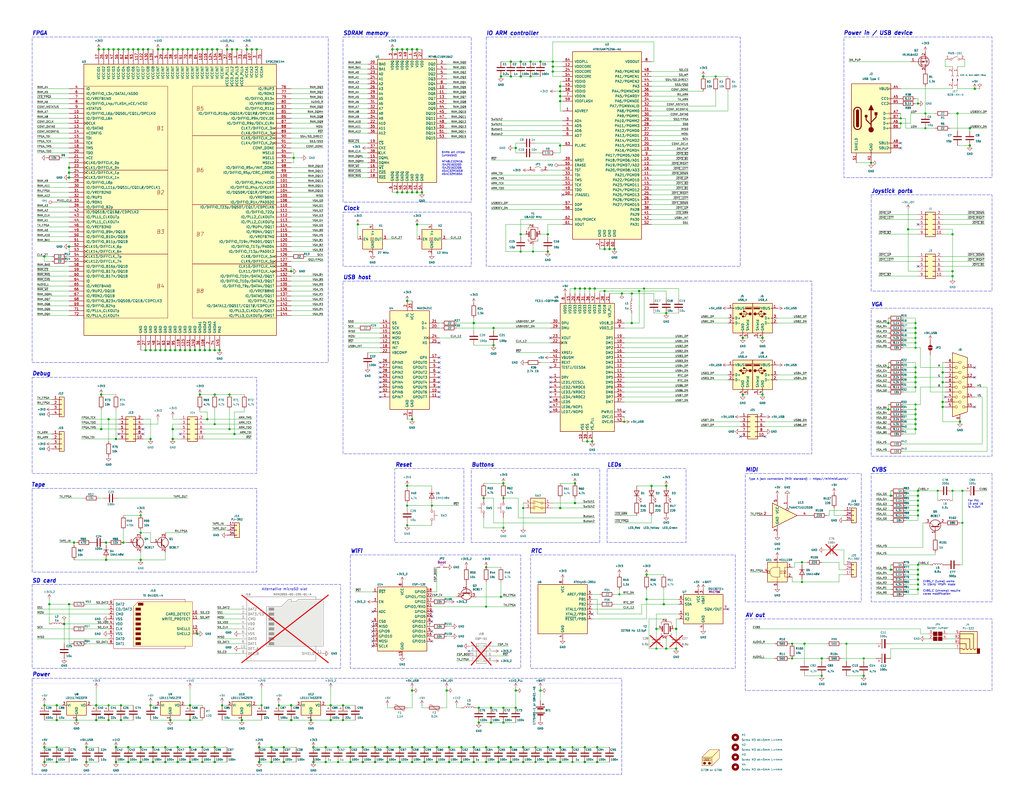
<source format=kicad_sch>
(kicad_sch (version 20231120) (generator "eeschema") (generator_version "8.0")
  (paper "User" 527 414)
  (title_block (title "MIST.1010") (date "2024-12-15") (rev "C") (company "Eugene Lozovoy") (comment 1 "10x10 PCB variant of MIST FPGA project"))
  (lib_symbols
    (symbol "74xGxx:74LVC1G125"
      (property "Reference" "U" (at -10.16 7.62 0))
      (property "Value" "74LVC1G125" (at 2.54 -7.62 0))
      (symbol "74LVC1G125_1_1"
        (pin input inverted (at 0 10.16 270) (length 7.62) (name "~") (number "1"))
        (pin input line (at -15.24 0 0) (length 7.62) (name "~") (number "2"))
        (pin power_in line (at -5.08 -10.16 90) (length 5.08) (name "GND") (number "3"))
        (pin tri_state line (at 12.7 0 180) (length 7.62) (name "~") (number "4"))
        (pin power_in line (at -5.08 10.16 270) (length 5.08) (name "VCC") (number "5"))
      )
    )
    (symbol "Connector:Conn_01x02_Pin" (pin_names (offset 1.016) hide)
      (property "Reference" "J" (at 0 2.54 0))
      (property "Value" "Conn_01x02_Pin" (at 0 -5.08 0))
      (symbol "Conn_01x02_Pin_1_1"
        (pin passive line (at 5.08 0 180) (length 3.81) (name "Pin_1") (number "1"))
        (pin passive line (at 5.08 -2.54 180) (length 3.81) (name "Pin_2") (number "2"))
      )
    )
    (symbol "Connector:Conn_01x02_Socket" (pin_names (offset 1.016) hide)
      (property "Reference" "J" (at 0 2.54 0))
      (property "Value" "Conn_01x02_Socket" (at 0 -5.08 0))
      (symbol "Conn_01x02_Socket_1_1"
        (pin passive line (at -5.08 0 0) (length 3.81) (name "Pin_1") (number "1"))
        (pin passive line (at -5.08 -2.54 0) (length 3.81) (name "Pin_2") (number "2"))
      )
    )
    (symbol "Connector:DE15_Receptacle_HighDensity_MountingHoles" (pin_names (offset 1.016) hide)
      (property "Reference" "J" (at 0 21.59 0))
      (property "Value" "DE15_Receptacle_HighDensity_MountingHoles" (at 0 19.05 0))
      (symbol "DE15_Receptacle_HighDensity_MountingHoles_1_1"
        (pin passive line (at 0 -17.78 90) (length 3.81) (name "~") (number "0"))
        (pin passive line (at -7.62 10.16 0) (length 5.08) (name "~") (number "1"))
        (pin passive line (at -7.62 -7.62 0) (length 5.08) (name "~") (number "10"))
        (pin passive line (at 7.62 10.16 180) (length 5.08) (name "~") (number "11"))
        (pin passive line (at 7.62 5.08 180) (length 5.08) (name "~") (number "12"))
        (pin passive line (at 7.62 0 180) (length 5.08) (name "~") (number "13"))
        (pin passive line (at 7.62 -5.08 180) (length 5.08) (name "~") (number "14"))
        (pin passive line (at 7.62 -10.16 180) (length 5.08) (name "~") (number "15"))
        (pin passive line (at -7.62 5.08 0) (length 5.08) (name "~") (number "2"))
        (pin passive line (at -7.62 0 0) (length 5.08) (name "~") (number "3"))
        (pin passive line (at -7.62 -5.08 0) (length 5.08) (name "~") (number "4"))
        (pin passive line (at -7.62 -10.16 0) (length 5.08) (name "~") (number "5"))
        (pin passive line (at -7.62 12.7 0) (length 5.08) (name "~") (number "6"))
        (pin passive line (at -7.62 7.62 0) (length 5.08) (name "~") (number "7"))
        (pin passive line (at -7.62 2.54 0) (length 5.08) (name "~") (number "8"))
        (pin passive line (at -7.62 -2.54 0) (length 5.08) (name "~") (number "9"))
      )
    )
    (symbol "Connector:Micro_SD_Card_Det2"
      (property "Reference" "J" (at -16.51 17.78 0))
      (property "Value" "Micro_SD_Card_Det2" (at 16.51 17.78 0))
      (symbol "Micro_SD_Card_Det2_1_1"
        (pin bidirectional line (at -22.86 10.16 0) (length 3.81) (name "DAT2") (number "1"))
        (pin passive line (at -22.86 -10.16 0) (length 3.81) (name "DET_A") (number "10"))
        (pin passive line (at 20.32 -12.7 180) (length 3.81) (name "SHIELD") (number "11"))
        (pin bidirectional line (at -22.86 7.62 0) (length 3.81) (name "DAT3/CD") (number "2"))
        (pin input line (at -22.86 5.08 0) (length 3.81) (name "CMD") (number "3"))
        (pin power_in line (at -22.86 2.54 0) (length 3.81) (name "VDD") (number "4"))
        (pin input line (at -22.86 0 0) (length 3.81) (name "CLK") (number "5"))
        (pin power_in line (at -22.86 -2.54 0) (length 3.81) (name "VSS") (number "6"))
        (pin bidirectional line (at -22.86 -5.08 0) (length 3.81) (name "DAT0") (number "7"))
        (pin bidirectional line (at -22.86 -7.62 0) (length 3.81) (name "DAT1") (number "8"))
        (pin passive line (at -22.86 -12.7 0) (length 3.81) (name "DET_B") (number "9"))
      )
    )
    (symbol "Connector:SD_Card" (pin_names (offset 1.016))
      (property "Reference" "J" (at -16.51 13.97 0))
      (property "Value" "SD_Card" (at 15.24 -13.97 0))
      (symbol "SD_Card_1_1"
        (pin input line (at -22.86 7.62 0) (length 2.54) (name "CD/DAT3") (number "1"))
        (pin input line (at 22.86 5.08 180) (length 2.54) (name "CARD_DETECT") (number "10"))
        (pin input line (at 22.86 2.54 180) (length 2.54) (name "WRITE_PROTECT") (number "11"))
        (pin input line (at 22.86 -2.54 180) (length 2.54) (name "SHELL1") (number "12"))
        (pin input line (at 22.86 -5.08 180) (length 2.54) (name "SHELL2") (number "13"))
        (pin input line (at -22.86 5.08 0) (length 2.54) (name "CMD") (number "2"))
        (pin power_in line (at -22.86 2.54 0) (length 2.54) (name "VSS") (number "3"))
        (pin power_in line (at -22.86 0 0) (length 2.54) (name "VDD") (number "4"))
        (pin input line (at -22.86 -2.54 0) (length 2.54) (name "CLK") (number "5"))
        (pin power_in line (at -22.86 -5.08 0) (length 2.54) (name "VSS") (number "6"))
        (pin input line (at -22.86 -7.62 0) (length 2.54) (name "DAT0") (number "7"))
        (pin input line (at -22.86 -10.16 0) (length 2.54) (name "DAT1") (number "8"))
        (pin input line (at -22.86 10.16 0) (length 2.54) (name "DAT2") (number "9"))
      )
    )
    (symbol "Connector:TestPoint" (pin_numbers hide) (pin_names (offset 0.762) hide)
      (property "Reference" "TP" (at 0 6.858 0))
      (property "Value" "TestPoint" (at 0 5.08 0))
      (symbol "TestPoint_1_1"
        (pin passive line (at 0 0 90) (length 2.54) (name "1") (number "1"))
      )
    )
    (symbol "Connector:USB_A" (pin_names (offset 1.016))
      (property "Reference" "J" (at -5.08 11.43 0))
      (property "Value" "USB_A" (at -5.08 8.89 0))
      (symbol "USB_A_1_1"
        (pin power_in line (at 7.62 5.08 180) (length 2.54) (name "VBUS") (number "1"))
        (pin bidirectional line (at 7.62 -2.54 180) (length 2.54) (name "D-") (number "2"))
        (pin bidirectional line (at 7.62 0 180) (length 2.54) (name "D+") (number "3"))
        (pin power_in line (at 0 -10.16 90) (length 2.54) (name "GND") (number "4"))
        (pin passive line (at -2.54 -10.16 90) (length 2.54) (name "Shield") (number "5"))
      )
    )
    (symbol "Connector:USB_C_Receptacle_USB2.0_16P" (pin_names (offset 1.016))
      (property "Reference" "J" (at 0 22.225 0))
      (property "Value" "USB_C_Receptacle_USB2.0_16P" (at 0 19.685 0))
      (symbol "USB_C_Receptacle_USB2.0_16P_1_1"
        (pin passive line (at 0 -22.86 90) (length 5.08) (name "GND") (number "A1"))
        (pin passive line (at 0 -22.86 90) (length 5.08) hide (name "GND") (number "A12"))
        (pin passive line (at 15.24 15.24 180) (length 5.08) (name "VBUS") (number "A4"))
        (pin bidirectional line (at 15.24 10.16 180) (length 5.08) (name "CC1") (number "A5"))
        (pin bidirectional line (at 15.24 -2.54 180) (length 5.08) (name "D+") (number "A6"))
        (pin bidirectional line (at 15.24 2.54 180) (length 5.08) (name "D-") (number "A7"))
        (pin bidirectional line (at 15.24 -12.7 180) (length 5.08) (name "SBU1") (number "A8"))
        (pin passive line (at 15.24 15.24 180) (length 5.08) hide (name "VBUS") (number "A9"))
        (pin passive line (at 0 -22.86 90) (length 5.08) hide (name "GND") (number "B1"))
        (pin passive line (at 0 -22.86 90) (length 5.08) hide (name "GND") (number "B12"))
        (pin passive line (at 15.24 15.24 180) (length 5.08) hide (name "VBUS") (number "B4"))
        (pin bidirectional line (at 15.24 7.62 180) (length 5.08) (name "CC2") (number "B5"))
        (pin bidirectional line (at 15.24 -5.08 180) (length 5.08) (name "D+") (number "B6"))
        (pin bidirectional line (at 15.24 0 180) (length 5.08) (name "D-") (number "B7"))
        (pin bidirectional line (at 15.24 -15.24 180) (length 5.08) (name "SBU2") (number "B8"))
        (pin passive line (at 15.24 15.24 180) (length 5.08) hide (name "VBUS") (number "B9"))
        (pin passive line (at -7.62 -22.86 90) (length 5.08) (name "SHIELD") (number "S1"))
      )
    )
    (symbol "Connector_Audio:AudioJack4"
      (property "Reference" "J" (at 0 8.89 0))
      (property "Value" "AudioJack4" (at 0 6.35 0))
      (symbol "AudioJack4_1_1"
        (pin passive line (at 5.08 -2.54 180) (length 2.54) (name "~") (number "R1"))
        (pin passive line (at 5.08 0 180) (length 2.54) (name "~") (number "R2"))
        (pin passive line (at 5.08 2.54 180) (length 2.54) (name "~") (number "S"))
        (pin passive line (at 5.08 -5.08 180) (length 2.54) (name "~") (number "T"))
      )
    )
    (symbol "Connector_Generic:Conn_01x03" (pin_names (offset 1.016) hide)
      (property "Reference" "J" (at 0 5.08 0))
      (property "Value" "Conn_01x03" (at 0 -5.08 0))
      (symbol "Conn_01x03_1_1"
        (pin passive line (at -5.08 2.54 0) (length 3.81) (name "Pin_1") (number "1"))
        (pin passive line (at -5.08 0 0) (length 3.81) (name "Pin_2") (number "2"))
        (pin passive line (at -5.08 -2.54 0) (length 3.81) (name "Pin_3") (number "3"))
      )
    )
    (symbol "Connector_Generic:Conn_01x04" (pin_names (offset 1.016) hide)
      (property "Reference" "J" (at 0 5.08 0))
      (property "Value" "Conn_01x04" (at 0 -7.62 0))
      (symbol "Conn_01x04_1_1"
        (pin passive line (at -5.08 2.54 0) (length 3.81) (name "Pin_1") (number "1"))
        (pin passive line (at -5.08 0 0) (length 3.81) (name "Pin_2") (number "2"))
        (pin passive line (at -5.08 -2.54 0) (length 3.81) (name "Pin_3") (number "3"))
        (pin passive line (at -5.08 -5.08 0) (length 3.81) (name "Pin_4") (number "4"))
      )
    )
    (symbol "Connector_Generic:Conn_02x04_Odd_Even" (pin_names (offset 1.016) hide)
      (property "Reference" "J" (at 1.27 5.08 0))
      (property "Value" "Conn_02x04_Odd_Even" (at 1.27 -7.62 0))
      (symbol "Conn_02x04_Odd_Even_1_1"
        (pin passive line (at -5.08 2.54 0) (length 3.81) (name "Pin_1") (number "1"))
        (pin passive line (at 7.62 2.54 180) (length 3.81) (name "Pin_2") (number "2"))
        (pin passive line (at -5.08 0 0) (length 3.81) (name "Pin_3") (number "3"))
        (pin passive line (at 7.62 0 180) (length 3.81) (name "Pin_4") (number "4"))
        (pin passive line (at -5.08 -2.54 0) (length 3.81) (name "Pin_5") (number "5"))
        (pin passive line (at 7.62 -2.54 180) (length 3.81) (name "Pin_6") (number "6"))
        (pin passive line (at -5.08 -5.08 0) (length 3.81) (name "Pin_7") (number "7"))
        (pin passive line (at 7.62 -5.08 180) (length 3.81) (name "Pin_8") (number "8"))
      )
    )
    (symbol "Connector_Generic:Conn_02x05_Odd_Even" (pin_names (offset 1.016) hide)
      (property "Reference" "J" (at 1.27 7.62 0))
      (property "Value" "Conn_02x05_Odd_Even" (at 1.27 -7.62 0))
      (symbol "Conn_02x05_Odd_Even_1_1"
        (pin passive line (at -5.08 5.08 0) (length 3.81) (name "Pin_1") (number "1"))
        (pin passive line (at 7.62 -5.08 180) (length 3.81) (name "Pin_10") (number "10"))
        (pin passive line (at 7.62 5.08 180) (length 3.81) (name "Pin_2") (number "2"))
        (pin passive line (at -5.08 2.54 0) (length 3.81) (name "Pin_3") (number "3"))
        (pin passive line (at 7.62 2.54 180) (length 3.81) (name "Pin_4") (number "4"))
        (pin passive line (at -5.08 0 0) (length 3.81) (name "Pin_5") (number "5"))
        (pin passive line (at 7.62 0 180) (length 3.81) (name "Pin_6") (number "6"))
        (pin passive line (at -5.08 -2.54 0) (length 3.81) (name "Pin_7") (number "7"))
        (pin passive line (at 7.62 -2.54 180) (length 3.81) (name "Pin_8") (number "8"))
        (pin passive line (at -5.08 -5.08 0) (length 3.81) (name "Pin_9") (number "9"))
      )
    )
    (symbol "Device:Battery" (pin_numbers hide) (pin_names (offset 0) hide)
      (property "Reference" "BT" (at 2.54 2.54 0))
      (property "Value" "Battery" (at 2.54 0 0))
      (symbol "Battery_1_1"
        (pin passive line (at 0 5.08 270) (length 2.54) (name "+") (number "1"))
        (pin passive line (at 0 -5.08 90) (length 2.54) (name "-") (number "2"))
      )
    )
    (symbol "Device:C" (pin_numbers hide) (pin_names (offset 0.254))
      (property "Reference" "C" (at 0.635 2.54 0))
      (property "Value" "C" (at 0.635 -2.54 0))
      (symbol "C_1_1"
        (pin passive line (at 0 3.81 270) (length 2.794) (name "~") (number "1"))
        (pin passive line (at 0 -3.81 90) (length 2.794) (name "~") (number "2"))
      )
    )
    (symbol "Device:C_Polarized" (pin_numbers hide) (pin_names (offset 0.254))
      (property "Reference" "C" (at 0.635 2.54 0))
      (property "Value" "C_Polarized" (at 0.635 -2.54 0))
      (symbol "C_Polarized_1_1"
        (pin passive line (at 0 3.81 270) (length 2.794) (name "~") (number "1"))
        (pin passive line (at 0 -3.81 90) (length 2.794) (name "~") (number "2"))
      )
    )
    (symbol "Device:Crystal_GND23" (pin_names (offset 1.016) hide)
      (property "Reference" "Y" (at 3.175 5.08 0))
      (property "Value" "Crystal_GND23" (at 3.175 3.175 0))
      (symbol "Crystal_GND23_1_1"
        (pin passive line (at -3.81 0 0) (length 1.27) (name "1") (number "1"))
        (pin passive line (at 0 5.08 270) (length 1.27) (name "2") (number "2"))
        (pin passive line (at 0 -5.08 90) (length 1.27) (name "3") (number "3"))
        (pin passive line (at 3.81 0 180) (length 1.27) (name "4") (number "4"))
      )
    )
    (symbol "Device:Crystal_GND24" (pin_names (offset 1.016) hide)
      (property "Reference" "Y" (at 3.175 5.08 0))
      (property "Value" "Crystal_GND24" (at 3.175 3.175 0))
      (symbol "Crystal_GND24_1_1"
        (pin passive line (at -3.81 0 0) (length 1.27) (name "1") (number "1"))
        (pin passive line (at 0 5.08 270) (length 1.27) (name "2") (number "2"))
        (pin passive line (at 3.81 0 180) (length 1.27) (name "3") (number "3"))
        (pin passive line (at 0 -5.08 90) (length 1.27) (name "4") (number "4"))
      )
    )
    (symbol "Device:D" (pin_numbers hide) (pin_names (offset 1.016) hide)
      (property "Reference" "D" (at 0 2.54 0))
      (property "Value" "D" (at 0 -2.54 0))
      (symbol "D_1_1"
        (pin passive line (at -3.81 0 0) (length 2.54) (name "K") (number "1"))
        (pin passive line (at 3.81 0 180) (length 2.54) (name "A") (number "2"))
      )
    )
    (symbol "Device:L" (pin_numbers hide) (pin_names (offset 1.016) hide)
      (property "Reference" "L" (at -1.27 0 90))
      (property "Value" "L" (at 1.905 0 90))
      (symbol "L_1_1"
        (pin passive line (at 0 3.81 270) (length 1.27) (name "1") (number "1"))
        (pin passive line (at 0 -3.81 90) (length 1.27) (name "2") (number "2"))
      )
    )
    (symbol "Device:LED" (pin_numbers hide) (pin_names (offset 1.016) hide)
      (property "Reference" "D" (at 0 2.54 0))
      (property "Value" "LED" (at 0 -2.54 0))
      (symbol "LED_1_1"
        (pin passive line (at -3.81 0 0) (length 2.54) (name "K") (number "1"))
        (pin passive line (at 3.81 0 180) (length 2.54) (name "A") (number "2"))
      )
    )
    (symbol "Device:Polyfuse" (pin_numbers hide) (pin_names (offset 0))
      (property "Reference" "F" (at -2.54 0 90))
      (property "Value" "Polyfuse" (at 2.54 0 90))
      (symbol "Polyfuse_1_1"
        (pin passive line (at 0 3.81 270) (length 1.27) (name "~") (number "1"))
        (pin passive line (at 0 -3.81 90) (length 1.27) (name "~") (number "2"))
      )
    )
    (symbol "Device:R" (pin_numbers hide) (pin_names (offset 0))
      (property "Reference" "R" (at 2.032 0 90))
      (property "Value" "R" (at 0 0 90))
      (symbol "R_1_1"
        (pin passive line (at 0 3.81 270) (length 1.27) (name "~") (number "1"))
        (pin passive line (at 0 -3.81 90) (length 1.27) (name "~") (number "2"))
      )
    )
    (symbol "Diode:1N4148W" (pin_numbers hide) (pin_names hide)
      (property "Reference" "D" (at 0 2.54 0))
      (property "Value" "1N4148W" (at 0 -2.54 0))
      (symbol "1N4148W_1_1"
        (pin passive line (at -3.81 0 0) (length 2.54) (name "K") (number "1"))
        (pin passive line (at 3.81 0 180) (length 2.54) (name "A") (number "2"))
      )
    )
    (symbol "Isolator:H11L1" (pin_names (offset 1.016))
      (property "Reference" "U" (at 1.27 8.89 0))
      (property "Value" "H11L1" (at 1.27 6.35 0))
      (symbol "H11L1_1_1"
        (pin passive line (at -7.62 2.54 0) (length 2.54) (name "~") (number "1"))
        (pin passive line (at -7.62 -2.54 0) (length 2.54) (name "~") (number "2"))
        (pin no_connect line (at -5.08 0 0) (length 2.54) hide (name "~") (number "3"))
        (pin output inverted (at 7.62 0 180) (length 3.81) (name "~") (number "4"))
        (pin power_in line (at 0 -7.62 90) (length 2.54) (name "~") (number "5"))
        (pin power_in line (at 0 7.62 270) (length 2.54) (name "~") (number "6"))
      )
    )
    (symbol "Jumper:Jumper_2_Open" (pin_names (offset 0) hide)
      (property "Reference" "JP" (at 0 2.794 0))
      (property "Value" "Jumper_2_Open" (at 0 -2.286 0))
      (symbol "Jumper_2_Open_1_1"
        (pin passive line (at -5.08 0 0) (length 2.54) (name "A") (number "1"))
        (pin passive line (at 5.08 0 180) (length 2.54) (name "B") (number "2"))
      )
    )
    (symbol "Jumper:Jumper_2_Small_Open" (pin_numbers hide) (pin_names (offset 0) hide) (exclude_from_sim yes)
      (property "Reference" "JP" (at 0 2.794 0))
      (property "Value" "Jumper_2_Small_Open" (at 0 -2.286 0))
      (symbol "Jumper_2_Small_Open_1_1"
        (pin passive line (at -2.54 0 0) (length 1.27) (name "A") (number "1"))
        (pin passive line (at 2.54 0 180) (length 1.27) (name "B") (number "2"))
      )
    )
    (symbol "Jumper:SolderJumper_2_Open" (pin_numbers hide) (pin_names (offset 0) hide) (exclude_from_sim yes) (in_bom no)
      (property "Reference" "JP" (at 0 2.032 0))
      (property "Value" "SolderJumper_2_Open" (at 0 -2.54 0))
      (symbol "SolderJumper_2_Open_1_1"
        (pin passive line (at -3.81 0 0) (length 2.54) (name "A") (number "1"))
        (pin passive line (at 3.81 0 180) (length 2.54) (name "B") (number "2"))
      )
    )
    (symbol "MCU_Microchip_ATtiny:ATtiny85V-10P"
      (property "Reference" "U" (at -12.7 13.97 0))
      (property "Value" "ATtiny85V-10P" (at 2.54 -13.97 0))
      (symbol "ATtiny85V-10P_1_1"
        (pin bidirectional line (at 15.24 -5.08 180) (length 2.54) (name "~{RESET}/PB5") (number "1"))
        (pin bidirectional line (at 15.24 0 180) (length 2.54) (name "XTAL1/PB3") (number "2"))
        (pin bidirectional line (at 15.24 -2.54 180) (length 2.54) (name "XTAL2/PB4") (number "3"))
        (pin power_in line (at 0 -15.24 90) (length 2.54) (name "GND") (number "4"))
        (pin bidirectional line (at 15.24 7.62 180) (length 2.54) (name "AREF/PB0") (number "5"))
        (pin bidirectional line (at 15.24 5.08 180) (length 2.54) (name "PB1") (number "6"))
        (pin bidirectional line (at 15.24 2.54 180) (length 2.54) (name "PB2") (number "7"))
        (pin power_in line (at 0 15.24 270) (length 2.54) (name "VCC") (number "8"))
      )
    )
    (symbol "Mechanical:Housing" (pin_names (offset 1.016))
      (property "Reference" "N" (at 3.81 0 0))
      (property "Value" "Housing" (at 3.81 -1.905 0))
    )
    (symbol "Mechanical:MountingHole" (pin_names (offset 1.016))
      (property "Reference" "H" (at 0 5.08 0))
      (property "Value" "MountingHole" (at 0 3.175 0))
    )
    (symbol "Oscillator:XO91" (pin_names (offset 0.254))
      (property "Reference" "X" (at -5.08 6.35 0))
      (property "Value" "XO91" (at 1.27 -6.35 0))
      (symbol "XO91_1_1"
        (pin input line (at -7.62 0 0) (length 2.54) (name "EN") (number "1"))
        (pin power_in line (at 0 -7.62 90) (length 2.54) (name "GND") (number "2"))
        (pin output line (at 7.62 0 180) (length 2.54) (name "OUT") (number "3"))
        (pin power_in line (at 0 7.62 270) (length 2.54) (name "V+") (number "4"))
      )
    )
    (symbol "RF_Module:ESP-12E"
      (property "Reference" "U" (at -12.7 19.05 0))
      (property "Value" "ESP-12E" (at 12.7 19.05 0))
      (symbol "ESP-12E_1_1"
        (pin input line (at -15.24 15.24 0) (length 2.54) (name "~{RST}") (number "1"))
        (pin bidirectional line (at -15.24 -2.54 0) (length 2.54) (name "MISO") (number "10"))
        (pin bidirectional line (at -15.24 -5.08 0) (length 2.54) (name "GPIO9") (number "11"))
        (pin bidirectional line (at -15.24 -7.62 0) (length 2.54) (name "GPIO10") (number "12"))
        (pin bidirectional line (at -15.24 -10.16 0) (length 2.54) (name "MOSI") (number "13"))
        (pin bidirectional line (at -15.24 -12.7 0) (length 2.54) (name "SCLK") (number "14"))
        (pin power_in line (at 0 -17.78 90) (length 2.54) (name "GND") (number "15"))
        (pin bidirectional line (at 15.24 -7.62 180) (length 2.54) (name "GPIO15") (number "16"))
        (pin bidirectional line (at 15.24 10.16 180) (length 2.54) (name "GPIO2") (number "17"))
        (pin bidirectional line (at 15.24 15.24 180) (length 2.54) (name "GPIO0") (number "18"))
        (pin bidirectional line (at 15.24 5.08 180) (length 2.54) (name "GPIO4") (number "19"))
        (pin input line (at -15.24 5.08 0) (length 2.54) (name "ADC") (number "2"))
        (pin bidirectional line (at 15.24 2.54 180) (length 2.54) (name "GPIO5") (number "20"))
        (pin bidirectional line (at 15.24 7.62 180) (length 2.54) (name "GPIO3/RXD") (number "21"))
        (pin bidirectional line (at 15.24 12.7 180) (length 2.54) (name "GPIO1/TXD") (number "22"))
        (pin input line (at -15.24 10.16 0) (length 2.54) (name "EN") (number "3"))
        (pin bidirectional line (at 15.24 -10.16 180) (length 2.54) (name "GPIO16") (number "4"))
        (pin bidirectional line (at 15.24 -5.08 180) (length 2.54) (name "GPIO14") (number "5"))
        (pin bidirectional line (at 15.24 0 180) (length 2.54) (name "GPIO12") (number "6"))
        (pin bidirectional line (at 15.24 -2.54 180) (length 2.54) (name "GPIO13") (number "7"))
        (pin power_in line (at 0 20.32 270) (length 2.54) (name "VCC") (number "8"))
        (pin input line (at -15.24 0 0) (length 2.54) (name "CS0") (number "9"))
      )
    )
    (symbol "Regulator_Linear:AZ1117-1.2" (pin_names (offset 0.254))
      (property "Reference" "U" (at -3.81 3.175 0))
      (property "Value" "AZ1117-1.2" (at 0 3.175 0))
      (symbol "AZ1117-1.2_1_1"
        (pin power_in line (at 0 -7.62 90) (length 2.54) (name "GND") (number "1"))
        (pin power_out line (at 7.62 0 180) (length 2.54) (name "VO") (number "2"))
        (pin power_in line (at -7.62 0 0) (length 2.54) (name "VI") (number "3"))
      )
    )
    (symbol "Regulator_Linear:AZ1117-2.5" (pin_names (offset 0.254))
      (property "Reference" "U" (at -3.81 3.175 0))
      (property "Value" "AZ1117-2.5" (at 0 3.175 0))
      (symbol "AZ1117-2.5_1_1"
        (pin power_in line (at 0 -7.62 90) (length 2.54) (name "GND") (number "1"))
        (pin power_out line (at 7.62 0 180) (length 2.54) (name "VO") (number "2"))
        (pin power_in line (at -7.62 0 0) (length 2.54) (name "VI") (number "3"))
      )
    )
    (symbol "Regulator_Linear:AZ1117-3.3" (pin_names (offset 0.254))
      (property "Reference" "U" (at -3.81 3.175 0))
      (property "Value" "AZ1117-3.3" (at 0 3.175 0))
      (symbol "AZ1117-3.3_1_1"
        (pin power_in line (at 0 -7.62 90) (length 2.54) (name "GND") (number "1"))
        (pin power_out line (at 7.62 0 180) (length 2.54) (name "VO") (number "2"))
        (pin power_in line (at -7.62 0 0) (length 2.54) (name "VI") (number "3"))
      )
    )
    (symbol "Switch:SW_DIP_x02" (pin_names (offset 0) hide)
      (property "Reference" "SW" (at 0 6.35 0))
      (property "Value" "SW_DIP_x02" (at 0 -3.81 0))
      (symbol "SW_DIP_x02_1_1"
        (pin passive line (at -7.62 2.54 0) (length 5.08) (name "~") (number "1"))
        (pin passive line (at -7.62 0 0) (length 5.08) (name "~") (number "2"))
        (pin passive line (at 7.62 0 180) (length 5.08) (name "~") (number "3"))
        (pin passive line (at 7.62 2.54 180) (length 5.08) (name "~") (number "4"))
      )
    )
    (symbol "Switch:SW_Push" (pin_numbers hide) (pin_names (offset 1.016) hide)
      (property "Reference" "SW" (at 1.27 2.54 0))
      (property "Value" "SW_Push" (at 0 -1.524 0))
      (symbol "SW_Push_0_1"
        (pin passive line (at -5.08 0 0) (length 2.54) (name "1") (number "1"))
        (pin passive line (at 5.08 0 180) (length 2.54) (name "2") (number "2"))
      )
    )
    (symbol "Switch:SW_SPST" (pin_names (offset 0) hide)
      (property "Reference" "SW" (at 0 3.175 0))
      (property "Value" "SW_SPST" (at 0 -2.54 0))
      (symbol "SW_SPST_1_1"
        (pin passive line (at -5.08 0 0) (length 2.54) (name "A") (number "1"))
        (pin passive line (at 5.08 0 180) (length 2.54) (name "B") (number "2"))
      )
    )
    (symbol "Timer_RTC:DS1307Z+"
      (property "Reference" "U" (at -8.89 8.89 0))
      (property "Value" "DS1307Z+" (at 1.27 8.89 0))
      (symbol "DS1307Z+_1_1"
        (pin input line (at -12.7 -2.54 0) (length 2.54) (name "X1") (number "1"))
        (pin input line (at -12.7 -5.08 0) (length 2.54) (name "X2") (number "2"))
        (pin power_in line (at 0 10.16 270) (length 2.54) (name "VBAT") (number "3"))
        (pin power_in line (at 0 -10.16 90) (length 2.54) (name "GND") (number "4"))
        (pin bidirectional line (at -12.7 2.54 0) (length 2.54) (name "SDA") (number "5"))
        (pin input line (at -12.7 5.08 0) (length 2.54) (name "SCL") (number "6"))
        (pin open_collector line (at 12.7 0 180) (length 2.54) (name "SQW/OUT") (number "7"))
        (pin power_in line (at -2.54 10.16 270) (length 2.54) (name "VCC") (number "8"))
      )
    )
    (symbol "Transistor_BJT:BC817" (pin_names (offset 0) hide)
      (property "Reference" "Q" (at 5.08 1.905 0))
      (property "Value" "BC817" (at 5.08 0 0))
      (symbol "BC817_1_1"
        (pin input line (at -5.08 0 0) (length 5.715) (name "B") (number "1"))
        (pin passive line (at 2.54 -5.08 90) (length 2.54) (name "E") (number "2"))
        (pin passive line (at 2.54 5.08 270) (length 2.54) (name "C") (number "3"))
      )
    )
    (symbol "Transistor_FET:IRLML6402" (pin_names hide)
      (property "Reference" "Q" (at 5.08 1.905 0))
      (property "Value" "IRLML6402" (at 5.08 0 0))
      (symbol "IRLML6402_1_1"
        (pin input line (at -5.08 0 0) (length 2.54) (name "G") (number "1"))
        (pin passive line (at 2.54 -5.08 90) (length 2.54) (name "S") (number "2"))
        (pin passive line (at 2.54 5.08 270) (length 2.54) (name "D") (number "3"))
      )
    )
    (symbol "my:AT91SAM7S256-AU-001" (pin_names (offset 1.016))
      (property "Reference" "U" (at -18.415 48.895 0))
      (property "Value" "AT91SAM7S256-AU-001" (at -5.715 48.895 0))
      (symbol "AT91SAM7S256-AU-001_0_0"
        (pin input line (at -22.86 17.78 0) (length 5.08) (name "ADVREF") (number "1"))
        (pin bidirectional line (at 22.86 -7.62 180) (length 5.08) (name "PA18/PGMD6/AD1") (number "10"))
        (pin bidirectional line (at 22.86 -15.24 180) (length 5.08) (name "PA21/PGMD9") (number "11"))
        (pin power_in line (at -22.86 40.64 0) (length 5.08) (name "VDDCORE") (number "12"))
        (pin bidirectional line (at 22.86 -10.16 180) (length 5.08) (name "PA19/PGMD7/AD2") (number "13"))
        (pin bidirectional line (at 22.86 -17.78 180) (length 5.08) (name "PA22/PGMD10") (number "14"))
        (pin bidirectional line (at 22.86 -20.32 180) (length 5.08) (name "PA23/PGMD11") (number "15"))
        (pin bidirectional line (at 22.86 -12.7 180) (length 5.08) (name "PA20/PGMD8/AD3") (number "16"))
        (pin power_in line (at -1.27 -53.34 90) (length 5.08) (name "GND") (number "17"))
        (pin power_in line (at -22.86 33.02 0) (length 5.08) (name "VDDIO") (number "18"))
        (pin bidirectional line (at 22.86 -2.54 180) (length 5.08) (name "PA16/PGMD4") (number "19"))
        (pin power_in line (at -3.81 -53.34 90) (length 5.08) (name "GND") (number "2"))
        (pin bidirectional line (at 22.86 0 180) (length 5.08) (name "PA15/PGMD3") (number "20"))
        (pin bidirectional line (at 22.86 2.54 180) (length 5.08) (name "PA14/PGMD2") (number "21"))
        (pin bidirectional line (at 22.86 5.08 180) (length 5.08) (name "PA13/PGMD1") (number "22"))
        (pin bidirectional line (at 22.86 -22.86 180) (length 5.08) (name "PA24/PGMD12") (number "23"))
        (pin power_in line (at -22.86 38.1 0) (length 5.08) (name "VDDCORE") (number "24"))
        (pin bidirectional line (at 22.86 -25.4 180) (length 5.08) (name "PA25/PGMD13") (number "25"))
        (pin bidirectional line (at 22.86 -27.94 180) (length 5.08) (name "PA26/PGMD14") (number "26"))
        (pin bidirectional line (at 22.86 7.62 180) (length 5.08) (name "PA12/PGMD0") (number "27"))
        (pin bidirectional line (at 22.86 10.16 180) (length 5.08) (name "PA11/PGMM3") (number "28"))
        (pin bidirectional line (at 22.86 12.7 180) (length 5.08) (name "PA10/PGMM2") (number "29"))
        (pin input line (at -22.86 12.7 0) (length 5.08) (name "AD4") (number "3"))
        (pin bidirectional line (at 22.86 15.24 180) (length 5.08) (name "PA9/PGMM1") (number "30"))
        (pin bidirectional line (at 22.86 17.78 180) (length 5.08) (name "PA8/PGMM0") (number "31"))
        (pin bidirectional line (at 22.86 20.32 180) (length 5.08) (name "PA7/PGMNVALID") (number "32"))
        (pin input line (at -22.86 -15.24 0) (length 5.08) (name "TDI") (number "33"))
        (pin bidirectional line (at 22.86 22.86 180) (length 5.08) (name "PA6/PGMNOE") (number "34"))
        (pin bidirectional line (at 22.86 25.4 180) (length 5.08) (name "PA5/PGMRDY") (number "35"))
        (pin bidirectional line (at 22.86 27.94 180) (length 5.08) (name "PA4/PGMNCMD") (number "36"))
        (pin bidirectional line (at 22.86 -30.48 180) (length 5.08) (name "PA27/PGMD15") (number "37"))
        (pin bidirectional line (at 22.86 -33.02 180) (length 5.08) (name "PA28") (number "38"))
        (pin bidirectional line (at -22.86 -7.62 0) (length 5.08) (name "NRST") (number "39"))
        (pin input line (at -22.86 10.16 0) (length 5.08) (name "AD5") (number "4"))
        (pin input line (at -22.86 -12.7 0) (length 5.08) (name "TST") (number "40"))
        (pin bidirectional line (at 22.86 -35.56 180) (length 5.08) (name "PA29") (number "41"))
        (pin bidirectional line (at 22.86 -38.1 180) (length 5.08) (name "PA30") (number "42"))
        (pin bidirectional line (at 22.86 30.48 180) (length 5.08) (name "PA3") (number "43"))
        (pin bidirectional line (at 22.86 33.02 180) (length 5.08) (name "PA2/PGMEN2") (number "44"))
        (pin power_in line (at -22.86 30.48 0) (length 5.08) (name "VDDIO") (number "45"))
        (pin power_in line (at 1.27 -53.34 90) (length 5.08) (name "GND") (number "46"))
        (pin bidirectional line (at 22.86 35.56 180) (length 5.08) (name "PA1/PGMEN1") (number "47"))
        (pin bidirectional line (at 22.86 38.1 180) (length 5.08) (name "PA0/PGMEN0") (number "48"))
        (pin output line (at -22.86 -22.86 0) (length 5.08) (name "TDO") (number "49"))
        (pin input line (at -22.86 7.62 0) (length 5.08) (name "AD6") (number "5"))
        (pin input line (at -22.86 -25.4 0) (length 5.08) (name "JTAGSEL") (number "50"))
        (pin input line (at -22.86 -17.78 0) (length 5.08) (name "TMS") (number "51"))
        (pin bidirectional line (at 22.86 -40.64 180) (length 5.08) (name "PA31") (number "52"))
        (pin input line (at -22.86 -20.32 0) (length 5.08) (name "TCK") (number "53"))
        (pin power_in line (at -22.86 35.56 0) (length 5.08) (name "VDDCORE") (number "54"))
        (pin input line (at -22.86 -10.16 0) (length 5.08) (name "ERASE") (number "55"))
        (pin bidirectional line (at -22.86 -33.02 0) (length 5.08) (name "DDM") (number "56"))
        (pin bidirectional line (at -22.86 -30.48 0) (length 5.08) (name "DDP") (number "57"))
        (pin power_in line (at -22.86 27.94 0) (length 5.08) (name "VDDIO") (number "58"))
        (pin power_in line (at -22.86 22.86 0) (length 5.08) (name "VDDFLASH") (number "59"))
        (pin input line (at -22.86 5.08 0) (length 5.08) (name "AD7") (number "6"))
        (pin power_in line (at 3.81 -53.34 90) (length 5.08) (name "GND") (number "60"))
        (pin output line (at -22.86 -40.64 0) (length 5.08) (name "XOUT") (number "61"))
        (pin input line (at -22.86 -38.1 0) (length 5.08) (name "XIN/PGMCK") (number "62"))
        (pin input line (at -22.86 0 0) (length 5.08) (name "PLLRC") (number "63"))
        (pin power_in line (at -22.86 43.18 0) (length 5.08) (name "VDDPLL") (number "64"))
        (pin power_in line (at -22.86 25.4 0) (length 5.08) (name "VDDIN") (number "7"))
        (pin power_out line (at 22.86 43.18 180) (length 5.08) (name "VDDOUT") (number "8"))
        (pin bidirectional line (at 22.86 -5.08 180) (length 5.08) (name "PA17/PGMD5/AD0") (number "9"))
      )
    )
    (symbol "my:EP3C25E144" (pin_names (offset 1.016))
      (property "Reference" "U" (at 0 -2.54 0))
      (property "Value" "EP3C25E144" (at 0 2.54 0))
      (symbol "EP3C25E144_0_0"
        (text "B1" (at -10.16 36.83 0) (effects (font (size 2 2) (italic yes))))
        (text "B2" (at -10.16 3.81 0) (effects (font (size 2 2) (italic yes))))
        (text "B3" (at -10.16 -16.51 0) (effects (font (size 2 2) (italic yes))))
        (text "B4" (at -10.16 -44.45 0) (effects (font (size 2 2) (italic yes))))
        (text "B5" (at 10.16 46.99 0) (effects (font (size 2 2) (italic yes))))
        (text "B6" (at 10.16 15.24 0) (effects (font (size 2 2) (italic yes))))
        (text "B7" (at 10.16 -17.78 0) (effects (font (size 2 2) (italic yes))))
        (text "B8" (at 10.16 -46.99 0) (effects (font (size 2 2) (italic yes))))
      )
      (symbol "EP3C25E144_1_1"
        (pin power_in line (at 29.21 77.47 270) (length 7.62) (name "VCCD_PLL3") (number "1"))
        (pin bidirectional line (at -57.15 44.45 0) (length 7.62) (name "IO/DIFFIO_L6p/DQS0L/CQ1L/DPCLK0") (number "10"))
        (pin bidirectional line (at 57.15 11.43 180) (length 7.62) (name "IO") (number "100"))
        (pin bidirectional line (at 57.15 8.89 180) (length 7.62) (name "IO/DIFFIO_R4n/nCEO") (number "101"))
        (pin power_in line (at 11.43 77.47 270) (length 7.62) (name "VCCINT") (number "102"))
        (pin bidirectional line (at 57.15 6.35 180) (length 7.62) (name "IO/DIFFIO_R4p/CLKUSR") (number "103"))
        (pin bidirectional line (at 57.15 3.81 180) (length 7.62) (name "IO/DQS0R/CQ1R/DPCLK7") (number "104"))
        (pin bidirectional line (at 57.15 1.27 180) (length 7.62) (name "IO/VREFB6N0") (number "105"))
        (pin bidirectional line (at 57.15 -1.27 180) (length 7.62) (name "IO/DIFFIO_R1n/PADD20") (number "106"))
        (pin power_in line (at 36.83 77.47 270) (length 7.62) (name "VCCA2") (number "107"))
        (pin power_in line (at 12.7 -77.47 90) (length 7.62) (name "GNDA2") (number "108"))
        (pin power_in line (at 26.67 77.47 270) (length 7.62) (name "VCCD_PLL2") (number "109"))
        (pin bidirectional line (at -57.15 41.91 0) (length 7.62) (name "IO/DIFFIO_L6n") (number "11"))
        (pin bidirectional line (at 57.15 -3.81 180) (length 7.62) (name "IO/DIFFIO_T23p/DQS0T/CQ1T/CDPCLK6") (number "110"))
        (pin bidirectional line (at 57.15 -6.35 180) (length 7.62) (name "IO/DIFFIO_T22p") (number "111"))
        (pin bidirectional line (at 57.15 -8.89 180) (length 7.62) (name "IO/PLL2_CLKOUTn") (number "112"))
        (pin bidirectional line (at 57.15 -11.43 180) (length 7.62) (name "IO/PLL2_CLKOUTp") (number "113"))
        (pin bidirectional line (at 57.15 -13.97 180) (length 7.62) (name "IO/RUP4/DQ1T") (number "114"))
        (pin bidirectional line (at 57.15 -16.51 180) (length 7.62) (name "IO/RDN4/DQ1T") (number "115"))
        (pin power_in line (at 13.97 77.47 270) (length 7.62) (name "VCCINT") (number "116"))
        (pin power_in line (at -21.59 77.47 270) (length 7.62) (name "VCCIO7") (number "117"))
        (pin power_in line (at 0 -77.47 90) (length 7.62) (name "GND") (number "118"))
        (pin bidirectional line (at 57.15 -19.05 180) (length 7.62) (name "IO/VREFB7N0") (number "119"))
        (pin input clock (at -57.15 39.37 0) (length 7.62) (name "DCLK") (number "12"))
        (pin bidirectional line (at 57.15 -21.59 180) (length 7.62) (name "IO/DIFFIO_T19n/PADD1/DQ1T") (number "120"))
        (pin bidirectional line (at 57.15 -24.13 180) (length 7.62) (name "IO/DIFFIO_T17p/PADD4") (number "121"))
        (pin power_in line (at -19.05 77.47 270) (length 7.62) (name "VCCIO7") (number "122"))
        (pin power_in line (at 2.54 -77.47 90) (length 7.62) (name "GND") (number "123"))
        (pin power_in line (at 16.51 77.47 270) (length 7.62) (name "VCCINT") (number "124"))
        (pin bidirectional line (at 57.15 -26.67 180) (length 7.62) (name "IO/DIFFIO_T13p/PADD12") (number "125"))
        (pin input clock (at 57.15 -29.21 180) (length 7.62) (name "CLK8/DIFFCLK_5n") (number "126"))
        (pin input clock (at 57.15 -31.75 180) (length 7.62) (name "CLK9/DIFFCLK_5p") (number "127"))
        (pin input clock (at 57.15 -34.29 180) (length 7.62) (name "CLK10/DIFFCLK_4n") (number "128"))
        (pin input clock (at 57.15 -36.83 180) (length 7.62) (name "CLK11/DIFFCLK_4p") (number "129"))
        (pin bidirectional line (at -57.15 36.83 0) (length 7.62) (name "IO/DATA0") (number "13"))
        (pin power_in line (at -16.51 77.47 270) (length 7.62) (name "VCCIO8") (number "130"))
        (pin power_in line (at 5.08 -77.47 90) (length 7.62) (name "GND") (number "131"))
        (pin bidirectional line (at 57.15 -39.37 180) (length 7.62) (name "IO/DIFFIO_T10n/DATA2/DQ1T") (number "132"))
        (pin bidirectional line (at 57.15 -41.91 180) (length 7.62) (name "IO/DIFFIO_T10p/DATA3/DQ1T") (number "133"))
        (pin power_in line (at 19.05 77.47 270) (length 7.62) (name "VCCINT") (number "134"))
        (pin bidirectional line (at 57.15 -44.45 180) (length 7.62) (name "IO/DIFFIO_T9p/DATA4/DQ1T") (number "135"))
        (pin bidirectional line (at 57.15 -46.99 180) (length 7.62) (name "IO/VREFB8N0") (number "136"))
        (pin bidirectional line (at 57.15 -49.53 180) (length 7.62) (name "IO/DATA5/DQ1T") (number "137"))
        (pin power_in line (at 21.59 77.47 270) (length 7.62) (name "VCCINT") (number "138"))
        (pin power_in line (at -13.97 77.47 270) (length 7.62) (name "VCCIO8") (number "139"))
        (pin input line (at -57.15 34.29 0) (length 7.62) (name "nCONFIG") (number "14"))
        (pin power_in line (at 7.62 -77.47 90) (length 7.62) (name "GND") (number "140"))
        (pin bidirectional line (at 57.15 -52.07 180) (length 7.62) (name "IO/DIFFIO_T2p") (number "141"))
        (pin bidirectional line (at 57.15 -54.61 180) (length 7.62) (name "IO/DATA12/DQS1T/CQ1T#/CDPCLK7") (number "142"))
        (pin bidirectional line (at 57.15 -57.15 180) (length 7.62) (name "IO/PLL3_CLKOUTn/DQ1T") (number "143"))
        (pin bidirectional line (at 57.15 -59.69 180) (length 7.62) (name "IO/PLL3_CLKOUTp/DM1T") (number "144"))
        (pin power_in line (at 20.32 -77.47 90) (length 7.62) (name "PAD") (number "145"))
        (pin input line (at -57.15 31.75 0) (length 7.62) (name "TDI") (number "15"))
        (pin input line (at -57.15 29.21 0) (length 7.62) (name "TCK") (number "16"))
        (pin power_in line (at -41.91 77.47 270) (length 7.62) (name "VCCIO1") (number "17"))
        (pin input line (at -57.15 26.67 0) (length 7.62) (name "TMS") (number "18"))
        (pin power_in line (at -20.32 -77.47 90) (length 7.62) (name "GND") (number "19"))
        (pin power_in line (at 15.24 -77.47 90) (length 7.62) (name "GNDA3") (number "2"))
        (pin output line (at -57.15 24.13 0) (length 7.62) (name "TDO") (number "20"))
        (pin input line (at -57.15 21.59 0) (length 7.62) (name "nCE") (number "21"))
        (pin input clock (at -57.15 19.05 0) (length 7.62) (name "CLK0/DIFFCLK_0p") (number "22"))
        (pin input clock (at -57.15 16.51 0) (length 7.62) (name "CLK1/DIFFCLK_0n") (number "23"))
        (pin input clock (at -57.15 13.97 0) (length 7.62) (name "CLK2/DIFFCLK_1p") (number "24"))
        (pin input clock (at -57.15 11.43 0) (length 7.62) (name "CLK3/DIFFCLK_1n") (number "25"))
        (pin power_in line (at -39.37 77.47 270) (length 7.62) (name "VCCIO2") (number "26"))
        (pin power_in line (at -17.78 -77.47 90) (length 7.62) (name "GND") (number "27"))
        (pin bidirectional line (at -57.15 8.89 0) (length 7.62) (name "IO/DIFFIO_L8p") (number "28"))
        (pin power_in line (at -8.89 77.47 270) (length 7.62) (name "VCCINT") (number "29"))
        (pin power_in line (at 39.37 77.47 270) (length 7.62) (name "VCCA3") (number "3"))
        (pin bidirectional line (at -57.15 6.35 0) (length 7.62) (name "IO/DIFFIO_L11p/DQS1L/CQ1L#/DPCLK1") (number "30"))
        (pin bidirectional line (at -57.15 3.81 0) (length 7.62) (name "IO/VREFB2N0") (number "31"))
        (pin bidirectional line (at -57.15 1.27 0) (length 7.62) (name "IO/RUP1") (number "32"))
        (pin bidirectional line (at -57.15 -1.27 0) (length 7.62) (name "IO/RDN1") (number "33"))
        (pin power_in line (at -6.35 77.47 270) (length 7.62) (name "VCCINT") (number "34"))
        (pin power_in line (at 34.29 77.47 270) (length 7.62) (name "VCCA1") (number "35"))
        (pin power_in line (at 10.16 -77.47 90) (length 7.62) (name "GNDA1") (number "36"))
        (pin power_in line (at 24.13 77.47 270) (length 7.62) (name "VCCD_PLL1") (number "37"))
        (pin power_in line (at -3.81 77.47 270) (length 7.62) (name "VCCINT") (number "38"))
        (pin bidirectional line (at -57.15 -3.81 0) (length 7.62) (name "IO/DIFFIO_B2p") (number "39"))
        (pin bidirectional line (at -57.15 57.15 0) (length 7.62) (name "IO") (number "4"))
        (pin power_in line (at -36.83 77.47 270) (length 7.62) (name "VCCIO3") (number "40"))
        (pin power_in line (at -15.24 -77.47 90) (length 7.62) (name "GND") (number "41"))
        (pin bidirectional line (at -57.15 -6.35 0) (length 7.62) (name "IO/DQS1B/CQ1B#/CDPCLK2") (number "42"))
        (pin bidirectional line (at -57.15 -8.89 0) (length 7.62) (name "IO/PLL1_CLKOUTp") (number "43"))
        (pin bidirectional line (at -57.15 -11.43 0) (length 7.62) (name "IO/PLL1_CLKOUTn") (number "44"))
        (pin power_in line (at -1.27 77.47 270) (length 7.62) (name "VCCINT") (number "45"))
        (pin bidirectional line (at -57.15 -13.97 0) (length 7.62) (name "IO/VREFB3N0") (number "46"))
        (pin power_in line (at -34.29 77.47 270) (length 7.62) (name "VCCIO3") (number "47"))
        (pin power_in line (at -12.7 -77.47 90) (length 7.62) (name "GND") (number "48"))
        (pin bidirectional line (at -57.15 -16.51 0) (length 7.62) (name "IO/DIFFIO_B9n/DQ1B") (number "49"))
        (pin power_in line (at -11.43 77.47 270) (length 7.62) (name "VCCINT") (number "5"))
        (pin bidirectional line (at -57.15 -19.05 0) (length 7.62) (name "IO/DIFFIO_B10n/DQ1B") (number "50"))
        (pin bidirectional line (at -57.15 -21.59 0) (length 7.62) (name "IO/DIFFIO_B11p/DQ1B") (number "51"))
        (pin input clock (at -57.15 -24.13 0) (length 7.62) (name "CLK15/DIFFCLK_6p") (number "52"))
        (pin input clock (at -57.15 -26.67 0) (length 7.62) (name "CLK14/DIFFCLK_6n") (number "53"))
        (pin input clock (at -57.15 -29.21 0) (length 7.62) (name "CLK13/DIFFCLK_7p") (number "54"))
        (pin input clock (at -57.15 -31.75 0) (length 7.62) (name "CLK12/DIFFCLK_7n") (number "55"))
        (pin power_in line (at -31.75 77.47 270) (length 7.62) (name "VCCIO4") (number "56"))
        (pin power_in line (at -10.16 -77.47 90) (length 7.62) (name "GND") (number "57"))
        (pin bidirectional line (at -57.15 -34.29 0) (length 7.62) (name "IO/DIFFIO_B16p/DQ1B") (number "58"))
        (pin bidirectional line (at -57.15 -36.83 0) (length 7.62) (name "IO/DIFFIO_B17p/DQ1B") (number "59"))
        (pin bidirectional line (at -57.15 54.61 0) (length 7.62) (name "IO/DIFFIO_L3n/DATA1/ASDO") (number "6"))
        (pin bidirectional line (at -57.15 -39.37 0) (length 7.62) (name "IO/DIFFIO_B17n/DQ1B") (number "60"))
        (pin power_in line (at 1.27 77.47 270) (length 7.62) (name "VCCINT") (number "61"))
        (pin power_in line (at -29.21 77.47 270) (length 7.62) (name "VCCIO4") (number "62"))
        (pin power_in line (at -7.62 -77.47 90) (length 7.62) (name "GND") (number "63"))
        (pin bidirectional line (at -57.15 -41.91 0) (length 7.62) (name "IO") (number "64"))
        (pin bidirectional line (at -57.15 -44.45 0) (length 7.62) (name "IO/VREFB4N0") (number "65"))
        (pin bidirectional line (at -57.15 -46.99 0) (length 7.62) (name "IO/RUP2/DQ1B") (number "66"))
        (pin bidirectional line (at -57.15 -49.53 0) (length 7.62) (name "IO/RDN2/DQ1B") (number "67"))
        (pin bidirectional line (at -57.15 -52.07 0) (length 7.62) (name "IO/DIFFIO_B23n/DQS0B/CQ1B/CDPCLK3") (number "68"))
        (pin bidirectional line (at -57.15 -54.61 0) (length 7.62) (name "IO/DIFFIO_B24p") (number "69"))
        (pin bidirectional line (at -57.15 52.07 0) (length 7.62) (name "IO/VREFB1N0") (number "7"))
        (pin power_in line (at 3.81 77.47 270) (length 7.62) (name "VCCINT") (number "70"))
        (pin bidirectional line (at -57.15 -57.15 0) (length 7.62) (name "IO/PLL4_CLKOUTp") (number "71"))
        (pin bidirectional line (at -57.15 -59.69 0) (length 7.62) (name "IO/PLL4_CLKOUTn") (number "72"))
        (pin power_in line (at 31.75 77.47 270) (length 7.62) (name "VCCD_PLL4") (number "73"))
        (pin power_in line (at 17.78 -77.47 90) (length 7.62) (name "GNDA4") (number "74"))
        (pin power_in line (at 41.91 77.47 270) (length 7.62) (name "VCCA4") (number "75"))
        (pin bidirectional line (at 57.15 57.15 180) (length 7.62) (name "IO/RUP3") (number "76"))
        (pin bidirectional line (at 57.15 54.61 180) (length 7.62) (name "IO/RDN3") (number "77"))
        (pin power_in line (at 6.35 77.47 270) (length 7.62) (name "VCCINT") (number "78"))
        (pin bidirectional line (at 57.15 52.07 180) (length 7.62) (name "IO/DIFFIO_R13n") (number "79"))
        (pin bidirectional line (at -57.15 49.53 0) (length 7.62) (name "IO/DIFFIO_L4p/FLASH_nCE/nCSO") (number "8"))
        (pin bidirectional line (at 57.15 49.53 180) (length 7.62) (name "IO/VREFB5N0") (number "80"))
        (pin power_in line (at -26.67 77.47 270) (length 7.62) (name "VCCIO5") (number "81"))
        (pin power_in line (at -5.08 -77.47 90) (length 7.62) (name "GND") (number "82"))
        (pin bidirectional line (at 57.15 46.99 180) (length 7.62) (name "IO/DIFFIO_R11p") (number "83"))
        (pin power_in line (at 8.89 77.47 270) (length 7.62) (name "VCCINT") (number "84"))
        (pin bidirectional line (at 57.15 44.45 180) (length 7.62) (name "IO/DIFFIO_R10p/DQS1R/CQ1R#/DPCLK6") (number "85"))
        (pin bidirectional line (at 57.15 41.91 180) (length 7.62) (name "IO/DIFFIO_R9n/DEV_OE") (number "86"))
        (pin bidirectional line (at 57.15 39.37 180) (length 7.62) (name "IO/DIFFIO_R9p/DEV_CLRn") (number "87"))
        (pin input clock (at 57.15 36.83 180) (length 7.62) (name "CLK7/DIFFCLK_3n") (number "88"))
        (pin input clock (at 57.15 34.29 180) (length 7.62) (name "CLK6/DIFFCLK_3p") (number "89"))
        (pin output line (at -57.15 46.99 0) (length 7.62) (name "nSTATUS") (number "9"))
        (pin input clock (at 57.15 31.75 180) (length 7.62) (name "CLK5/DIFFCLK_2n") (number "90"))
        (pin input clock (at 57.15 29.21 180) (length 7.62) (name "CLK4/DIFFCLK_2p") (number "91"))
        (pin output line (at 57.15 26.67 180) (length 7.62) (name "CONF_DONE") (number "92"))
        (pin power_in line (at -24.13 77.47 270) (length 7.62) (name "VCCIO6") (number "93"))
        (pin input line (at 57.15 24.13 180) (length 7.62) (name "MSEL0") (number "94"))
        (pin power_in line (at -2.54 -77.47 90) (length 7.62) (name "GND") (number "95"))
        (pin input line (at 57.15 21.59 180) (length 7.62) (name "MSEL1") (number "96"))
        (pin input line (at 57.15 19.05 180) (length 7.62) (name "MSEL2") (number "97"))
        (pin bidirectional line (at 57.15 16.51 180) (length 7.62) (name "IO/DIFFIO_R5n/INIT_DONE") (number "98"))
        (pin bidirectional line (at 57.15 13.97 180) (length 7.62) (name "IO/DIFFIO_R5p/CRC_ERROR") (number "99"))
      )
    )
    (symbol "my:FE2.1-LQFP48"
      (property "Reference" "U" (at -15.24 34.29 0))
      (property "Value" "FE2.1-LQFP48" (at 19.685 34.29 0))
      (symbol "FE2.1-LQFP48_0_0"
        (pin output line (at -19.05 -5.08 0) (length 5.08) (name "DRV") (number "1"))
        (pin power_in line (at -2.54 -38.1 90) (length 5.08) (name "VSS") (number "10"))
        (pin bidirectional line (at 19.05 -2.54 180) (length 5.08) (name "DM4") (number "11"))
        (pin bidirectional line (at 19.05 0 180) (length 5.08) (name "DP4") (number "12"))
        (pin bidirectional line (at 19.05 2.54 180) (length 5.08) (name "DM3") (number "13"))
        (pin bidirectional line (at 19.05 5.08 180) (length 5.08) (name "DP3") (number "14"))
        (pin power_in line (at -8.89 38.1 270) (length 5.08) (name "VD33") (number "15"))
        (pin bidirectional line (at 19.05 7.62 180) (length 5.08) (name "DM2") (number "16"))
        (pin bidirectional line (at 19.05 10.16 180) (length 5.08) (name "DP2") (number "17"))
        (pin bidirectional line (at 19.05 12.7 180) (length 5.08) (name "DM1") (number "18"))
        (pin bidirectional line (at 19.05 15.24 180) (length 5.08) (name "DP1") (number "19"))
        (pin bidirectional line (at -19.05 0 0) (length 5.08) (name "TESTJ/EESDA") (number "2"))
        (pin power_in line (at -6.35 38.1 270) (length 5.08) (name "VD33") (number "20"))
        (pin power_in line (at 11.43 38.1 270) (length 5.08) (name "VD_PLL") (number "21"))
        (pin input clock (at -19.05 12.7 0) (length 5.08) (name "XIN") (number "22"))
        (pin output line (at -19.05 15.24 0) (length 5.08) (name "XOUT") (number "23"))
        (pin power_in line (at 2.54 -38.1 90) (length 5.08) (name "VS_PLL") (number "24"))
        (pin power_out line (at 19.05 22.86 180) (length 5.08) (name "VD18_O") (number "25"))
        (pin power_in line (at -3.81 38.1 270) (length 5.08) (name "VD33") (number "26"))
        (pin input line (at -19.05 2.54 0) (length 5.08) (name "REXT") (number "27"))
        (pin power_in line (at 8.89 38.1 270) (length 5.08) (name "VD18") (number "28"))
        (pin bidirectional line (at -19.05 20.32 0) (length 5.08) (name "DMU") (number "29"))
        (pin bidirectional line (at -19.05 -7.62 0) (length 5.08) (name "LED1/EESCL") (number "3"))
        (pin bidirectional line (at -19.05 22.86 0) (length 5.08) (name "DPU") (number "30"))
        (pin power_in line (at -1.27 38.1 270) (length 5.08) (name "VD33") (number "31"))
        (pin bidirectional line (at 19.05 -7.62 180) (length 5.08) (name "DM5") (number "32"))
        (pin bidirectional line (at 19.05 -5.08 180) (length 5.08) (name "DP5") (number "33"))
        (pin bidirectional line (at 19.05 -12.7 180) (length 5.08) (name "DM6") (number "34"))
        (pin bidirectional line (at 19.05 -10.16 180) (length 5.08) (name "DP6") (number "35"))
        (pin power_in line (at 1.27 38.1 270) (length 5.08) (name "VD33") (number "36"))
        (pin bidirectional line (at 19.05 -17.78 180) (length 5.08) (name "DM7") (number "37"))
        (pin bidirectional line (at 19.05 -15.24 180) (length 5.08) (name "DP7") (number "38"))
        (pin power_in line (at 0 -38.1 90) (length 5.08) (name "VSS") (number "39"))
        (pin bidirectional line (at -19.05 -10.16 0) (length 5.08) (name "LED2/NRDC0") (number "4"))
        (pin input line (at -19.05 7.62 0) (length 5.08) (name "XRSTJ") (number "40"))
        (pin input line (at -19.05 5.08 0) (length 5.08) (name "VBUSM") (number "41"))
        (pin power_in line (at 3.81 38.1 270) (length 5.08) (name "VD33") (number "42"))
        (pin input line (at 19.05 -27.94 180) (length 5.08) (name "OVCJ5") (number "43"))
        (pin output line (at 19.05 -22.86 180) (length 5.08) (name "PWRJ1") (number "44"))
        (pin input line (at 19.05 -25.4 180) (length 5.08) (name "OVCJ1") (number "45"))
        (pin bidirectional line (at -19.05 -22.86 0) (length 5.08) (name "LED7/NOP0") (number "46"))
        (pin bidirectional line (at -19.05 -20.32 0) (length 5.08) (name "LED6/NOP1") (number "47"))
        (pin output line (at -19.05 -17.78 0) (length 5.08) (name "LED5") (number "48"))
        (pin bidirectional line (at -19.05 -12.7 0) (length 5.08) (name "LED3/NRDC1") (number "5"))
        (pin power_in line (at 6.35 38.1 270) (length 5.08) (name "VD18") (number "6"))
        (pin bidirectional line (at -19.05 -15.24 0) (length 5.08) (name "LED4/NRDC2") (number "7"))
        (pin power_in line (at -11.43 38.1 270) (length 5.08) (name "VDD5") (number "8"))
        (pin power_out line (at 19.05 20.32 180) (length 5.08) (name "VDD3_O") (number "9"))
      )
    )
    (symbol "my:MAX3421E" (pin_names (offset 1.016))
      (property "Reference" "U" (at -10.795 24.765 0))
      (property "Value" "MAX3421E" (at 4.445 24.765 0))
      (symbol "MAX3421E_0_0"
        (pin input line (at -15.24 -20.32 0) (length 5.08) (name "GPIN7") (number "1"))
        (pin output line (at 15.24 -17.78 180) (length 5.08) (name "GPOUT6") (number "10"))
        (pin output line (at 15.24 -20.32 180) (length 5.08) (name "GPOUT7") (number "11"))
        (pin input line (at -15.24 7.62 0) (length 5.08) (name "RES") (number "12"))
        (pin input line (at -15.24 15.24 0) (length 5.08) (name "SCK") (number "13"))
        (pin input line (at -15.24 17.78 0) (length 5.08) (name "SS") (number "14"))
        (pin output line (at -15.24 12.7 0) (length 5.08) (name "MISO") (number "15"))
        (pin bidirectional line (at -15.24 10.16 0) (length 5.08) (name "MOSI") (number "16"))
        (pin output line (at 15.24 0 180) (length 5.08) (name "GPX") (number "17"))
        (pin output line (at -15.24 5.08 0) (length 5.08) (name "INT") (number "18"))
        (pin power_in line (at 1.27 -31.75 90) (length 5.08) (name "GND") (number "19"))
        (pin power_in line (at -1.27 29.21 270) (length 5.08) (name "VL") (number "2"))
        (pin bidirectional line (at 15.24 15.24 180) (length 5.08) (name "D-") (number "20"))
        (pin bidirectional line (at 15.24 17.78 180) (length 5.08) (name "D+") (number "21"))
        (pin bidirectional line (at -15.24 2.54 0) (length 5.08) (name "VBCOMP") (number "22"))
        (pin power_in line (at 1.27 29.21 270) (length 5.08) (name "VCC") (number "23"))
        (pin input clock (at 15.24 10.16 180) (length 5.08) (name "XI") (number "24"))
        (pin output line (at 15.24 7.62 180) (length 5.08) (name "XO") (number "25"))
        (pin input line (at -15.24 -2.54 0) (length 5.08) (name "GPIN0") (number "26"))
        (pin input line (at -15.24 -5.08 0) (length 5.08) (name "GPIN1") (number "27"))
        (pin input line (at -15.24 -7.62 0) (length 5.08) (name "GPIN2") (number "28"))
        (pin input line (at -15.24 -10.16 0) (length 5.08) (name "GPIN3") (number "29"))
        (pin power_in line (at -1.27 -31.75 90) (length 5.08) (name "GND") (number "3"))
        (pin input line (at -15.24 -12.7 0) (length 5.08) (name "GPIN4") (number "30"))
        (pin input line (at -15.24 -15.24 0) (length 5.08) (name "GPIN5") (number "31"))
        (pin input line (at -15.24 -17.78 0) (length 5.08) (name "GPIN6") (number "32"))
        (pin output line (at 15.24 -2.54 180) (length 5.08) (name "GPOUT0") (number "4"))
        (pin output line (at 15.24 -5.08 180) (length 5.08) (name "GPOUT1") (number "5"))
        (pin output line (at 15.24 -7.62 180) (length 5.08) (name "GPOUT2") (number "6"))
        (pin output line (at 15.24 -10.16 180) (length 5.08) (name "GPOUT3") (number "7"))
        (pin output line (at 15.24 -12.7 180) (length 5.08) (name "GPOUT4") (number "8"))
        (pin output line (at 15.24 -15.24 180) (length 5.08) (name "GPOUT5") (number "9"))
      )
    )
    (symbol "my:MT48LC16M16A2"
      (property "Reference" "U" (at -15.24 33.02 0))
      (property "Value" "MT48LC16M16A2" (at 17.145 33.02 0))
      (symbol "MT48LC16M16A2_1_1"
        (pin power_in line (at 2.54 36.83 270) (length 5.08) (name "VDD") (number "1"))
        (pin bidirectional line (at 20.32 16.51 180) (length 5.08) (name "DQ5") (number "10"))
        (pin bidirectional line (at 20.32 13.97 180) (length 5.08) (name "DQ6") (number "11"))
        (pin power_in line (at -5.08 -36.83 90) (length 5.08) (name "GNDQ") (number "12"))
        (pin bidirectional line (at 20.32 11.43 180) (length 5.08) (name "DQ7") (number "13"))
        (pin power_in line (at 5.08 36.83 270) (length 5.08) (name "VDD") (number "14"))
        (pin input line (at -20.32 -19.05 0) (length 5.08) (name "DQML") (number "15"))
        (pin input line (at -20.32 -24.13 0) (length 5.08) (name "~{WE}") (number "16"))
        (pin input line (at -20.32 -26.67 0) (length 5.08) (name "~{CAS}") (number "17"))
        (pin input line (at -20.32 -29.21 0) (length 5.08) (name "~{RAS}") (number "18"))
        (pin input line (at -20.32 -11.43 0) (length 5.08) (name "~{CS}") (number "19"))
        (pin bidirectional line (at 20.32 29.21 180) (length 5.08) (name "DQ0") (number "2"))
        (pin input line (at -20.32 29.21 0) (length 5.08) (name "BA0") (number "20"))
        (pin input line (at -20.32 26.67 0) (length 5.08) (name "BA1") (number "21"))
        (pin input line (at -20.32 -1.27 0) (length 5.08) (name "A10") (number "22"))
        (pin input line (at -20.32 24.13 0) (length 5.08) (name "A0") (number "23"))
        (pin input line (at -20.32 21.59 0) (length 5.08) (name "A1") (number "24"))
        (pin input line (at -20.32 19.05 0) (length 5.08) (name "A2") (number "25"))
        (pin input line (at -20.32 16.51 0) (length 5.08) (name "A3") (number "26"))
        (pin power_in line (at 7.62 36.83 270) (length 5.08) (name "VDD") (number "27"))
        (pin power_in line (at 2.54 -36.83 90) (length 5.08) (name "GND") (number "28"))
        (pin input line (at -20.32 13.97 0) (length 5.08) (name "A4") (number "29"))
        (pin power_in line (at -7.62 36.83 270) (length 5.08) (name "VDDQ") (number "3"))
        (pin input line (at -20.32 11.43 0) (length 5.08) (name "A5") (number "30"))
        (pin input line (at -20.32 8.89 0) (length 5.08) (name "A6") (number "31"))
        (pin input line (at -20.32 6.35 0) (length 5.08) (name "A7") (number "32"))
        (pin input line (at -20.32 3.81 0) (length 5.08) (name "A8") (number "33"))
        (pin input line (at -20.32 1.27 0) (length 5.08) (name "A9") (number "34"))
        (pin input line (at -20.32 -3.81 0) (length 5.08) (name "A11") (number "35"))
        (pin input line (at -20.32 -6.35 0) (length 5.08) (name "A12") (number "36"))
        (pin input line (at -20.32 -13.97 0) (length 5.08) (name "CKE") (number "37"))
        (pin input clock (at -20.32 -16.51 0) (length 5.08) (name "CLK") (number "38"))
        (pin input line (at -20.32 -21.59 0) (length 5.08) (name "DQMH") (number "39"))
        (pin bidirectional line (at 20.32 26.67 180) (length 5.08) (name "DQ1") (number "4"))
        (pin no_connect line (at 15.24 -19.05 180) (length 5.08) hide (name "NC") (number "40"))
        (pin power_in line (at 5.08 -36.83 90) (length 5.08) (name "GND") (number "41"))
        (pin bidirectional line (at 20.32 8.89 180) (length 5.08) (name "DQ8") (number "42"))
        (pin power_in line (at -2.54 36.83 270) (length 5.08) (name "VDDQ") (number "43"))
        (pin bidirectional line (at 20.32 6.35 180) (length 5.08) (name "DQ9") (number "44"))
        (pin bidirectional line (at 20.32 3.81 180) (length 5.08) (name "DQ10") (number "45"))
        (pin power_in line (at -2.54 -36.83 90) (length 5.08) (name "GNDQ") (number "46"))
        (pin bidirectional line (at 20.32 1.27 180) (length 5.08) (name "DQ11") (number "47"))
        (pin bidirectional line (at 20.32 -1.27 180) (length 5.08) (name "DQ12") (number "48"))
        (pin power_in line (at 0 36.83 270) (length 5.08) (name "VDDQ") (number "49"))
        (pin bidirectional line (at 20.32 24.13 180) (length 5.08) (name "DQ2") (number "5"))
        (pin bidirectional line (at 20.32 -3.81 180) (length 5.08) (name "DQ13") (number "50"))
        (pin bidirectional line (at 20.32 -6.35 180) (length 5.08) (name "DQ14") (number "51"))
        (pin power_in line (at 0 -36.83 90) (length 5.08) (name "GNDQ") (number "52"))
        (pin bidirectional line (at 20.32 -8.89 180) (length 5.08) (name "DQ15") (number "53"))
        (pin power_in line (at 7.62 -36.83 90) (length 5.08) (name "GND") (number "54"))
        (pin power_in line (at -7.62 -36.83 90) (length 5.08) (name "GNDQ") (number "6"))
        (pin bidirectional line (at 20.32 21.59 180) (length 5.08) (name "DQ3") (number "7"))
        (pin bidirectional line (at 20.32 19.05 180) (length 5.08) (name "DQ4") (number "8"))
        (pin power_in line (at -5.08 36.83 270) (length 5.08) (name "VDDQ") (number "9"))
      )
    )
    (symbol "my:SolderJumper_4_Open" (pin_names (offset 0) hide) (exclude_from_sim yes) (in_bom no)
      (property "Reference" "JP4" (at 0 5.588 0))
      (property "Value" "Solder Jumper" (at 0 3.81 0))
      (symbol "SolderJumper_4_Open_1_1"
        (pin passive line (at 5.08 1.27 180) (length 3) (name "A") (number "1"))
        (pin passive line (at -5.08 -1.27 0) (length 3) (name "2") (number "2"))
        (pin passive line (at -5.08 1.27 0) (length 3) (name "3") (number "3"))
        (pin passive line (at 5.08 -1.27 180) (length 3) (name "4") (number "4"))
      )
    )
    (symbol "power:+1V2" (power) (pin_numbers hide) (pin_names (offset 0) hide)
      (property "Value" "+1V2" (at 0 3.556 0))
      (symbol "+1V2_1_1"
        (pin power_in line (at 0 0 90) (length 0) (name "~") (number "1"))
      )
    )
    (symbol "power:+2V5" (power) (pin_numbers hide) (pin_names (offset 0) hide)
      (property "Value" "+2V5" (at 0 3.556 0))
      (symbol "+2V5_1_1"
        (pin power_in line (at 0 0 90) (length 0) (name "~") (number "1"))
      )
    )
    (symbol "power:+3V3" (power) (pin_numbers hide) (pin_names (offset 0) hide)
      (property "Value" "+3V3" (at 0 3.556 0))
      (symbol "+3V3_1_1"
        (pin power_in line (at 0 0 90) (length 0) (name "~") (number "1"))
      )
    )
    (symbol "power:+5V" (power) (pin_numbers hide) (pin_names (offset 0) hide)
      (property "Value" "+5V" (at 0 3.556 0))
      (symbol "+5V_1_1"
        (pin power_in line (at 0 0 90) (length 0) (name "~") (number "1"))
      )
    )
    (symbol "power:+BATT" (power) (pin_numbers hide) (pin_names (offset 0) hide)
      (property "Value" "+BATT" (at 0 3.556 0))
      (symbol "+BATT_1_1"
        (pin power_in line (at 0 0 90) (length 0) (name "~") (number "1"))
      )
    )
    (symbol "power:GND" (power) (pin_numbers hide) (pin_names (offset 0) hide)
      (property "Value" "GND" (at 0 -3.81 0))
      (symbol "GND_1_1"
        (pin power_in line (at 0 0 270) (length 0) (name "~") (number "1"))
      )
    )
    (symbol "power:PWR_FLAG" (power) (pin_numbers hide) (pin_names (offset 0) hide)
      (property "Value" "PWR_FLAG" (at 0 3.81 0))
      (symbol "PWR_FLAG_0_0"
        (pin power_out line (at 0 0 90) (length 0) (name "~") (number "1"))
      )
    )
  )
  (junction (at 53.34 25.4) (diameter 1.016))
  (junction (at 116.84 25.4))
  (junction (at 114.3 363.22))
  (junction (at 254 177.8) (diameter 1.016))
  (junction (at 259.08 256.54))
  (junction (at 471.17 196.85) (diameter 1.016))
  (junction (at 77.47 226.06) (diameter 1.016))
  (junction (at 76.2 25.4) (diameter 1.016))
  (junction (at 97.79 180.34) (diameter 1.016))
  (junction (at 273.05 31.75))
  (junction (at 259.08 372.11) (diameter 1.016))
  (junction (at 193.04 392.43) (diameter 1.016))
  (junction (at 300.99 384.81) (diameter 1.016))
  (junction (at 256.54 384.81) (diameter 1.016))
  (junction (at 457.2 166.37) (diameter 1.016))
  (junction (at 499.11 74.93) (diameter 1.016))
  (junction (at 110.49 180.34) (diameter 1.016))
  (junction (at 471.17 189.23))
  (junction (at 59.69 384.81) (diameter 1.016))
  (junction (at 149.86 363.22) (diameter 1.016))
  (junction (at 256.54 392.43) (diameter 1.016))
  (junction (at 209.55 154.94) (diameter 1.016))
  (junction (at 72.39 288.29) (diameter 1.016))
  (junction (at 472.44 252.73) (diameter 1.016))
  (junction (at 300.99 392.43) (diameter 1.016))
  (junction (at 66.04 25.4) (diameter 1.016))
  (junction (at 49.53 370.84) (diameter 1.016))
  (junction (at 490.22 252.73))
  (junction (at 35.56 127) (diameter 1.016))
  (junction (at 111.76 25.4) (diameter 1.016))
  (junction (at 288.29 261.62) (diameter 1.016))
  (junction (at 278.13 355.6) (diameter 1.016))
  (junction (at 472.44 303.53))
  (junction (at 205.74 392.43) (diameter 1.016))
  (junction (at 212.09 384.81) (diameter 1.016))
  (junction (at 422.91 347.98))
  (junction (at 284.48 36.83) (diameter 1.016))
  (junction (at 161.29 384.81) (diameter 1.016))
  (junction (at 490.22 120.65) (diameter 1.016))
  (junction (at 392.43 203.2) (diameter 1.016))
  (junction (at 337.82 323.85) (diameter 1.016))
  (junction (at 212.09 355.6) (diameter 1.016))
  (junction (at 499.11 66.04) (diameter 1.016))
  (junction (at 472.44 257.81))
  (junction (at 259.08 271.78))
  (junction (at 224.79 384.81) (diameter 1.016))
  (junction (at 382.27 203.2) (diameter 1.016))
  (junction (at 29.21 384.81))
  (junction (at 288.29 52.07) (diameter 1.016))
  (junction (at 250.19 392.43) (diameter 1.016))
  (junction (at 44.45 384.81))
  (junction (at 120.65 223.52) (diameter 1.016))
  (junction (at 257.81 39.37) (diameter 1.016))
  (junction (at 78.74 384.81) (diameter 1.016))
  (junction (at 91.44 25.4) (diameter 1.016))
  (junction (at 501.65 45.72) (diameter 1.016))
  (junction (at 495.3 269.24))
  (junction (at 91.44 392.43) (diameter 1.016))
  (junction (at 288.29 74.93) (diameter 1.016))
  (junction (at 72.39 274.32))
  (junction (at 471.17 168.91) (diameter 1.016))
  (junction (at 325.12 166.37) (diameter 1.016))
  (junction (at 180.34 384.81) (diameter 1.016))
  (junction (at 318.77 306.07))
  (junction (at 86.36 25.4) (diameter 1.016))
  (junction (at 88.9 220.98) (diameter 1.016))
  (junction (at 133.35 392.43) (diameter 1.016))
  (junction (at 495.3 252.73))
  (junction (at 471.17 208.28))
  (junction (at 104.14 392.43))
  (junction (at 29.21 363.22) (diameter 1.016))
  (junction (at 246.38 364.49) (diameter 1.016))
  (junction (at 471.17 194.31) (diameter 1.016))
  (junction (at 490.22 142.24) (diameter 1.016))
  (junction (at 212.09 392.43) (diameter 1.016))
  (junction (at 485.14 207.01) (diameter 1.016))
  (junction (at 77.47 180.34) (diameter 1.016))
  (junction (at 472.44 255.27) (diameter 1.016))
  (junction (at 214.63 115.57) (diameter 1.016))
  (junction (at 33.02 321.31) (diameter 1.016))
  (junction (at 39.37 370.84) (diameter 1.016))
  (junction (at 250.19 384.81) (diameter 1.016))
  (junction (at 471.17 173.99))
  (junction (at 472.44 290.83))
  (junction (at 444.5 347.98) (diameter 1.016))
  (junction (at 77.47 363.22) (diameter 1.016))
  (junction (at 110.49 384.81) (diameter 1.016))
  (junction (at 60.96 25.4) (diameter 1.016))
  (junction (at 284.48 31.75) (diameter 1.016))
  (junction (at 85.09 392.43) (diameter 1.016))
  (junction (at 87.63 370.84) (diameter 1.016))
  (junction (at 204.47 25.4) (diameter 1.016))
  (junction (at 471.17 179.07))
  (junction (at 139.7 392.43) (diameter 1.016))
  (junction (at 92.71 180.34) (diameter 1.016))
  (junction (at 267.97 120.65) (diameter 1.016))
  (junction (at 288.29 384.81) (diameter 1.016))
  (junction (at 262.89 39.37) (diameter 1.016))
  (junction (at 209.55 260.35))
  (junction (at 281.94 129.54) (diameter 1.016))
  (junction (at 214.63 99.06) (diameter 1.016))
  (junction (at 99.06 25.4) (diameter 1.016))
  (junction (at 476.25 58.42))
  (junction (at 83.82 25.4) (diameter 1.016))
  (junction (at 29.21 392.43))
  (junction (at 204.47 99.06) (diameter 1.016))
  (junction (at 267.97 39.37) (diameter 1.016))
  (junction (at 321.31 217.17))
  (junction (at 472.44 53.34))
  (junction (at 151.13 81.28) (diameter 1.016))
  (junction (at 267.97 31.75) (diameter 1.016))
  (junction (at 62.23 363.22))
  (junction (at 269.24 384.81) (diameter 1.016))
  (junction (at 288.29 392.43) (diameter 1.016))
  (junction (at 100.33 180.34) (diameter 1.016))
  (junction (at 243.84 392.43) (diameter 1.016))
  (junction (at 259.08 248.92) (diameter 1.016))
  (junction (at 207.01 25.4) (diameter 1.016))
  (junction (at 412.75 299.72))
  (junction (at 104.14 384.81))
  (junction (at 113.03 180.34) (diameter 1.016))
  (junction (at 288.29 44.45) (diameter 1.016))
  (junction (at 274.32 129.54))
  (junction (at 139.7 384.81) (diameter 1.016))
  (junction (at 35.56 91.44) (diameter 1.016))
  (junction (at 265.43 355.6) (diameter 1.016))
  (junction (at 105.41 180.34) (diameter 1.016))
  (junction (at 25.4 311.15) (diameter 1.016))
  (junction (at 307.34 384.81) (diameter 1.016))
  (junction (at 44.45 392.43) (diameter 1.016))
  (junction (at 207.01 99.06) (diameter 1.016))
  (junction (at 149.86 370.84) (diameter 1.016))
  (junction (at 205.74 384.81) (diameter 1.016))
  (junction (at 161.29 392.43) (diameter 1.016))
  (junction (at 490.22 139.7) (diameter 1.016))
  (junction (at 294.64 384.81))
  (junction (at 59.69 392.43) (diameter 1.016))
  (junction (at 382.27 173.99) (diameter 1.016))
  (junction (at 494.03 217.17) (diameter 1.016))
  (junction (at 88.9 226.06) (diameter 1.016))
  (junction (at 88.9 25.4) (diameter 1.016))
  (junction (at 342.9 334.01) (diameter 1.016))
  (junction (at 231.14 392.43) (diameter 1.016))
  (junction (at 54.61 288.29) (diameter 1.016))
  (junction (at 118.11 220.98) (diameter 1.016))
  (junction (at 149.86 139.7) (diameter 1.016))
  (junction (at 237.49 392.43) (diameter 1.016))
  (junction (at 295.91 148.59) (diameter 1.016))
  (junction (at 284.48 34.29) (diameter 1.016))
  (junction (at 332.74 308.61) (diameter 1.016))
  (junction (at 265.43 76.2) (diameter 1.016))
  (junction (at 97.79 392.43) (diameter 1.016))
  (junction (at 275.59 392.43))
  (junction (at 93.98 25.4) (diameter 1.016))
  (junction (at 102.87 203.2) (diameter 1.016))
  (junction (at 63.5 279.4) (diameter 1.016))
  (junction (at 368.3 39.37))
  (junction (at 458.47 293.37) (diameter 1.016))
  (junction (at 328.93 149.86) (diameter 1.016))
  (junction (at 29.21 370.84) (diameter 1.016))
  (junction (at 119.38 25.4) (diameter 1.016))
  (junction (at 471.17 166.37))
  (junction (at 109.22 25.4) (diameter 1.016))
  (junction (at 237.49 384.81) (diameter 1.016))
  (junction (at 146.05 384.81) (diameter 1.016))
  (junction (at 407.67 339.09))
  (junction (at 257.81 307.34))
  (junction (at 472.44 260.35))
  (junction (at 467.36 118.11) (diameter 1.016))
  (junction (at 248.92 256.54))
  (junction (at 320.04 151.13) (diameter 1.016))
  (junction (at 212.09 215.9) (diameter 1.016))
  (junction (at 472.44 293.37))
  (junction (at 300.99 148.59) (diameter 1.016))
  (junction (at 68.58 25.4) (diameter 1.016))
  (junction (at 143.51 363.22))
  (junction (at 167.64 384.81) (diameter 1.016))
  (junction (at 262.89 392.43) (diameter 1.016))
  (junction (at 313.69 128.27) (diameter 1.016))
  (junction (at 331.47 148.59))
  (junction (at 173.99 392.43) (diameter 1.016))
  (junction (at 444.5 339.09))
  (junction (at 102.87 180.34) (diameter 1.016))
  (junction (at 160.02 370.84) (diameter 1.016))
  (junction (at 295.91 248.92) (diameter 1.016))
  (junction (at 55.88 25.4) (diameter 1.016))
  (junction (at 173.99 384.81) (diameter 1.016))
  (junction (at 342.9 161.29) (diameter 1.016))
  (junction (at 22.86 392.43) (diameter 1.016))
  (junction (at 316.23 128.27) (diameter 1.016))
  (junction (at 311.15 128.27) (diameter 1.016))
  (junction (at 471.17 191.77))
  (junction (at 214.63 25.4) (diameter 1.016))
  (junction (at 38.1 279.4) (diameter 1.016))
  (junction (at 457.2 210.82) (diameter 1.016))
  (junction (at 82.55 180.34) (diameter 1.016))
  (junction (at 278.13 31.75) (diameter 1.016))
  (junction (at 217.17 99.06) (diameter 1.016))
  (junction (at 95.25 180.34) (diameter 1.016))
  (junction (at 87.63 180.34) (diameter 1.016))
  (junction (at 22.86 132.08) (diameter 1.016))
  (junction (at 269.24 261.62))
  (junction (at 492.76 58.42) (diameter 1.016))
  (junction (at 146.05 392.43) (diameter 1.016))
  (junction (at 472.44 295.91) (diameter 1.016))
  (junction (at 55.88 370.84))
  (junction (at 81.28 25.4) (diameter 1.016))
  (junction (at 472.44 300.99))
  (junction (at 262.89 384.81) (diameter 1.016))
  (junction (at 186.69 384.81) (diameter 1.016))
  (junction (at 176.53 370.84))
  (junction (at 471.17 210.82))
  (junction (at 361.95 39.37) (diameter 1.016))
  (junction (at 35.56 88.9) (diameter 1.016))
  (junction (at 288.29 46.99) (diameter 1.016))
  (junction (at 129.54 25.4) (diameter 1.016))
  (junction (at 224.79 392.43) (diameter 1.016))
  (junction (at 106.68 25.4) (diameter 1.016))
  (junction (at 294.64 392.43))
  (junction (at 471.17 176.53))
  (junction (at 121.92 25.4) (diameter 1.016))
  (junction (at 72.39 392.43) (diameter 1.016))
  (junction (at 35.56 86.36) (diameter 1.016))
  (junction (at 97.79 384.81) (diameter 1.016))
  (junction (at 335.28 250.19) (diameter 1.016))
  (junction (at 337.82 334.01))
  (junction (at 35.56 311.15) (diameter 1.016))
  (junction (at 201.93 25.4) (diameter 1.016))
  (junction (at 273.05 39.37))
  (junction (at 243.84 166.37) (diameter 1.016))
  (junction (at 71.12 25.4) (diameter 1.016))
  (junction (at 485.14 209.55) (diameter 1.016))
  (junction (at 59.69 226.06) (diameter 1.016))
  (junction (at 463.55 60.96))
  (junction (at 304.8 227.33) (diameter 1.016))
  (junction (at 269.24 392.43) (diameter 1.016))
  (junction (at 218.44 384.81) (diameter 1.016))
  (junction (at 476.25 66.04))
  (junction (at 91.44 384.81) (diameter 1.016))
  (junction (at 471.17 218.44) (diameter 1.016))
  (junction (at 180.34 392.43) (diameter 1.016))
  (junction (at 229.87 355.6) (diameter 1.016))
  (junction (at 295.91 259.08) (diameter 1.016))
  (junction (at 307.34 392.43) (diameter 1.016))
  (junction (at 303.53 148.59) (diameter 1.016))
  (junction (at 252.73 372.11) (diameter 1.016))
  (junction (at 110.49 203.2) (diameter 1.016))
  (junction (at 252.73 364.49) (diameter 1.016))
  (junction (at 96.52 25.4) (diameter 1.016))
  (junction (at 471.17 215.9) (diameter 1.016))
  (junction (at 485.14 191.77) (diameter 1.016))
  (junction (at 422.91 339.09) (diameter 1.016))
  (junction (at 66.04 392.43) (diameter 1.016))
  (junction (at 107.95 180.34) (diameter 1.016))
  (junction (at 472.44 265.43))
  (junction (at 267.97 129.54))
  (junction (at 199.39 392.43) (diameter 1.016))
  (junction (at 106.68 215.9) (diameter 1.016))
  (junction (at 97.79 363.22) (diameter 1.016))
  (junction (at 485.14 196.85) (diameter 1.016))
  (junction (at 134.62 363.22))
  (junction (at 262.89 31.75) (diameter 1.016))
  (junction (at 199.39 384.81) (diameter 1.016))
  (junction (at 281.94 120.65) (diameter 1.016))
  (junction (at 342.9 250.19) (diameter 1.016))
  (junction (at 101.6 25.4) (diameter 1.016))
  (junction (at 281.94 384.81) (diameter 1.016))
  (junction (at 50.8 25.4) (diameter 1.016))
  (junction (at 407.67 331.47))
  (junction (at 347.98 334.01) (diameter 1.016))
  (junction (at 281.94 392.43) (diameter 1.016))
  (junction (at 471.17 199.39))
  (junction (at 22.86 384.81) (diameter 1.016))
  (junction (at 325.12 151.13) (diameter 1.016))
  (junction (at 275.59 384.81))
  (junction (at 254 168.91) (diameter 1.016))
  (junction (at 55.88 363.22))
  (junction (at 167.64 392.43) (diameter 1.016))
  (junction (at 243.84 384.81) (diameter 1.016))
  (junction (at 124.46 370.84) (diameter 1.016))
  (junction (at 259.08 364.49) (diameter 1.016))
  (junction (at 58.42 25.4) (diameter 1.016))
  (junction (at 176.53 363.22))
  (junction (at 482.6 252.73))
  (junction (at 435.61 331.47))
  (junction (at 133.35 384.81) (diameter 1.016))
  (junction (at 332.74 295.91) (diameter 1.016))
  (junction (at 222.25 260.35))
  (junction (at 458.47 255.27) (diameter 1.016))
  (junction (at 54.61 279.4) (diameter 1.016))
  (junction (at 52.07 203.2) (diameter 1.016))
  (junction (at 110.49 392.43) (diameter 1.016))
  (junction (at 306.07 148.59) (diameter 1.016))
  (junction (at 412.75 289.56))
  (junction (at 472.44 262.89))
  (junction (at 472.44 298.45) (diameter 1.016))
  (junction (at 104.14 25.4) (diameter 1.016))
  (junction (at 110.49 218.44))
  (junction (at 463.55 63.5))
  (junction (at 73.66 25.4) (diameter 1.016))
  (junction (at 250.19 312.42))
  (junction (at 209.55 250.19))
  (junction (at 302.26 227.33) (diameter 1.016))
  (junction (at 85.09 180.34) (diameter 1.016))
  (junction (at 341.63 311.15) (diameter 1.016))
  (junction (at 78.74 392.43) (diameter 1.016))
  (junction (at 193.04 384.81) (diameter 1.016))
  (junction (at 62.23 370.84))
  (junction (at 231.14 384.81) (diameter 1.016))
  (junction (at 127 25.4) (diameter 1.016))
  (junction (at 63.5 25.4) (diameter 1.016))
  (junction (at 186.69 392.43) (diameter 1.016))
  (junction (at 471.17 220.98) (diameter 1.016))
  (junction (at 72.39 265.43))
  (junction (at 101.6 326.39) (diameter 1.016))
  (junction (at 209.55 99.06) (diameter 1.016))
  (junction (at 448.31 83.82))
  (junction (at 118.11 203.2) (diameter 1.016))
  (junction (at 347.98 323.85) (diameter 1.016))
  (junction (at 246.38 372.11) (diameter 1.016))
  (junction (at 209.55 25.4) (diameter 1.016))
  (junction (at 22.86 363.22) (diameter 1.016))
  (junction (at 212.09 25.4) (diameter 1.016))
  (junction (at 311.15 149.86) (diameter 1.016))
  (junction (at 85.09 384.81) (diameter 1.016))
  (junction (at 66.04 384.81) (diameter 1.016))
  (junction (at 471.17 171.45) (diameter 1.016))
  (junction (at 80.01 180.34) (diameter 1.016))
  (junction (at 414.02 331.47) (diameter 1.016))
  (junction (at 298.45 148.59) (diameter 1.016))
  (junction (at 97.79 370.84))
  (junction (at 457.2 189.23))
  (junction (at 471.17 213.36) (diameter 1.016))
  (junction (at 74.93 180.34) (diameter 1.016))
  (junction (at 72.39 384.81) (diameter 1.016))
  (junction (at 52.07 220.98) (diameter 1.016))
  (junction (at 212.09 99.06) (diameter 1.016))
  (junction (at 392.43 173.99) (diameter 1.016))
  (junction (at 184.15 115.57) (diameter 1.016))
  (junction (at 209.55 270.51))
  (junction (at 288.29 49.53) (diameter 1.016))
  (junction (at 55.88 215.9) (diameter 1.016))
  (junction (at 250.19 292.1))
  (junction (at 90.17 180.34) (diameter 1.016))
  (junction (at 218.44 392.43) (diameter 1.016))
  (junction (at 170.18 370.84) (diameter 1.016))
  (junction (at 265.43 364.49) (diameter 1.016))
  (junction (at 170.18 363.22) (diameter 1.016))
  (junction (at 49.53 363.22) (diameter 1.016))
  (junction (at 132.08 25.4) (diameter 1.016))
  (no_connect (at 191.77 332.74))
  (no_connect (at 289.56 100.33))
  (no_connect (at 283.21 209.55))
  (no_connect (at 393.7 224.79))
  (no_connect (at 226.06 196.85))
  (no_connect (at 222.25 325.12))
  (no_connect (at 226.06 204.47))
  (no_connect (at 226.06 184.15))
  (no_connect (at 501.65 209.55))
  (no_connect (at 226.06 199.39))
  (no_connect (at 501.65 189.23))
  (no_connect (at 283.21 199.39))
  (no_connect (at 472.44 115.57))
  (no_connect (at 226.06 189.23))
  (no_connect (at 226.06 186.69))
  (no_connect (at 226.06 176.53))
  (no_connect (at 321.31 212.09))
  (no_connect (at 283.21 204.47))
  (no_connect (at 463.55 76.2))
  (no_connect (at 463.55 73.66))
  (no_connect (at 222.25 317.5))
  (no_connect (at 222.25 330.2))
  (no_connect (at 191.77 330.2))
  (no_connect (at 195.58 199.39))
  (no_connect (at 283.21 212.09))
  (no_connect (at 381 224.79))
  (no_connect (at 472.44 137.16))
  (no_connect (at 226.06 191.77))
  (no_connect (at 374.65 313.69))
  (no_connect (at 283.21 201.93))
  (no_connect (at 283.21 173.99))
  (no_connect (at 195.58 201.93))
  (no_connect (at 222.25 320.04))
  (no_connect (at 486.41 204.47))
  (no_connect (at 501.65 194.31))
  (no_connect (at 283.21 207.01))
  (no_connect (at 195.58 189.23))
  (no_connect (at 283.21 194.31))
  (no_connect (at 191.77 327.66))
  (no_connect (at 60.96 223.52))
  (no_connect (at 241.3 335.28))
  (no_connect (at 226.06 194.31))
  (no_connect (at 304.8 316.23))
  (no_connect (at 73.66 223.52))
  (no_connect (at 195.58 186.69))
  (no_connect (at 283.21 189.23))
  (no_connect (at 195.58 204.47))
  (no_connect (at 191.77 314.96))
  (no_connect (at 195.58 196.85))
  (no_connect (at 191.77 325.12))
  (no_connect (at 195.58 194.31))
  (no_connect (at 195.58 191.77))
  (no_connect (at 283.21 196.85))
  (no_connect (at 222.25 314.96))
  (no_connect (at 226.06 201.93))
  (no_connect (at 73.66 220.98))
  (no_connect (at 92.71 223.52))
  (no_connect (at 191.77 320.04))
  (no_connect (at 191.77 322.58))
  (wire (pts (xy 105.41 218.44) (xy 110.49 218.44)))
  (wire (pts (xy 259.08 256.54) (xy 266.7 256.54)))
  (wire (pts (xy 72.39 288.29) (xy 85.09 288.29)))
  (wire (pts (xy 335.28 110.49) (xy 354.33 110.49)))
  (wire (pts (xy 25.4 321.31) (xy 25.4 311.15)))
  (wire (pts (xy 321.31 168.91) (xy 331.47 168.91)))
  (wire (pts (xy 252.73 82.55) (xy 289.56 82.55)))
  (wire (pts (xy 472.44 298.45) (xy 472.44 300.99)))
  (wire (pts (xy 110.49 392.43) (xy 116.84 392.43)))
  (wire (pts (xy 44.45 311.15) (xy 55.88 311.15)))
  (wire (pts (xy 252.73 64.77) (xy 289.56 64.77)))
  (wire (pts (xy 466.09 66.04) (xy 476.25 66.04)))
  (wire (pts (xy 496.57 30.48) (xy 496.57 34.29)))
  (wire (pts (xy 435.61 347.98) (xy 444.5 347.98)))
  (wire (pts (xy 332.74 295.91) (xy 341.63 295.91)))
  (wire (pts (xy 337.82 316.23) (xy 349.25 316.23)))
  (wire (pts (xy 35.56 83.82) (xy 35.56 86.36)))
  (wire (pts (xy 33.02 321.31) (xy 55.88 321.31)))
  (wire (pts (xy 243.84 166.37) (xy 243.84 170.18)))
  (wire (pts (xy 29.21 370.84) (xy 39.37 370.84)))
  (wire (pts (xy 495.3 252.73) (xy 496.57 252.73)))
  (wire (pts (xy 495.3 269.24) (xy 494.03 269.24)))
  (wire (pts (xy 50.8 25.4) (xy 53.34 25.4)))
  (wire (pts (xy 53.34 25.4) (xy 55.88 25.4)))
  (wire (pts (xy 55.88 25.4) (xy 58.42 25.4)))
  (wire (pts (xy 58.42 25.4) (xy 60.96 25.4)))
  (wire (pts (xy 60.96 25.4) (xy 63.5 25.4)))
  (wire (pts (xy 63.5 25.4) (xy 66.04 25.4)))
  (wire (pts (xy 66.04 25.4) (xy 68.58 25.4)))
  (wire (pts (xy 68.58 25.4) (xy 71.12 25.4)))
  (wire (pts (xy 71.12 25.4) (xy 73.66 25.4)))
  (wire (pts (xy 73.66 25.4) (xy 76.2 25.4)))
  (wire (pts (xy 76.2 25.4) (xy 78.74 25.4)))
  (wire (pts (xy 347.98 323.85) (xy 347.98 326.39)))
  (wire (pts (xy 254 256.54) (xy 254 269.24)))
  (wire (pts (xy 240.03 58.42) (xy 229.87 58.42)))
  (wire (pts (xy 360.68 217.17) (xy 381 217.17)))
  (wire (pts (xy 281.94 384.81) (xy 288.29 384.81)))
  (wire (pts (xy 337.82 323.85) (xy 339.09 323.85)))
  (wire (pts (xy 104.14 392.43) (xy 110.49 392.43)))
  (wire (pts (xy 262.89 384.81) (xy 269.24 384.81)))
  (wire (pts (xy 166.37 147.32) (xy 149.86 147.32)))
  (wire (pts (xy 87.63 370.84) (xy 97.79 370.84)))
  (wire (pts (xy 59.69 210.82) (xy 59.69 226.06)))
  (wire (pts (xy 260.35 115.57) (xy 260.35 129.54)))
  (wire (pts (xy 269.24 259.08) (xy 269.24 261.62)))
  (wire (pts (xy 466.09 260.35) (xy 472.44 260.35)))
  (wire (pts (xy 19.05 139.7) (xy 35.56 139.7)))
  (wire (pts (xy 19.05 142.24) (xy 35.56 142.24)))
  (wire (pts (xy 471.17 201.93) (xy 464.82 201.93)))
  (wire (pts (xy 452.12 110.49) (xy 472.44 110.49)))
  (wire (pts (xy 114.3 363.22) (xy 116.84 363.22)))
  (wire (pts (xy 471.17 199.39) (xy 471.17 201.93)))
  (wire (pts (xy 19.05 55.88) (xy 35.56 55.88)))
  (wire (pts (xy 166.37 48.26) (xy 149.86 48.26)))
  (wire (pts (xy 450.85 293.37) (xy 458.47 293.37)))
  (wire (pts (xy 294.64 384.81) (xy 300.99 384.81)))
  (wire (pts (xy 288.29 74.93) (xy 289.56 74.93)))
  (wire (pts (xy 335.28 49.53) (xy 354.33 49.53)))
  (wire (pts (xy 335.28 36.83) (xy 354.33 36.83)))
  (wire (pts (xy 19.05 328.93) (xy 55.88 328.93)))
  (wire (pts (xy 240.03 33.02) (xy 229.87 33.02)))
  (wire (pts (xy 457.2 186.69) (xy 457.2 189.23)))
  (wire (pts (xy 222.25 250.19) (xy 222.25 251.46)))
  (wire (pts (xy 295.91 148.59) (xy 295.91 151.13)))
  (wire (pts (xy 222.25 304.8) (xy 224.79 304.8)))
  (wire (pts (xy 252.73 67.31) (xy 289.56 67.31)))
  (wire (pts (xy 435.61 331.47) (xy 435.61 340.36)))
  (wire (pts (xy 494.03 290.83) (xy 495.3 290.83)))
  (wire (pts (xy 466.09 265.43) (xy 472.44 265.43)))
  (wire (pts (xy 444.5 339.09) (xy 444.5 340.36)))
  (wire (pts (xy 19.05 124.46) (xy 35.56 124.46)))
  (wire (pts (xy 463.55 60.96) (xy 466.09 60.96)))
  (wire (pts (xy 321.31 166.37) (xy 325.12 166.37)))
  (wire (pts (xy 325.12 166.37) (xy 328.93 166.37)))
  (wire (pts (xy 179.07 68.58) (xy 189.23 68.58)))
  (wire (pts (xy 490.22 118.11) (xy 490.22 120.65)))
  (wire (pts (xy 466.09 60.96) (xy 466.09 66.04)))
  (wire (pts (xy 492.76 45.72) (xy 501.65 45.72)))
  (wire (pts (xy 189.23 58.42) (xy 179.07 58.42)))
  (wire (pts (xy 472.44 255.27) (xy 472.44 252.73)))
  (wire (pts (xy 26.67 226.06) (xy 19.05 226.06)))
  (wire (pts (xy 485.14 137.16) (xy 506.73 137.16)))
  (wire (pts (xy 306.07 148.59) (xy 331.47 148.59)))
  (wire (pts (xy 49.53 354.33) (xy 49.53 363.22)))
  (wire (pts (xy 267.97 120.65) (xy 267.97 113.03)))
  (wire (pts (xy 30.48 256.54) (xy 43.18 256.54)))
  (wire (pts (xy 19.05 60.96) (xy 35.56 60.96)))
  (wire (pts (xy 466.09 257.81) (xy 472.44 257.81)))
  (wire (pts (xy 328.93 149.86) (xy 342.9 149.86)))
  (wire (pts (xy 342.9 149.86) (xy 342.9 153.67)))
  (wire (pts (xy 458.47 334.01) (xy 491.49 334.01)))
  (wire (pts (xy 488.95 66.04) (xy 499.11 66.04)))
  (wire (pts (xy 499.11 66.04) (xy 508 66.04)))
  (wire (pts (xy 458.47 331.47) (xy 491.49 331.47)))
  (wire (pts (xy 222.25 259.08) (xy 222.25 260.35)))
  (wire (pts (xy 275.59 73.66) (xy 288.29 73.66)))
  (wire (pts (xy 288.29 73.66) (xy 288.29 74.93)))
  (wire (pts (xy 288.29 74.93) (xy 288.29 78.74)))
  (wire (pts (xy 288.29 78.74) (xy 285.75 78.74)))
  (wire (pts (xy 88.9 226.06) (xy 92.71 226.06)))
  (wire (pts (xy 504.19 252.73) (xy 508 252.73)))
  (wire (pts (xy 360.68 193.04) (xy 374.65 193.04)))
  (wire (pts (xy 254 168.91) (xy 254 170.18)))
  (wire (pts (xy 485.14 120.65) (xy 490.22 120.65)))
  (wire (pts (xy 450.85 168.91) (xy 457.2 168.91)))
  (wire (pts (xy 466.09 255.27) (xy 472.44 255.27)))
  (wire (pts (xy 25.4 311.15) (xy 25.4 308.61)))
  (wire (pts (xy 209.55 99.06) (xy 212.09 99.06)))
  (wire (pts (xy 300.99 384.81) (xy 307.34 384.81)))
  (wire (pts (xy 450.85 285.75) (xy 481.33 285.75)))
  (wire (pts (xy 492.76 58.42) (xy 492.76 67.31)))
  (wire (pts (xy 490.22 120.65) (xy 490.22 139.7)))
  (wire (pts (xy 490.22 139.7) (xy 490.22 142.24)))
  (wire (pts (xy 19.05 45.72) (xy 35.56 45.72)))
  (wire (pts (xy 450.85 191.77) (xy 457.2 191.77)))
  (wire (pts (xy 240.03 40.64) (xy 229.87 40.64)))
  (wire (pts (xy 22.86 370.84) (xy 29.21 370.84)))
  (wire (pts (xy 471.17 176.53) (xy 471.17 179.07)))
  (wire (pts (xy 466.09 252.73) (xy 472.44 252.73)))
  (wire (pts (xy 116.84 25.4) (xy 119.38 25.4)))
  (wire (pts (xy 119.38 25.4) (xy 121.92 25.4)))
  (wire (pts (xy 121.92 25.4) (xy 124.46 25.4)))
  (wire (pts (xy 311.15 149.86) (xy 328.93 149.86)))
  (wire (pts (xy 246.38 372.11) (xy 252.73 372.11)))
  (wire (pts (xy 252.73 372.11) (xy 259.08 372.11)))
  (wire (pts (xy 450.85 166.37) (xy 457.2 166.37)))
  (wire (pts (xy 97.79 370.84) (xy 104.14 370.84)))
  (wire (pts (xy 189.23 73.66) (xy 179.07 73.66)))
  (wire (pts (xy 166.37 71.12) (xy 149.86 71.12)))
  (wire (pts (xy 472.44 300.99) (xy 472.44 303.53)))
  (wire (pts (xy 281.94 120.65) (xy 281.94 121.92)))
  (wire (pts (xy 189.23 91.44) (xy 179.07 91.44)))
  (wire (pts (xy 316.23 311.15) (xy 326.39 311.15)))
  (wire (pts (xy 259.08 266.7) (xy 259.08 271.78)))
  (wire (pts (xy 166.37 50.8) (xy 149.86 50.8)))
  (wire (pts (xy 166.37 132.08) (xy 157.48 132.08)))
  (wire (pts (xy 318.77 306.07) (xy 326.39 306.07)))
  (wire (pts (xy 387.35 339.09) (xy 398.78 339.09)))
  (wire (pts (xy 189.23 48.26) (xy 179.07 48.26)))
  (wire (pts (xy 450.85 255.27) (xy 458.47 255.27)))
  (wire (pts (xy 212.09 25.4) (xy 214.63 25.4)))
  (wire (pts (xy 118.11 210.82) (xy 118.11 220.98)))
  (wire (pts (xy 214.63 115.57) (xy 214.63 123.19)))
  (wire (pts (xy 111.76 336.55) (xy 123.19 336.55)))
  (wire (pts (xy 166.37 152.4) (xy 149.86 152.4)))
  (wire (pts (xy 490.22 252.73) (xy 495.3 252.73)))
  (wire (pts (xy 265.43 176.53) (xy 283.21 176.53)))
  (wire (pts (xy 412.75 299.72) (xy 431.8 299.72)))
  (wire (pts (xy 450.85 281.94) (xy 474.98 281.94)))
  (wire (pts (xy 450.85 173.99) (xy 457.2 173.99)))
  (wire (pts (xy 179.07 176.53) (xy 195.58 176.53)))
  (wire (pts (xy 466.09 262.89) (xy 472.44 262.89)))
  (wire (pts (xy 450.85 213.36) (xy 457.2 213.36)))
  (wire (pts (xy 341.63 311.15) (xy 349.25 311.15)))
  (wire (pts (xy 151.13 81.28) (xy 154.94 81.28)))
  (wire (pts (xy 321.31 184.15) (xy 354.33 184.15)))
  (wire (pts (xy 471.17 194.31) (xy 471.17 196.85)))
  (wire (pts (xy 88.9 215.9) (xy 92.71 215.9)))
  (wire (pts (xy 321.31 207.01) (xy 354.33 207.01)))
  (wire (pts (xy 243.84 384.81) (xy 250.19 384.81)))
  (wire (pts (xy 229.87 354.33) (xy 229.87 355.6)))
  (wire (pts (xy 229.87 355.6) (xy 229.87 364.49)))
  (wire (pts (xy 52.07 210.82) (xy 52.07 220.98)))
  (wire (pts (xy 275.59 384.81) (xy 281.94 384.81)))
  (wire (pts (xy 19.05 71.12) (xy 35.56 71.12)))
  (wire (pts (xy 335.28 39.37) (xy 354.33 39.37)))
  (wire (pts (xy 434.34 283.21) (xy 434.34 290.83)))
  (wire (pts (xy 422.91 339.09) (xy 422.91 340.36)))
  (wire (pts (xy 450.85 201.93) (xy 457.2 201.93)))
  (wire (pts (xy 471.17 223.52) (xy 464.82 223.52)))
  (wire (pts (xy 97.79 354.33) (xy 97.79 363.22)))
  (wire (pts (xy 55.88 215.9) (xy 55.88 227.33)))
  (wire (pts (xy 166.37 142.24) (xy 149.86 142.24)))
  (wire (pts (xy 478.79 182.88) (xy 478.79 201.93)))
  (wire (pts (xy 209.55 154.94) (xy 212.09 154.94)))
  (wire (pts (xy 434.34 295.91) (xy 431.8 295.91)))
  (wire (pts (xy 471.17 215.9) (xy 471.17 218.44)))
  (wire (pts (xy 406.4 331.47) (xy 407.67 331.47)))
  (wire (pts (xy 414.02 331.47) (xy 425.45 331.47)))
  (wire (pts (xy 433.07 331.47) (xy 435.61 331.47)))
  (wire (pts (xy 464.82 186.69) (xy 471.17 186.69)))
  (wire (pts (xy 49.53 370.84) (xy 55.88 370.84)))
  (wire (pts (xy 110.49 218.44) (xy 129.54 218.44)))
  (wire (pts (xy 408.94 289.56) (xy 408.94 292.1)))
  (wire (pts (xy 201.93 25.4) (xy 204.47 25.4)))
  (wire (pts (xy 248.92 266.7) (xy 248.92 271.78)))
  (wire (pts (xy 234.95 340.36) (xy 241.3 340.36)))
  (wire (pts (xy 218.44 392.43) (xy 224.79 392.43)))
  (wire (pts (xy 224.79 392.43) (xy 231.14 392.43)))
  (wire (pts (xy 334.01 334.01) (xy 337.82 334.01)))
  (wire (pts (xy 78.74 392.43) (xy 85.09 392.43)))
  (wire (pts (xy 209.55 260.35) (xy 222.25 260.35)))
  (wire (pts (xy 257.81 39.37) (xy 262.89 39.37)))
  (wire (pts (xy 262.89 39.37) (xy 267.97 39.37)))
  (wire (pts (xy 267.97 39.37) (xy 273.05 39.37)))
  (wire (pts (xy 472.44 260.35) (xy 472.44 262.89)))
  (wire (pts (xy 464.82 176.53) (xy 471.17 176.53)))
  (wire (pts (xy 335.28 62.23) (xy 354.33 62.23)))
  (wire (pts (xy 19.05 162.56) (xy 35.56 162.56)))
  (wire (pts (xy 240.03 63.5) (xy 229.87 63.5)))
  (wire (pts (xy 269.24 384.81) (xy 275.59 384.81)))
  (wire (pts (xy 472.44 290.83) (xy 478.79 290.83)))
  (wire (pts (xy 149.86 363.22) (xy 152.4 363.22)))
  (wire (pts (xy 257.81 299.72) (xy 257.81 307.34)))
  (wire (pts (xy 429.26 265.43) (xy 434.34 265.43)))
  (wire (pts (xy 189.23 88.9) (xy 179.07 88.9)))
  (wire (pts (xy 55.88 363.22) (xy 62.23 363.22)))
  (wire (pts (xy 281.94 115.57) (xy 281.94 120.65)))
  (wire (pts (xy 452.12 142.24) (xy 472.44 142.24)))
  (wire (pts (xy 166.37 162.56) (xy 149.86 162.56)))
  (wire (pts (xy 400.05 166.37) (xy 415.29 166.37)))
  (wire (pts (xy 114.3 361.95) (xy 114.3 363.22)))
  (wire (pts (xy 248.92 248.92) (xy 259.08 248.92)))
  (wire (pts (xy 295.91 248.92) (xy 288.29 248.92)))
  (wire (pts (xy 266.7 256.54) (xy 266.7 266.7)))
  (wire (pts (xy 450.85 215.9) (xy 457.2 215.9)))
  (wire (pts (xy 335.28 115.57) (xy 354.33 115.57)))
  (wire (pts (xy 450.85 194.31) (xy 457.2 194.31)))
  (wire (pts (xy 240.03 53.34) (xy 229.87 53.34)))
  (wire (pts (xy 471.17 208.28) (xy 471.17 210.82)))
  (wire (pts (xy 435.61 331.47) (xy 450.85 331.47)))
  (wire (pts (xy 102.87 212.09) (xy 102.87 210.82)))
  (wire (pts (xy 207.01 99.06) (xy 209.55 99.06)))
  (wire (pts (xy 257.81 31.75) (xy 262.89 31.75)))
  (wire (pts (xy 262.89 31.75) (xy 267.97 31.75)))
  (wire (pts (xy 278.13 31.75) (xy 284.48 31.75)))
  (wire (pts (xy 300.99 148.59) (xy 300.99 151.13)))
  (wire (pts (xy 274.32 129.54) (xy 281.94 129.54)))
  (wire (pts (xy 62.23 363.22) (xy 68.58 363.22)))
  (wire (pts (xy 440.69 83.82) (xy 448.31 83.82)))
  (wire (pts (xy 464.82 215.9) (xy 471.17 215.9)))
  (wire (pts (xy 335.28 59.69) (xy 354.33 59.69)))
  (wire (pts (xy 254 337.82) (xy 261.62 337.82)))
  (wire (pts (xy 44.45 392.43) (xy 50.8 392.43)))
  (wire (pts (xy 436.88 31.75) (xy 468.63 31.75)))
  (wire (pts (xy 335.28 44.45) (xy 354.33 44.45)))
  (wire (pts (xy 25.4 311.15) (xy 35.56 311.15)))
  (wire (pts (xy 189.23 43.18) (xy 179.07 43.18)))
  (wire (pts (xy 111.76 313.69) (xy 123.19 313.69)))
  (wire (pts (xy 335.28 77.47) (xy 354.33 77.47)))
  (wire (pts (xy 234.95 337.82) (xy 241.3 337.82)))
  (wire (pts (xy 267.97 113.03) (xy 289.56 113.03)))
  (wire (pts (xy 166.37 63.5) (xy 149.86 63.5)))
  (wire (pts (xy 209.55 251.46) (xy 209.55 250.19)))
  (wire (pts (xy 466.09 303.53) (xy 472.44 303.53)))
  (wire (pts (xy 166.37 121.92) (xy 149.86 121.92)))
  (wire (pts (xy 487.68 326.39) (xy 491.49 326.39)))
  (wire (pts (xy 464.82 199.39) (xy 471.17 199.39)))
  (wire (pts (xy 33.02 321.31) (xy 33.02 331.47)))
  (wire (pts (xy 166.37 66.04) (xy 149.86 66.04)))
  (wire (pts (xy 360.68 166.37) (xy 374.65 166.37)))
  (wire (pts (xy 476.25 44.45) (xy 476.25 58.42)))
  (wire (pts (xy 114.3 370.84) (xy 124.46 370.84)))
  (wire (pts (xy 19.05 63.5) (xy 35.56 63.5)))
  (wire (pts (xy 476.25 66.04) (xy 481.33 66.04)))
  (wire (pts (xy 218.44 384.81) (xy 224.79 384.81)))
  (wire (pts (xy 224.79 384.81) (xy 231.14 384.81)))
  (wire (pts (xy 464.82 196.85) (xy 471.17 196.85)))
  (wire (pts (xy 303.53 148.59) (xy 303.53 151.13)))
  (wire (pts (xy 19.05 53.34) (xy 35.56 53.34)))
  (wire (pts (xy 212.09 392.43) (xy 218.44 392.43)))
  (wire (pts (xy 110.49 210.82) (xy 110.49 218.44)))
  (wire (pts (xy 149.86 73.66) (xy 166.37 73.66)))
  (wire (pts (xy 298.45 148.59) (xy 298.45 151.13)))
  (wire (pts (xy 464.82 166.37) (xy 471.17 166.37)))
  (wire (pts (xy 295.91 256.54) (xy 295.91 259.08)))
  (wire (pts (xy 111.76 323.85) (xy 123.19 323.85)))
  (wire (pts (xy 382.27 203.2) (xy 384.81 203.2)))
  (wire (pts (xy 485.14 134.62) (xy 506.73 134.62)))
  (wire (pts (xy 273.05 31.75) (xy 278.13 31.75)))
  (wire (pts (xy 166.37 93.98) (xy 149.86 93.98)))
  (wire (pts (xy 111.76 321.31) (xy 123.19 321.31)))
  (wire (pts (xy 278.13 354.33) (xy 278.13 355.6)))
  (wire (pts (xy 278.13 355.6) (xy 278.13 360.68)))
  (wire (pts (xy 22.86 363.22) (xy 29.21 363.22)))
  (wire (pts (xy 29.21 363.22) (xy 31.75 363.22)))
  (wire (pts (xy 289.56 57.15) (xy 288.29 57.15)))
  (wire (pts (xy 19.05 96.52) (xy 35.56 96.52)))
  (wire (pts (xy 267.97 129.54) (xy 274.32 129.54)))
  (wire (pts (xy 335.28 95.25) (xy 354.33 95.25)))
  (wire (pts (xy 472.44 306.07) (xy 466.09 306.07)))
  (wire (pts (xy 19.05 316.23) (xy 55.88 316.23)))
  (wire (pts (xy 316.23 265.43) (xy 327.66 265.43)))
  (wire (pts (xy 149.86 149.86) (xy 166.37 149.86)))
  (wire (pts (xy 426.72 262.89) (xy 426.72 265.43)))
  (wire (pts (xy 97.79 363.22) (xy 104.14 363.22)))
  (wire (pts (xy 240.03 45.72) (xy 229.87 45.72)))
  (wire (pts (xy 368.3 39.37) (xy 374.65 39.37)))
  (wire (pts (xy 334.01 318.77) (xy 334.01 334.01)))
  (wire (pts (xy 209.55 270.51) (xy 222.25 270.51)))
  (wire (pts (xy 101.6 318.77) (xy 107.95 318.77)))
  (wire (pts (xy 55.88 370.84) (xy 62.23 370.84)))
  (wire (pts (xy 284.48 34.29) (xy 289.56 34.29)))
  (wire (pts (xy 412.75 290.83) (xy 412.75 289.56)))
  (wire (pts (xy 321.31 189.23) (xy 354.33 189.23)))
  (wire (pts (xy 166.37 101.6) (xy 149.86 101.6)))
  (wire (pts (xy 35.56 127) (xy 35.56 129.54)))
  (wire (pts (xy 222.25 307.34) (xy 234.95 307.34)))
  (wire (pts (xy 19.05 99.06) (xy 35.56 99.06)))
  (wire (pts (xy 39.37 279.4) (xy 38.1 279.4)))
  (wire (pts (xy 170.18 354.33) (xy 170.18 363.22)))
  (wire (pts (xy 54.61 279.4) (xy 55.88 279.4)))
  (wire (pts (xy 472.44 290.83) (xy 472.44 293.37)))
  (wire (pts (xy 485.14 142.24) (xy 490.22 142.24)))
  (wire (pts (xy 490.22 143.51) (xy 490.22 142.24)))
  (wire (pts (xy 201.93 99.06) (xy 204.47 99.06)))
  (wire (pts (xy 342.9 318.77) (xy 334.01 318.77)))
  (wire (pts (xy 224.79 292.1) (xy 224.79 304.8)))
  (wire (pts (xy 471.17 189.23) (xy 471.17 191.77)))
  (wire (pts (xy 335.28 54.61) (xy 368.3 54.61)))
  (wire (pts (xy 248.92 271.78) (xy 259.08 271.78)))
  (wire (pts (xy 468.63 63.5) (xy 468.63 58.42)))
  (wire (pts (xy 22.86 132.08) (xy 22.86 134.62)))
  (wire (pts (xy 275.59 78.74) (xy 278.13 78.74)))
  (wire (pts (xy 204.47 25.4) (xy 207.01 25.4)))
  (wire (pts (xy 52.07 203.2) (xy 59.69 203.2)))
  (wire (pts (xy 464.82 210.82) (xy 471.17 210.82)))
  (wire (pts (xy 487.68 328.93) (xy 491.49 328.93)))
  (wire (pts (xy 332.74 303.53) (xy 332.74 308.61)))
  (wire (pts (xy 284.48 31.75) (xy 289.56 31.75)))
  (wire (pts (xy 360.68 219.71) (xy 381 219.71)))
  (wire (pts (xy 387.35 323.85) (xy 473.71 323.85)))
  (wire (pts (xy 464.82 173.99) (xy 471.17 173.99)))
  (wire (pts (xy 19.05 137.16) (xy 35.56 137.16)))
  (wire (pts (xy 252.73 107.95) (xy 289.56 107.95)))
  (wire (pts (xy 81.28 215.9) (xy 81.28 218.44)))
  (wire (pts (xy 81.28 218.44) (xy 73.66 218.44)))
  (wire (pts (xy 19.05 106.68) (xy 35.56 106.68)))
  (wire (pts (xy 231.14 384.81) (xy 237.49 384.81)))
  (wire (pts (xy 337.82 323.85) (xy 337.82 326.39)))
  (wire (pts (xy 19.05 73.66) (xy 35.56 73.66)))
  (wire (pts (xy 472.44 293.37) (xy 472.44 295.91)))
  (wire (pts (xy 485.14 217.17) (xy 494.03 217.17)))
  (wire (pts (xy 278.13 186.69) (xy 283.21 186.69)))
  (wire (pts (xy 212.09 99.06) (xy 214.63 99.06)))
  (wire (pts (xy 325.12 161.29) (xy 325.12 166.37)))
  (wire (pts (xy 19.05 111.76) (xy 35.56 111.76)))
  (wire (pts (xy 488.95 58.42) (xy 492.76 58.42)))
  (wire (pts (xy 492.76 58.42) (xy 508 58.42)))
  (wire (pts (xy 229.87 123.19) (xy 237.49 123.19)))
  (wire (pts (xy 471.17 186.69) (xy 471.17 189.23)))
  (wire (pts (xy 240.03 68.58) (xy 229.87 68.58)))
  (wire (pts (xy 166.37 129.54) (xy 149.86 129.54)))
  (wire (pts (xy 471.17 50.8) (xy 472.44 50.8)))
  (wire (pts (xy 407.67 299.72) (xy 412.75 299.72)))
  (wire (pts (xy 431.8 295.91) (xy 431.8 299.72)))
  (wire (pts (xy 252.73 62.23) (xy 289.56 62.23)))
  (wire (pts (xy 22.86 392.43) (xy 29.21 392.43)))
  (wire (pts (xy 166.37 68.58) (xy 149.86 68.58)))
  (wire (pts (xy 321.31 173.99) (xy 354.33 173.99)))
  (wire (pts (xy 214.63 25.4) (xy 217.17 25.4)))
  (wire (pts (xy 452.12 132.08) (xy 472.44 132.08)))
  (wire (pts (xy 321.31 176.53) (xy 354.33 176.53)))
  (wire (pts (xy 308.61 128.27) (xy 311.15 128.27)))
  (wire (pts (xy 288.29 44.45) (xy 289.56 44.45)))
  (wire (pts (xy 306.07 269.24) (xy 254 269.24)))
  (wire (pts (xy 161.29 384.81) (xy 167.64 384.81)))
  (wire (pts (xy 167.64 384.81) (xy 173.99 384.81)))
  (wire (pts (xy 173.99 384.81) (xy 180.34 384.81)))
  (wire (pts (xy 180.34 384.81) (xy 186.69 384.81)))
  (wire (pts (xy 186.69 384.81) (xy 193.04 384.81)))
  (wire (pts (xy 193.04 384.81) (xy 199.39 384.81)))
  (wire (pts (xy 199.39 384.81) (xy 205.74 384.81)))
  (wire (pts (xy 205.74 384.81) (xy 212.09 384.81)))
  (wire (pts (xy 306.07 148.59) (xy 306.07 151.13)))
  (wire (pts (xy 166.37 88.9) (xy 149.86 88.9)))
  (wire (pts (xy 209.55 270.51) (xy 209.55 269.24)))
  (wire (pts (xy 222.25 260.35) (xy 236.22 260.35)))
  (wire (pts (xy 81.28 25.4) (xy 83.82 25.4)))
  (wire (pts (xy 83.82 25.4) (xy 86.36 25.4)))
  (wire (pts (xy 86.36 25.4) (xy 88.9 25.4)))
  (wire (pts (xy 88.9 25.4) (xy 91.44 25.4)))
  (wire (pts (xy 91.44 25.4) (xy 93.98 25.4)))
  (wire (pts (xy 93.98 25.4) (xy 96.52 25.4)))
  (wire (pts (xy 96.52 25.4) (xy 99.06 25.4)))
  (wire (pts (xy 99.06 25.4) (xy 101.6 25.4)))
  (wire (pts (xy 101.6 25.4) (xy 104.14 25.4)))
  (wire (pts (xy 104.14 25.4) (xy 106.68 25.4)))
  (wire (pts (xy 106.68 25.4) (xy 109.22 25.4)))
  (wire (pts (xy 109.22 25.4) (xy 111.76 25.4)))
  (wire (pts (xy 111.76 25.4) (xy 114.3 25.4)))
  (wire (pts (xy 149.86 370.84) (xy 160.02 370.84)))
  (wire (pts (xy 400.05 193.04) (xy 415.29 193.04)))
  (wire (pts (xy 166.37 160.02) (xy 149.86 160.02)))
  (wire (pts (xy 466.09 295.91) (xy 472.44 295.91)))
  (wire (pts (xy 30.48 279.4) (xy 38.1 279.4)))
  (wire (pts (xy 133.35 384.81) (xy 139.7 384.81)))
  (wire (pts (xy 124.46 370.84) (xy 134.62 370.84)))
  (wire (pts (xy 295.91 259.08) (xy 284.48 259.08)))
  (wire (pts (xy 306.07 259.08) (xy 295.91 259.08)))
  (wire (pts (xy 85.09 274.32) (xy 96.52 274.32)))
  (wire (pts (xy 38.1 288.29) (xy 54.61 288.29)))
  (wire (pts (xy 429.26 261.62) (xy 429.26 265.43)))
  (wire (pts (xy 29.21 392.43) (xy 35.56 392.43)))
  (wire (pts (xy 231.14 392.43) (xy 237.49 392.43)))
  (wire (pts (xy 321.31 186.69) (xy 354.33 186.69)))
  (wire (pts (xy 273.05 39.37) (xy 278.13 39.37)))
  (wire (pts (xy 217.17 364.49) (xy 219.71 364.49)))
  (wire (pts (xy 485.14 110.49) (xy 506.73 110.49)))
  (wire (pts (xy 35.56 86.36) (xy 35.56 88.9)))
  (wire (pts (xy 35.56 88.9) (xy 35.56 91.44)))
  (wire (pts (xy 179.07 40.64) (xy 189.23 40.64)))
  (wire (pts (xy 374.65 57.15) (xy 374.65 46.99)))
  (wire (pts (xy 179.07 179.07) (xy 195.58 179.07)))
  (wire (pts (xy 166.37 91.44) (xy 149.86 91.44)))
  (wire (pts (xy 77.47 180.34) (xy 80.01 180.34)))
  (wire (pts (xy 80.01 180.34) (xy 82.55 180.34)))
  (wire (pts (xy 82.55 180.34) (xy 85.09 180.34)))
  (wire (pts (xy 85.09 180.34) (xy 87.63 180.34)))
  (wire (pts (xy 87.63 180.34) (xy 90.17 180.34)))
  (wire (pts (xy 90.17 180.34) (xy 92.71 180.34)))
  (wire (pts (xy 92.71 180.34) (xy 95.25 180.34)))
  (wire (pts (xy 95.25 180.34) (xy 97.79 180.34)))
  (wire (pts (xy 97.79 180.34) (xy 100.33 180.34)))
  (wire (pts (xy 100.33 180.34) (xy 102.87 180.34)))
  (wire (pts (xy 102.87 180.34) (xy 105.41 180.34)))
  (wire (pts (xy 105.41 180.34) (xy 107.95 180.34)))
  (wire (pts (xy 107.95 180.34) (xy 110.49 180.34)))
  (wire (pts (xy 110.49 180.34) (xy 113.03 180.34)))
  (polyline (pts (xy 16.51 351.79) (xy 320.04 351.79)) (stroke (width 0) (type dot)))
  (wire (pts (xy 19.05 66.04) (xy 35.56 66.04)))
  (wire (pts (xy 341.63 303.53) (xy 341.63 311.15)))
  (wire (pts (xy 485.14 118.11) (xy 490.22 118.11)))
  (wire (pts (xy 335.28 87.63) (xy 354.33 87.63)))
  (wire (pts (xy 450.85 262.89) (xy 458.47 262.89)))
  (wire (pts (xy 347.98 323.85) (xy 346.71 323.85)))
  (wire (pts (xy 109.22 270.51) (xy 116.84 270.51)))
  (wire (pts (xy 450.85 199.39) (xy 457.2 199.39)))
  (wire (pts (xy 335.28 41.91) (xy 354.33 41.91)))
  (wire (pts (xy 508 199.39) (xy 508 232.41)))
  (wire (pts (xy 336.55 161.29) (xy 342.9 161.29)))
  (wire (pts (xy 232.41 322.58) (xy 229.87 322.58)))
  (wire (pts (xy 22.86 384.81) (xy 29.21 384.81)))
  (wire (pts (xy 19.05 101.6) (xy 35.56 101.6)))
  (wire (pts (xy 179.07 168.91) (xy 184.15 168.91)))
  (wire (pts (xy 191.77 168.91) (xy 195.58 168.91)))
  (wire (pts (xy 471.17 220.98) (xy 471.17 223.52)))
  (wire (pts (xy 412.75 289.56) (xy 415.29 289.56)))
  (wire (pts (xy 19.05 157.48) (xy 35.56 157.48)))
  (wire (pts (xy 347.98 318.77) (xy 349.25 318.77)))
  (wire (pts (xy 166.37 127) (xy 149.86 127)))
  (wire (pts (xy 166.37 55.88) (xy 149.86 55.88)))
  (wire (pts (xy 160.02 370.84) (xy 170.18 370.84)))
  (wire (pts (xy 464.82 218.44) (xy 471.17 218.44)))
  (wire (pts (xy 471.17 213.36) (xy 471.17 215.9)))
  (wire (pts (xy 41.91 215.9) (xy 55.88 215.9)))
  (wire (pts (xy 55.88 215.9) (xy 60.96 215.9)))
  (wire (pts (xy 139.7 392.43) (xy 146.05 392.43)))
  (wire (pts (xy 146.05 392.43) (xy 152.4 392.43)))
  (wire (pts (xy 431.8 293.37) (xy 431.8 289.56)))
  (wire (pts (xy 284.48 21.59) (xy 284.48 31.75)))
  (wire (pts (xy 284.48 31.75) (xy 284.48 34.29)))
  (wire (pts (xy 284.48 34.29) (xy 284.48 36.83)))
  (wire (pts (xy 284.48 36.83) (xy 284.48 39.37)))
  (wire (pts (xy 284.48 39.37) (xy 289.56 39.37)))
  (wire (pts (xy 335.28 31.75) (xy 336.55 31.75)))
  (wire (pts (xy 336.55 21.59) (xy 284.48 21.59)))
  (wire (pts (xy 336.55 31.75) (xy 336.55 21.59)))
  (wire (pts (xy 412.75 299.72) (xy 412.75 298.45)))
  (wire (pts (xy 199.39 123.19) (xy 207.01 123.19)))
  (wire (pts (xy 485.14 209.55) (xy 485.14 217.17)))
  (wire (pts (xy 240.03 50.8) (xy 229.87 50.8)))
  (wire (pts (xy 265.43 354.33) (xy 265.43 355.6)))
  (wire (pts (xy 265.43 355.6) (xy 265.43 364.49)))
  (wire (pts (xy 105.41 215.9) (xy 106.68 215.9)))
  (wire (pts (xy 106.68 215.9) (xy 129.54 215.9)))
  (wire (pts (xy 19.05 313.69) (xy 55.88 313.69)))
  (wire (pts (xy 26.67 223.52) (xy 19.05 223.52)))
  (wire (pts (xy 179.07 166.37) (xy 195.58 166.37)))
  (wire (pts (xy 166.37 134.62) (xy 149.86 134.62)))
  (wire (pts (xy 269.24 261.62) (xy 269.24 271.78)))
  (wire (pts (xy 60.96 256.54) (xy 96.52 256.54)))
  (wire (pts (xy 450.85 267.97) (xy 458.47 267.97)))
  (wire (pts (xy 149.86 78.74) (xy 151.13 78.74)))
  (wire (pts (xy 151.13 78.74) (xy 151.13 81.28)))
  (wire (pts (xy 151.13 81.28) (xy 151.13 83.82)))
  (wire (pts (xy 151.13 83.82) (xy 149.86 83.82)))
  (wire (pts (xy 316.23 269.24) (xy 335.28 269.24)))
  (wire (pts (xy 335.28 269.24) (xy 335.28 265.43)))
  (wire (pts (xy 321.31 196.85) (xy 354.33 196.85)))
  (wire (pts (xy 248.92 256.54) (xy 254 256.54)))
  (wire (pts (xy 250.19 384.81) (xy 256.54 384.81)))
  (wire (pts (xy 170.18 363.22) (xy 176.53 363.22)))
  (wire (pts (xy 288.29 41.91) (xy 288.29 44.45)))
  (wire (pts (xy 288.29 44.45) (xy 288.29 46.99)))
  (wire (pts (xy 288.29 46.99) (xy 288.29 49.53)))
  (wire (pts (xy 288.29 49.53) (xy 288.29 52.07)))
  (wire (pts (xy 288.29 52.07) (xy 288.29 57.15)))
  (wire (pts (xy 288.29 52.07) (xy 289.56 52.07)))
  (wire (pts (xy 289.56 41.91) (xy 288.29 41.91)))
  (wire (pts (xy 66.04 392.43) (xy 72.39 392.43)))
  (wire (pts (xy 307.34 392.43) (xy 313.69 392.43)))
  (wire (pts (xy 22.86 361.95) (xy 22.86 363.22)))
  (wire (pts (xy 260.35 129.54) (xy 267.97 129.54)))
  (wire (pts (xy 458.47 290.83) (xy 458.47 293.37)))
  (wire (pts (xy 104.14 384.81) (xy 110.49 384.81)))
  (wire (pts (xy 464.82 220.98) (xy 471.17 220.98)))
  (wire (pts (xy 41.91 218.44) (xy 60.96 218.44)))
  (wire (pts (xy 26.67 208.28) (xy 19.05 208.28)))
  (wire (pts (xy 267.97 120.65) (xy 267.97 121.92)))
  (wire (pts (xy 19.05 93.98) (xy 35.56 93.98)))
  (wire (pts (xy 111.76 331.47) (xy 123.19 331.47)))
  (wire (pts (xy 406.4 339.09) (xy 407.67 339.09)))
  (wire (pts (xy 422.91 339.09) (xy 425.45 339.09)))
  (wire (pts (xy 433.07 339.09) (xy 444.5 339.09)))
  (wire (pts (xy 29.21 384.81) (xy 35.56 384.81)))
  (wire (pts (xy 485.14 115.57) (xy 506.73 115.57)))
  (wire (pts (xy 304.8 313.69) (xy 326.39 313.69)))
  (wire (pts (xy 294.64 392.43) (xy 300.99 392.43)))
  (wire (pts (xy 450.85 260.35) (xy 458.47 260.35)))
  (wire (pts (xy 474.98 269.24) (xy 474.98 281.94)))
  (wire (pts (xy 231.14 309.88) (xy 229.87 309.88)))
  (wire (pts (xy 166.37 96.52) (xy 149.86 96.52)))
  (wire (pts (xy 281.94 115.57) (xy 289.56 115.57)))
  (wire (pts (xy 300.99 392.43) (xy 307.34 392.43)))
  (wire (pts (xy 237.49 384.81) (xy 243.84 384.81)))
  (wire (pts (xy 474.98 269.24) (xy 476.25 269.24)))
  (wire (pts (xy 400.05 195.58) (xy 415.29 195.58)))
  (wire (pts (xy 184.15 115.57) (xy 184.15 123.19)))
  (wire (pts (xy 209.55 260.35) (xy 209.55 259.08)))
  (wire (pts (xy 485.14 191.77) (xy 486.41 191.77)))
  (wire (pts (xy 457.2 163.83) (xy 457.2 166.37)))
  (wire (pts (xy 464.82 213.36) (xy 471.17 213.36)))
  (wire (pts (xy 88.9 214.63) (xy 88.9 215.9)))
  (wire (pts (xy 252.73 97.79) (xy 289.56 97.79)))
  (wire (pts (xy 240.03 35.56) (xy 229.87 35.56)))
  (wire (pts (xy 335.28 102.87) (xy 354.33 102.87)))
  (wire (pts (xy 473.71 323.85) (xy 473.71 326.39)))
  (wire (pts (xy 486.41 30.48) (xy 486.41 34.29)))
  (wire (pts (xy 389.89 265.43) (xy 386.08 265.43)))
  (wire (pts (xy 321.31 204.47) (xy 354.33 204.47)))
  (wire (pts (xy 199.39 364.49) (xy 199.39 363.22)))
  (wire (pts (xy 308.61 149.86) (xy 308.61 151.13)))
  (wire (pts (xy 311.15 149.86) (xy 308.61 149.86)))
  (wire (pts (xy 368.3 46.99) (xy 368.3 54.61)))
  (wire (pts (xy 222.25 115.57) (xy 214.63 115.57)))
  (wire (pts (xy 335.28 105.41) (xy 354.33 105.41)))
  (wire (pts (xy 335.28 69.85) (xy 354.33 69.85)))
  (wire (pts (xy 226.06 173.99) (xy 237.49 173.99)))
  (wire (pts (xy 450.85 303.53) (xy 458.47 303.53)))
  (wire (pts (xy 97.79 384.81) (xy 104.14 384.81)))
  (wire (pts (xy 464.82 168.91) (xy 471.17 168.91)))
  (wire (pts (xy 471.17 196.85) (xy 471.17 199.39)))
  (wire (pts (xy 450.85 228.6) (xy 457.2 228.6)))
  (wire (pts (xy 256.54 392.43) (xy 262.89 392.43)))
  (wire (pts (xy 170.18 363.22) (xy 167.64 363.22)))
  (wire (pts (xy 387.35 331.47) (xy 398.78 331.47)))
  (wire (pts (xy 166.37 86.36) (xy 149.86 86.36)))
  (wire (pts (xy 360.68 195.58) (xy 374.65 195.58)))
  (wire (pts (xy 450.85 306.07) (xy 458.47 306.07)))
  (wire (pts (xy 179.07 55.88) (xy 189.23 55.88)))
  (wire (pts (xy 133.35 392.43) (xy 139.7 392.43)))
  (wire (pts (xy 252.73 90.17) (xy 289.56 90.17)))
  (wire (pts (xy 434.34 293.37) (xy 431.8 293.37)))
  (wire (pts (xy 19.05 147.32) (xy 35.56 147.32)))
  (wire (pts (xy 19.05 154.94) (xy 35.56 154.94)))
  (wire (pts (xy 463.55 58.42) (xy 463.55 60.96)))
  (wire (pts (xy 485.14 113.03) (xy 506.73 113.03)))
  (wire (pts (xy 252.73 69.85) (xy 289.56 69.85)))
  (wire (pts (xy 166.37 45.72) (xy 149.86 45.72)))
  (wire (pts (xy 450.85 300.99) (xy 458.47 300.99)))
  (wire (pts (xy 250.19 292.1) (xy 257.81 292.1)))
  (wire (pts (xy 101.6 323.85) (xy 101.6 326.39)))
  (wire (pts (xy 166.37 60.96) (xy 149.86 60.96)))
  (wire (pts (xy 450.85 257.81) (xy 458.47 257.81)))
  (wire (pts (xy 274.32 125.73) (xy 274.32 129.54)))
  (wire (pts (xy 321.31 214.63) (xy 321.31 217.17)))
  (wire (pts (xy 468.63 58.42) (xy 476.25 58.42)))
  (wire (pts (xy 252.73 105.41) (xy 289.56 105.41)))
  (wire (pts (xy 129.54 226.06) (xy 105.41 226.06)))
  (wire (pts (xy 227.33 168.91) (xy 226.06 168.91)))
  (wire (pts (xy 234.95 168.91) (xy 254 168.91)))
  (wire (pts (xy 471.17 163.83) (xy 471.17 166.37)))
  (wire (pts (xy 501.65 45.72) (xy 504.19 45.72)))
  (wire (pts (xy 288.29 384.81) (xy 294.64 384.81)))
  (wire (pts (xy 450.85 223.52) (xy 457.2 223.52)))
  (wire (pts (xy 335.28 57.15) (xy 374.65 57.15)))
  (wire (pts (xy 335.28 90.17) (xy 354.33 90.17)))
  (wire (pts (xy 464.82 228.6) (xy 505.46 228.6)))
  (wire (pts (xy 501.65 204.47) (xy 505.46 204.47)))
  (wire (pts (xy 166.37 119.38) (xy 149.86 119.38)))
  (wire (pts (xy 134.62 354.33) (xy 134.62 363.22)))
  (wire (pts (xy 472.44 265.43) (xy 472.44 262.89)))
  (wire (pts (xy 490.22 252.73) (xy 490.22 257.81)))
  (wire (pts (xy 450.85 265.43) (xy 458.47 265.43)))
  (wire (pts (xy 478.79 201.93) (xy 486.41 201.93)))
  (wire (pts (xy 335.28 52.07) (xy 354.33 52.07)))
  (wire (pts (xy 482.6 252.73) (xy 482.6 257.81)))
  (wire (pts (xy 34.29 134.62) (xy 35.56 134.62)))
  (wire (pts (xy 209.55 261.62) (xy 209.55 260.35)))
  (wire (pts (xy 166.37 114.3) (xy 149.86 114.3)))
  (wire (pts (xy 472.44 267.97) (xy 466.09 267.97)))
  (wire (pts (xy 450.85 196.85) (xy 457.2 196.85)))
  (wire (pts (xy 335.28 80.01) (xy 354.33 80.01)))
  (wire (pts (xy 360.68 163.83) (xy 374.65 163.83)))
  (wire (pts (xy 212.09 354.33) (xy 212.09 355.6)))
  (wire (pts (xy 212.09 355.6) (xy 212.09 364.49)))
  (wire (pts (xy 212.09 364.49) (xy 209.55 364.49)))
  (wire (pts (xy 240.03 55.88) (xy 229.87 55.88)))
  (wire (pts (xy 264.16 76.2) (xy 265.43 76.2)))
  (wire (pts (xy 464.82 232.41) (xy 508 232.41)))
  (wire (pts (xy 508 199.39) (xy 501.65 199.39)))
  (wire (pts (xy 19.05 132.08) (xy 22.86 132.08)))
  (wire (pts (xy 22.86 132.08) (xy 26.67 132.08)))
  (wire (pts (xy 34.29 132.08) (xy 35.56 132.08)))
  (wire (pts (xy 288.29 392.43) (xy 294.64 392.43)))
  (wire (pts (xy 311.15 151.13) (xy 311.15 149.86)))
  (wire (pts (xy 328.93 149.86) (xy 328.93 166.37)))
  (wire (pts (xy 337.82 334.01) (xy 342.9 334.01)))
  (wire (pts (xy 342.9 334.01) (xy 347.98 334.01)))
  (wire (pts (xy 342.9 161.29) (xy 349.25 161.29)))
  (wire (pts (xy 481.33 285.75) (xy 481.33 284.48)))
  (wire (pts (xy 275.59 392.43) (xy 281.94 392.43)))
  (wire (pts (xy 335.28 85.09) (xy 354.33 85.09)))
  (wire (pts (xy 254 332.74) (xy 261.62 332.74)))
  (wire (pts (xy 434.34 262.89) (xy 426.72 262.89)))
  (wire (pts (xy 191.77 304.8) (xy 182.88 304.8)))
  (wire (pts (xy 464.82 191.77) (xy 471.17 191.77)))
  (wire (pts (xy 452.12 134.62) (xy 472.44 134.62)))
  (wire (pts (xy 495.3 290.83) (xy 495.3 269.24)))
  (wire (pts (xy 464.82 171.45) (xy 471.17 171.45)))
  (wire (pts (xy 189.23 181.61) (xy 195.58 181.61)))
  (wire (pts (xy 466.09 300.99) (xy 472.44 300.99)))
  (wire (pts (xy 19.05 152.4) (xy 35.56 152.4)))
  (wire (pts (xy 463.55 45.72) (xy 490.22 45.72)))
  (wire (pts (xy 472.44 265.43) (xy 472.44 267.97)))
  (wire (pts (xy 464.82 163.83) (xy 471.17 163.83)))
  (wire (pts (xy 471.17 168.91) (xy 471.17 171.45)))
  (wire (pts (xy 471.17 171.45) (xy 471.17 173.99)))
  (wire (pts (xy 471.17 173.99) (xy 471.17 176.53)))
  (wire (pts (xy 471.17 179.07) (xy 464.82 179.07)))
  (wire (pts (xy 335.28 64.77) (xy 354.33 64.77)))
  (wire (pts (xy 308.61 311.15) (xy 304.8 311.15)))
  (wire (pts (xy 179.07 66.04) (xy 189.23 66.04)))
  (wire (pts (xy 335.28 72.39) (xy 354.33 72.39)))
  (wire (pts (xy 179.07 50.8) (xy 189.23 50.8)))
  (wire (pts (xy 349.25 148.59) (xy 349.25 153.67)))
  (wire (pts (xy 54.61 288.29) (xy 72.39 288.29)))
  (wire (pts (xy 189.23 53.34) (xy 179.07 53.34)))
  (wire (pts (xy 240.03 48.26) (xy 229.87 48.26)))
  (wire (pts (xy 166.37 109.22) (xy 149.86 109.22)))
  (wire (pts (xy 485.14 139.7) (xy 490.22 139.7)))
  (wire (pts (xy 149.86 76.2) (xy 166.37 76.2)))
  (wire (pts (xy 189.23 63.5) (xy 179.07 63.5)))
  (wire (pts (xy 44.45 331.47) (xy 55.88 331.47)))
  (wire (pts (xy 72.39 180.34) (xy 74.93 180.34)))
  (wire (pts (xy 74.93 180.34) (xy 77.47 180.34)))
  (wire (pts (xy 31.75 81.28) (xy 35.56 81.28)))
  (wire (pts (xy 88.9 220.98) (xy 92.71 220.98)))
  (wire (pts (xy 149.86 81.28) (xy 151.13 81.28)))
  (wire (pts (xy 473.71 179.07) (xy 471.17 179.07)))
  (wire (pts (xy 473.71 189.23) (xy 473.71 179.07)))
  (wire (pts (xy 486.41 189.23) (xy 473.71 189.23)))
  (wire (pts (xy 492.76 74.93) (xy 499.11 74.93)))
  (wire (pts (xy 313.69 151.13) (xy 320.04 151.13)))
  (wire (pts (xy 320.04 151.13) (xy 325.12 151.13)))
  (wire (pts (xy 325.12 151.13) (xy 325.12 153.67)))
  (wire (pts (xy 240.03 66.04) (xy 229.87 66.04)))
  (wire (pts (xy 335.28 67.31) (xy 354.33 67.31)))
  (wire (pts (xy 450.85 295.91) (xy 458.47 295.91)))
  (wire (pts (xy 331.47 148.59) (xy 349.25 148.59)))
  (wire (pts (xy 307.34 384.81) (xy 313.69 384.81)))
  (wire (pts (xy 50.8 256.54) (xy 53.34 256.54)))
  (wire (pts (xy 486.41 34.29) (xy 490.22 34.29)))
  (wire (pts (xy 471.17 166.37) (xy 471.17 168.91)))
  (wire (pts (xy 166.37 111.76) (xy 149.86 111.76)))
  (wire (pts (xy 19.05 160.02) (xy 35.56 160.02)))
  (wire (pts (xy 321.31 181.61) (xy 354.33 181.61)))
  (wire (pts (xy 139.7 384.81) (xy 146.05 384.81)))
  (wire (pts (xy 146.05 384.81) (xy 152.4 384.81)))
  (wire (pts (xy 166.37 58.42) (xy 149.86 58.42)))
  (wire (pts (xy 132.08 363.22) (xy 134.62 363.22)))
  (wire (pts (xy 214.63 99.06) (xy 217.17 99.06)))
  (wire (pts (xy 106.68 212.09) (xy 106.68 215.9)))
  (wire (pts (xy 189.23 86.36) (xy 179.07 86.36)))
  (wire (pts (xy 77.47 370.84) (xy 87.63 370.84)))
  (wire (pts (xy 499.11 66.04) (xy 499.11 67.31)))
  (wire (pts (xy 243.84 177.8) (xy 254 177.8)))
  (wire (pts (xy 85.09 392.43) (xy 91.44 392.43)))
  (wire (pts (xy 91.44 392.43) (xy 97.79 392.43)))
  (wire (pts (xy 191.77 115.57) (xy 184.15 115.57)))
  (wire (pts (xy 179.07 173.99) (xy 195.58 173.99)))
  (wire (pts (xy 217.17 364.49) (xy 217.17 363.22)))
  (wire (pts (xy 335.28 97.79) (xy 354.33 97.79)))
  (wire (pts (xy 481.33 58.42) (xy 476.25 58.42)))
  (wire (pts (xy 240.03 43.18) (xy 229.87 43.18)))
  (wire (pts (xy 22.86 134.62) (xy 26.67 134.62)))
  (wire (pts (xy 321.31 201.93) (xy 354.33 201.93)))
  (wire (pts (xy 473.71 199.39) (xy 473.71 208.28)))
  (wire (pts (xy 473.71 208.28) (xy 471.17 208.28)))
  (wire (pts (xy 486.41 199.39) (xy 473.71 199.39)))
  (wire (pts (xy 472.44 50.8) (xy 472.44 53.34)))
  (wire (pts (xy 354.33 199.39) (xy 321.31 199.39)))
  (wire (pts (xy 256.54 384.81) (xy 262.89 384.81)))
  (wire (pts (xy 240.03 71.12) (xy 229.87 71.12)))
  (wire (pts (xy 77.47 361.95) (xy 77.47 363.22)))
  (wire (pts (xy 166.37 99.06) (xy 149.86 99.06)))
  (wire (pts (xy 243.84 163.83) (xy 243.84 166.37)))
  (wire (pts (xy 29.21 104.14) (xy 35.56 104.14)))
  (wire (pts (xy 485.14 132.08) (xy 506.73 132.08)))
  (wire (pts (xy 450.85 220.98) (xy 457.2 220.98)))
  (wire (pts (xy 392.43 203.2) (xy 389.89 203.2)))
  (wire (pts (xy 19.05 48.26) (xy 35.56 48.26)))
  (wire (pts (xy 19.05 114.3) (xy 35.56 114.3)))
  (wire (pts (xy 166.37 53.34) (xy 149.86 53.34)))
  (wire (pts (xy 19.05 144.78) (xy 35.56 144.78)))
  (wire (pts (xy 466.09 290.83) (xy 472.44 290.83)))
  (wire (pts (xy 72.39 384.81) (xy 78.74 384.81)))
  (wire (pts (xy 143.51 370.84) (xy 149.86 370.84)))
  (wire (pts (xy 304.8 318.77) (xy 332.74 318.77)))
  (wire (pts (xy 332.74 308.61) (xy 349.25 308.61)))
  (wire (pts (xy 332.74 318.77) (xy 332.74 308.61)))
  (wire (pts (xy 222.25 312.42) (xy 250.19 312.42)))
  (wire (pts (xy 19.05 58.42) (xy 35.56 58.42)))
  (wire (pts (xy 49.53 363.22) (xy 55.88 363.22)))
  (wire (pts (xy 166.37 157.48) (xy 149.86 157.48)))
  (wire (pts (xy 129.54 223.52) (xy 120.65 223.52)))
  (wire (pts (xy 393.7 219.71) (xy 415.29 219.71)))
  (wire (pts (xy 342.9 328.93) (xy 342.9 334.01)))
  (wire (pts (xy 311.15 128.27) (xy 313.69 128.27)))
  (wire (pts (xy 313.69 128.27) (xy 316.23 128.27)))
  (wire (pts (xy 450.85 179.07) (xy 457.2 179.07)))
  (wire (pts (xy 59.69 392.43) (xy 66.04 392.43)))
  (wire (pts (xy 431.8 283.21) (xy 434.34 283.21)))
  (wire (pts (xy 109.22 273.05) (xy 116.84 273.05)))
  (wire (pts (xy 176.53 363.22) (xy 182.88 363.22)))
  (wire (pts (xy 189.23 38.1) (xy 179.07 38.1)))
  (wire (pts (xy 204.47 99.06) (xy 207.01 99.06)))
  (wire (pts (xy 335.28 100.33) (xy 354.33 100.33)))
  (wire (pts (xy 267.97 31.75) (xy 273.05 31.75)))
  (wire (pts (xy 120.65 212.09) (xy 120.65 223.52)))
  (wire (pts (xy 125.73 210.82) (xy 125.73 212.09)))
  (wire (pts (xy 125.73 212.09) (xy 120.65 212.09)))
  (wire (pts (xy 44.45 323.85) (xy 55.88 323.85)))
  (wire (pts (xy 485.14 196.85) (xy 486.41 196.85)))
  (wire (pts (xy 274.32 115.57) (xy 260.35 115.57)))
  (wire (pts (xy 19.05 119.38) (xy 35.56 119.38)))
  (wire (pts (xy 80.01 363.22) (xy 77.47 363.22)))
  (wire (pts (xy 458.47 252.73) (xy 458.47 255.27)))
  (wire (pts (xy 335.28 92.71) (xy 354.33 92.71)))
  (wire (pts (xy 19.05 78.74) (xy 35.56 78.74)))
  (wire (pts (xy 472.44 295.91) (xy 472.44 298.45)))
  (wire (pts (xy 166.37 104.14) (xy 149.86 104.14)))
  (wire (pts (xy 105.41 220.98) (xy 118.11 220.98)))
  (wire (pts (xy 129.54 220.98) (xy 118.11 220.98)))
  (wire (pts (xy 110.49 384.81) (xy 116.84 384.81)))
  (wire (pts (xy 250.19 392.43) (xy 256.54 392.43)))
  (wire (pts (xy 38.1 279.4) (xy 38.1 280.67)))
  (wire (pts (xy 464.82 189.23) (xy 471.17 189.23)))
  (wire (pts (xy 316.23 306.07) (xy 318.77 306.07)))
  (wire (pts (xy 471.17 191.77) (xy 471.17 194.31)))
  (wire (pts (xy 426.72 265.43) (xy 425.45 265.43)))
  (wire (pts (xy 19.05 76.2) (xy 35.56 76.2)))
  (wire (pts (xy 267.97 120.65) (xy 270.51 120.65)))
  (wire (pts (xy 240.03 60.96) (xy 229.87 60.96)))
  (wire (pts (xy 393.7 217.17) (xy 415.29 217.17)))
  (wire (pts (xy 59.69 384.81) (xy 66.04 384.81)))
  (wire (pts (xy 400.05 163.83) (xy 415.29 163.83)))
  (wire (pts (xy 464.82 208.28) (xy 471.17 208.28)))
  (wire (pts (xy 72.39 265.43) (xy 63.5 265.43)))
  (wire (pts (xy 63.5 279.4) (xy 64.77 279.4)))
  (wire (pts (xy 189.23 35.56) (xy 179.07 35.56)))
  (wire (pts (xy 19.05 323.85) (xy 36.83 323.85)))
  (wire (pts (xy 143.51 361.95) (xy 143.51 363.22)))
  (wire (pts (xy 269.24 392.43) (xy 275.59 392.43)))
  (wire (pts (xy 467.36 107.95) (xy 467.36 118.11)))
  (wire (pts (xy 467.36 118.11) (xy 467.36 139.7)))
  (wire (pts (xy 335.28 74.93) (xy 354.33 74.93)))
  (wire (pts (xy 207.01 25.4) (xy 209.55 25.4)))
  (wire (pts (xy 250.19 312.42) (xy 265.43 312.42)))
  (wire (pts (xy 66.04 384.81) (xy 72.39 384.81)))
  (wire (pts (xy 111.76 316.23) (xy 123.19 316.23)))
  (wire (pts (xy 327.66 250.19) (xy 335.28 250.19)))
  (wire (pts (xy 335.28 250.19) (xy 342.9 250.19)))
  (wire (pts (xy 19.05 68.58) (xy 35.56 68.58)))
  (wire (pts (xy 199.39 364.49) (xy 201.93 364.49)))
  (wire (pts (xy 463.55 63.5) (xy 468.63 63.5)))
  (wire (pts (xy 335.28 113.03) (xy 354.33 113.03)))
  (wire (pts (xy 450.85 298.45) (xy 458.47 298.45)))
  (wire (pts (xy 111.76 328.93) (xy 123.19 328.93)))
  (wire (pts (xy 466.09 293.37) (xy 472.44 293.37)))
  (wire (pts (xy 299.72 227.33) (xy 302.26 227.33)))
  (wire (pts (xy 302.26 227.33) (xy 304.8 227.33)))
  (wire (pts (xy 472.44 303.53) (xy 472.44 306.07)))
  (wire (pts (xy 226.06 166.37) (xy 227.33 166.37)))
  (wire (pts (xy 234.95 166.37) (xy 243.84 166.37)))
  (wire (pts (xy 243.84 166.37) (xy 283.21 166.37)))
  (wire (pts (xy 254 168.91) (xy 283.21 168.91)))
  (wire (pts (xy 262.89 392.43) (xy 269.24 392.43)))
  (wire (pts (xy 41.91 220.98) (xy 52.07 220.98)))
  (wire (pts (xy 52.07 220.98) (xy 60.96 220.98)))
  (wire (pts (xy 189.23 78.74) (xy 179.07 78.74)))
  (wire (pts (xy 288.29 261.62) (xy 284.48 261.62)))
  (wire (pts (xy 306.07 261.62) (xy 288.29 261.62)))
  (wire (pts (xy 234.95 363.22) (xy 234.95 364.49)))
  (wire (pts (xy 234.95 364.49) (xy 237.49 364.49)))
  (wire (pts (xy 458.47 339.09) (xy 458.47 334.01)))
  (wire (pts (xy 72.39 273.05) (xy 72.39 274.32)))
  (wire (pts (xy 407.67 339.09) (xy 422.91 339.09)))
  (wire (pts (xy 285.75 46.99) (xy 288.29 46.99)))
  (wire (pts (xy 321.31 191.77) (xy 354.33 191.77)))
  (wire (pts (xy 265.43 73.66) (xy 265.43 76.2)))
  (wire (pts (xy 265.43 76.2) (xy 265.43 78.74)))
  (wire (pts (xy 265.43 78.74) (xy 267.97 78.74)))
  (wire (pts (xy 267.97 73.66) (xy 265.43 73.66)))
  (wire (pts (xy 252.73 92.71) (xy 289.56 92.71)))
  (wire (pts (xy 321.31 194.31) (xy 354.33 194.31)))
  (wire (pts (xy 422.91 289.56) (xy 431.8 289.56)))
  (wire (pts (xy 209.55 25.4) (xy 212.09 25.4)))
  (wire (pts (xy 444.5 339.09) (xy 450.85 339.09)))
  (wire (pts (xy 250.19 299.72) (xy 250.19 312.42)))
  (wire (pts (xy 485.14 207.01) (xy 486.41 207.01)))
  (wire (pts (xy 245.11 307.34) (xy 257.81 307.34)))
  (wire (pts (xy 472.44 257.81) (xy 472.44 260.35)))
  (wire (pts (xy 472.44 139.7) (xy 467.36 139.7)))
  (wire (pts (xy 63.5 273.05) (xy 63.5 279.4)))
  (wire (pts (xy 450.85 171.45) (xy 457.2 171.45)))
  (wire (pts (xy 170.18 370.84) (xy 176.53 370.84)))
  (wire (pts (xy 102.87 203.2) (xy 110.49 203.2)))
  (wire (pts (xy 110.49 203.2) (xy 118.11 203.2)))
  (wire (pts (xy 118.11 203.2) (xy 125.73 203.2)))
  (wire (pts (xy 472.44 53.34) (xy 471.17 53.34)))
  (wire (pts (xy 450.85 176.53) (xy 457.2 176.53)))
  (wire (pts (xy 149.86 137.16) (xy 149.86 139.7)))
  (wire (pts (xy 472.44 255.27) (xy 472.44 257.81)))
  (wire (pts (xy 408.94 289.56) (xy 412.75 289.56)))
  (wire (pts (xy 189.23 81.28) (xy 179.07 81.28)))
  (wire (pts (xy 105.41 223.52) (xy 120.65 223.52)))
  (wire (pts (xy 19.05 121.92) (xy 35.56 121.92)))
  (wire (pts (xy 335.28 46.99) (xy 361.95 46.99)))
  (wire (pts (xy 473.71 326.39) (xy 477.52 326.39)))
  (wire (pts (xy 450.85 218.44) (xy 457.2 218.44)))
  (wire (pts (xy 318.77 303.53) (xy 318.77 306.07)))
  (wire (pts (xy 19.05 116.84) (xy 35.56 116.84)))
  (wire (pts (xy 472.44 120.65) (xy 452.12 120.65)))
  (wire (pts (xy 293.37 148.59) (xy 293.37 151.13)))
  (wire (pts (xy 295.91 148.59) (xy 293.37 148.59)))
  (wire (pts (xy 298.45 148.59) (xy 295.91 148.59)))
  (wire (pts (xy 300.99 148.59) (xy 298.45 148.59)))
  (wire (pts (xy 303.53 148.59) (xy 300.99 148.59)))
  (wire (pts (xy 306.07 148.59) (xy 303.53 148.59)))
  (wire (pts (xy 331.47 168.91) (xy 331.47 148.59)))
  (wire (pts (xy 44.45 384.81) (xy 50.8 384.81)))
  (wire (pts (xy 288.29 49.53) (xy 289.56 49.53)))
  (wire (pts (xy 450.85 210.82) (xy 457.2 210.82)))
  (wire (pts (xy 101.6 316.23) (xy 107.95 316.23)))
  (wire (pts (xy 176.53 370.84) (xy 182.88 370.84)))
  (wire (pts (xy 232.41 327.66) (xy 229.87 327.66)))
  (wire (pts (xy 102.87 212.09) (xy 106.68 212.09)))
  (wire (pts (xy 161.29 392.43) (xy 167.64 392.43)))
  (wire (pts (xy 167.64 392.43) (xy 173.99 392.43)))
  (wire (pts (xy 173.99 392.43) (xy 180.34 392.43)))
  (wire (pts (xy 180.34 392.43) (xy 186.69 392.43)))
  (wire (pts (xy 186.69 392.43) (xy 193.04 392.43)))
  (wire (pts (xy 193.04 392.43) (xy 199.39 392.43)))
  (wire (pts (xy 199.39 392.43) (xy 205.74 392.43)))
  (wire (pts (xy 205.74 392.43) (xy 212.09 392.43)))
  (wire (pts (xy 59.69 226.06) (xy 60.96 226.06)))
  (wire (pts (xy 166.37 154.94) (xy 149.86 154.94)))
  (wire (pts (xy 288.29 46.99) (xy 289.56 46.99)))
  (wire (pts (xy 471.17 194.31) (xy 486.41 194.31)))
  (wire (pts (xy 222.25 250.19) (xy 209.55 250.19)))
  (wire (pts (xy 143.51 363.22) (xy 149.86 363.22)))
  (wire (pts (xy 321.31 179.07) (xy 354.33 179.07)))
  (wire (pts (xy 386.08 294.64) (xy 392.43 294.64)))
  (wire (pts (xy 97.79 392.43) (xy 104.14 392.43)))
  (wire (pts (xy 337.82 316.23) (xy 337.82 323.85)))
  (wire (pts (xy 304.8 308.61) (xy 307.34 308.61)))
  (wire (pts (xy 307.34 308.61) (xy 307.34 316.23)))
  (wire (pts (xy 307.34 316.23) (xy 330.2 316.23)))
  (wire (pts (xy 330.2 311.15) (xy 341.63 311.15)))
  (wire (pts (xy 330.2 316.23) (xy 330.2 311.15)))
  (wire (pts (xy 77.47 274.32) (xy 77.47 279.4)))
  (wire (pts (xy 463.55 63.5) (xy 463.55 66.04)))
  (wire (pts (xy 464.82 194.31) (xy 471.17 194.31)))
  (wire (pts (xy 335.28 107.95) (xy 354.33 107.95)))
  (wire (pts (xy 347.98 318.77) (xy 347.98 323.85)))
  (wire (pts (xy 278.13 120.65) (xy 281.94 120.65)))
  (wire (pts (xy 19.05 149.86) (xy 35.56 149.86)))
  (wire (pts (xy 179.07 60.96) (xy 189.23 60.96)))
  (wire (pts (xy 335.28 82.55) (xy 354.33 82.55)))
  (wire (pts (xy 243.84 392.43) (xy 250.19 392.43)))
  (wire (pts (xy 166.37 116.84) (xy 149.86 116.84)))
  (wire (pts (xy 179.07 45.72) (xy 189.23 45.72)))
  (wire (pts (xy 281.94 87.63) (xy 289.56 87.63)))
  (wire (pts (xy 166.37 106.68) (xy 149.86 106.68)))
  (wire (pts (xy 265.43 181.61) (xy 283.21 181.61)))
  (wire (pts (xy 467.36 118.11) (xy 472.44 118.11)))
  (wire (pts (xy 308.61 306.07) (xy 304.8 306.07)))
  (wire (pts (xy 466.09 298.45) (xy 472.44 298.45)))
  (wire (pts (xy 77.47 215.9) (xy 73.66 215.9)))
  (wire (pts (xy 77.47 226.06) (xy 77.47 215.9)))
  (wire (pts (xy 407.67 331.47) (xy 414.02 331.47)))
  (wire (pts (xy 72.39 274.32) (xy 77.47 274.32)))
  (wire (pts (xy 414.02 347.98) (xy 422.91 347.98)))
  (wire (pts (xy 19.05 109.22) (xy 35.56 109.22)))
  (wire (pts (xy 408.94 292.1) (xy 407.67 292.1)))
  (wire (pts (xy 189.23 33.02) (xy 179.07 33.02)))
  (wire (pts (xy 392.43 173.99) (xy 389.89 173.99)))
  (wire (pts (xy 54.61 279.4) (xy 54.61 280.67)))
  (wire (pts (xy 472.44 252.73) (xy 482.6 252.73)))
  (wire (pts (xy 88.9 220.98) (xy 88.9 218.44)))
  (wire (pts (xy 88.9 226.06) (xy 88.9 220.98)))
  (wire (pts (xy 72.39 392.43) (xy 78.74 392.43)))
  (wire (pts (xy 78.74 384.81) (xy 85.09 384.81)))
  (wire (pts (xy 289.56 36.83) (xy 284.48 36.83)))
  (wire (pts (xy 407.67 299.72) (xy 407.67 297.18)))
  (wire (pts (xy 281.94 392.43) (xy 288.29 392.43)))
  (wire (pts (xy 476.25 328.93) (xy 477.52 328.93)))
  (wire (pts (xy 19.05 50.8) (xy 35.56 50.8)))
  (wire (pts (xy 505.46 204.47) (xy 505.46 228.6)))
  (wire (pts (xy 209.55 215.9) (xy 212.09 215.9)))
  (wire (pts (xy 245.11 364.49) (xy 246.38 364.49)))
  (wire (pts (xy 246.38 364.49) (xy 252.73 364.49)))
  (wire (pts (xy 252.73 364.49) (xy 259.08 364.49)))
  (wire (pts (xy 259.08 364.49) (xy 265.43 364.49)))
  (wire (pts (xy 325.12 151.13) (xy 336.55 151.13)))
  (wire (pts (xy 336.55 151.13) (xy 336.55 153.67)))
  (wire (pts (xy 266.7 266.7) (xy 306.07 266.7)))
  (wire (pts (xy 471.17 218.44) (xy 471.17 220.98)))
  (wire (pts (xy 41.91 226.06) (xy 59.69 226.06)))
  (wire (pts (xy 111.76 318.77) (xy 123.19 318.77)))
  (wire (pts (xy 73.66 226.06) (xy 77.47 226.06)))
  (wire (pts (xy 237.49 392.43) (xy 243.84 392.43)))
  (wire (pts (xy 361.95 39.37) (xy 368.3 39.37)))
  (wire (pts (xy 127 25.4) (xy 129.54 25.4)))
  (wire (pts (xy 129.54 25.4) (xy 132.08 25.4)))
  (wire (pts (xy 132.08 25.4) (xy 134.62 25.4)))
  (wire (pts (xy 179.07 171.45) (xy 195.58 171.45)))
  (wire (pts (xy 259.08 372.11) (xy 265.43 372.11)))
  (wire (pts (xy 450.85 232.41) (xy 457.2 232.41)))
  (wire (pts (xy 471.17 210.82) (xy 471.17 213.36)))
  (wire (pts (xy 49.53 363.22) (xy 46.99 363.22)))
  (wire (pts (xy 382.27 173.99) (xy 384.81 173.99)))
  (wire (pts (xy 240.03 38.1) (xy 229.87 38.1)))
  (wire (pts (xy 62.23 370.84) (xy 68.58 370.84)))
  (wire (pts (xy 88.9 218.44) (xy 92.71 218.44)))
  (wire (pts (xy 457.2 208.28) (xy 457.2 210.82)))
  (wire (pts (xy 166.37 124.46) (xy 149.86 124.46)))
  (wire (pts (xy 450.85 189.23) (xy 457.2 189.23)))
  (wire (pts (xy 85.09 384.81) (xy 91.44 384.81)))
  (wire (pts (xy 91.44 384.81) (xy 97.79 384.81)))
  (wire (pts (xy 85.09 284.48) (xy 85.09 288.29)))
  (wire (pts (xy 288.29 256.54) (xy 288.29 261.62)))
  (wire (pts (xy 189.23 83.82) (xy 179.07 83.82)))
  (wire (pts (xy 39.37 370.84) (xy 49.53 370.84)))
  (wire (pts (xy 26.67 205.74) (xy 19.05 205.74)))
  (wire (pts (xy 33.02 320.04) (xy 33.02 321.31)))
  (wire (pts (xy 452.12 113.03) (xy 472.44 113.03)))
  (wire (pts (xy 485.14 186.69) (xy 485.14 191.77)))
  (wire (pts (xy 485.14 191.77) (xy 485.14 196.85)))
  (wire (pts (xy 485.14 196.85) (xy 485.14 207.01)))
  (wire (pts (xy 485.14 207.01) (xy 485.14 209.55)))
  (wire (pts (xy 485.14 209.55) (xy 486.41 209.55)))
  (wire (pts (xy 486.41 186.69) (xy 485.14 186.69)))
  (wire (pts (xy 257.81 307.34) (xy 265.43 307.34)))
  (wire (pts (xy 35.56 311.15) (xy 36.83 311.15)))
  (wire (pts (xy 35.56 331.47) (xy 35.56 311.15)))
  (wire (pts (xy 36.83 331.47) (xy 35.56 331.47)))
  (wire (pts (xy 95.25 363.22) (xy 97.79 363.22)))
  (wire (pts (xy 495.3 252.73) (xy 495.3 269.24)))
  (wire (pts (xy 414.02 331.47) (xy 414.02 340.36)))
  (wire (pts (xy 72.39 284.48) (xy 72.39 288.29)))
  (wire (pts (xy 229.87 364.49) (xy 227.33 364.49)))
  (wire (pts (xy 166.37 144.78) (xy 149.86 144.78)))
  (wire (pts (xy 212.09 384.81) (xy 218.44 384.81)))
  (wire (pts (xy 252.73 95.25) (xy 289.56 95.25)))
  (wire (pts (xy 496.57 34.29) (xy 492.76 34.29)))
  (rectangle (start 180.34 285.75) (end 267.97 344.17) (stroke (width 0) (type dash)))
  (rectangle (start 383.54 243.84) (end 443.23 309.88) (stroke (width 0) (type dash)))
  (rectangle (start 434.34 19.05) (end 510.54 91.44) (stroke (width 0) (type dash)))
  (rectangle (start 176.53 19.05) (end 242.57 104.14) (stroke (width 0) (type dash)))
  (rectangle (start 312.42 241.3) (end 353.06 279.4) (stroke (width 0) (type dash)))
  (rectangle (start 273.05 285.75) (end 378.46 344.17) (stroke (width 0) (type dash)))
  (rectangle (start 16.51 19.05) (end 168.91 186.69) (stroke (width 0) (type dash)))
  (rectangle (start 383.54 318.77) (end 510.54 355.6) (stroke (width 0) (type dash)))
  (rectangle (start 176.53 144.78) (end 417.83 233.68) (stroke (width 0) (type dash)))
  (rectangle (start 250.19 19.05) (end 381 137.16) (stroke (width 0) (type dash)))
  (rectangle (start 16.51 251.46) (end 132.08 294.64) (stroke (width 0) (type dash)))
  (rectangle (start 176.53 109.22) (end 242.57 137.16) (stroke (width 0) (type dash)))
  (rectangle (start 16.51 194.31) (end 132.08 243.84) (stroke (width 0) (type dash)))
  (rectangle (start 16.51 349.25) (end 320.04 398.78) (stroke (width 0) (type dash)))
  (rectangle (start 448.31 243.84) (end 510.54 309.88) (stroke (width 0) (type dash)))
  (rectangle (start 16.51 300.99) (end 175.26 344.17) (stroke (width 0) (type dash)))
  (rectangle (start 448.31 100.33) (end 510.54 149.86) (stroke (width 0) (type dash)))
  (rectangle (start 448.31 158.75) (end 510.54 234.95) (stroke (width 0) (type dash)))
  (rectangle (start 203.2 241.3) (end 238.76 279.4) (stroke (width 0) (type dash)))
  (rectangle (start 242.57 241.3) (end 308.61 279.4) (stroke (width 0) (type dash)))
  (text "64Mb alt chips:\n(untested)\n\nMT48LC32M16\nIS42S16320D\nIS42S16320B\nAS4C32M16SB\nAS4C32M16SA" (at 227.33 77.978 0) (effects (font (size 1 1)) (justify left top)))
  (text "Type A jack connectors (MIDI standard) - https://minimidi.world/" (at 385.318 247.396 0) (effects (font (size 1 1)) (justify left bottom)))
  (text "Reset" (at 212.09 240.665 0) (effects (font (size 2 2) (thickness 0.4) (bold yes) (italic yes)) (justify right bottom)))
  (text "WiFi" (at 180.34 285.115 0) (effects (font (size 2 2) (bold yes) (italic yes)) (justify left bottom)))
  (text "IO ARM controller" (at 250.19 18.415 0) (effects (font (size 2 2) (bold yes) (italic yes)) (justify left bottom)))
  (text "For PAL\nL5 and L6\nis 4.3uH" (at 498.094 259.588 0) (effects (font (size 1 1)) (justify left)))
  (text "Debug" (at 16.51 193.675 0) (effects (font (size 2 2) (bold yes) (italic yes)) (justify left bottom)))
  (text "Buttons" (at 242.57 240.665 0) (effects (font (size 2 2) (bold yes) (italic yes)) (justify left bottom)))
  (text "LEDs" (at 312.42 240.665 0) (effects (font (size 2 2) (bold yes) (italic yes)) (justify left bottom)))
  (text "SD card" (at 16.51 300.355 0) (effects (font (size 2 2) (bold yes) (italic yes)) (justify left bottom)))
  (text "VGA" (at 448.31 158.115 0) (effects (font (size 2 2) (bold yes) (italic yes)) (justify left bottom)))
  (text "Clock" (at 176.53 108.585 0) (effects (font (size 2 2) (bold yes) (italic yes)) (justify left bottom)))
  (text "Tape" (at 16.002 250.952 0) (effects (font (size 2 2) (bold yes) (italic yes)) (justify left bottom)))
  (text "SDRAM memory" (at 176.53 18.415 0) (effects (font (size 2 2) (bold yes) (italic yes)) (justify left bottom)))
  (text "MIDI" (at 383.54 243.205 0) (effects (font (size 2 2) (bold yes) (italic yes)) (justify left bottom)))
  (text "USB host" (at 176.53 144.145 0) (effects (font (size 2 2) (bold yes) (italic yes)) (justify left bottom)))
  (text "AV out" (at 383.54 318.135 0) (effects (font (size 2 2) (bold yes) (italic yes)) (justify left bottom)))
  (text "RTC" (at 273.05 285.115 0) (effects (font (size 2 2) (bold yes) (italic yes)) (justify left bottom)))
  (text "Joystick ports" (at 448.31 99.695 0) (effects (font (size 2 2) (bold yes) (italic yes)) (justify left bottom)))
  (text "CVBS" (at 448.31 243.205 0) (effects (font (size 2 2) (bold yes) (italic yes)) (justify left bottom)))
  (text "Power in / USB device" (at 434.086 18.288 0) (effects (font (size 2 2) (bold yes) (italic yes)) (justify left bottom)))
  (text "CVBS_Y (luma) works\nin 15kHz YPbPr mode\n\nCVBS_C (chroma) require\ncores modification\n" (at 474.98 302.768 0) (effects (font (size 1 1)) (justify left)))
  (text "Alternative microSD slot" (at 134.62 304.292 0) (effects (font (size 1.27 1.27) (italic yes)) (justify left bottom)))
  (text "Power" (at 16.51 348.615 0) (effects (font (size 2 2) (bold yes) (italic yes)) (justify left bottom)))
  (text "FPGA" (at 16.51 18.415 0) (effects (font (size 2 2) (bold yes) (italic yes)) (justify left bottom)))
  (label "RAM_DQ0" (at 166.37 55.88 180) (effects (font (size 1 1))))
  (label "~{LED_ARM}" (at 354.33 110.49 180) (effects (font (size 1 1))))
  (label "~{RST}" (at 252.73 82.55 0) (effects (font (size 1 1))))
  (label "RX_ARM" (at 354.33 49.53 180) (effects (font (size 1 1))))
  (label "CONF_NSTATUS" (at 19.05 55.88 0) (effects (font (size 1 1))))
  (label "Button1" (at 306.07 266.7 180) (effects (font (size 1 1))))
  (label "~{JOY0_B2}" (at 354.33 80.01 180) (effects (font (size 1 1))))
  (label "SD_CD" (at 111.76 336.55 0) (effects (font (size 1 1))))
  (label "~{JOY1_LEFT}" (at 452.12 134.62 0) (effects (font (size 1 1))))
  (label "CVBS" (at 508 252.73 180) (effects (font (size 1 1))))
  (label "USB1_DN" (at 360.68 166.37 0) (effects (font (size 1 1))))
  (label "SD_DAT2" (at 111.76 313.69 0) (effects (font (size 1 1))))
  (label "VGA_R1" (at 166.37 152.4 180) (effects (font (size 1 1))))
  (label "TX_FPGA" (at 386.08 265.43 0) (effects (font (size 1 1))))
  (label "RAM_CLK" (at 19.05 111.76 0) (effects (font (size 1 1))))
  (label "RAM_DQ1" (at 240.03 35.56 180) (effects (font (size 1 1))))
  (label "RAM_A11" (at 179.07 66.04 0) (effects (font (size 1 1))))
  (label "RAM_A8" (at 179.07 58.42 0) (effects (font (size 1 1))))
  (label "~{JOY0_UP}" (at 354.33 92.71 180) (effects (font (size 1 1))))
  (label "USB6_DN" (at 354.33 201.93 180) (effects (font (size 1 1))))
  (label "AUDIO_R" (at 166.37 53.34 180) (effects (font (size 1 1))))
  (label "RAM_DQ3" (at 240.03 40.64 180) (effects (font (size 1 1))))
  (label "FPGA_TCK" (at 19.05 73.66 0) (effects (font (size 1 1))))
  (label "Switch2" (at 306.07 261.62 180) (effects (font (size 1 1))))
  (label "TAPE_IN" (at 30.48 279.4 0) (effects (font (size 1 1))))
  (label "~{RST}" (at 129.54 226.06 180) (effects (font (size 1 1))))
  (label "RAM_BA0" (at 19.05 137.16 0) (effects (font (size 1 1))))
  (label "MOSI" (at 166.37 66.04 180) (effects (font (size 1 1))))
  (label "RAM_DQML" (at 179.07 81.28 0) (effects (font (size 1 1))))
  (label "SS3{slash}OSD" (at 166.37 73.66 180) (effects (font (size 1 1))))
  (label "RAM_DQ5" (at 19.05 160.02 0) (effects (font (size 1 1))))
  (label "RAM_DQ0" (at 240.03 33.02 180) (effects (font (size 1 1))))
  (label "VGA_B4" (at 450.85 213.36 0) (effects (font (size 1 1))))
  (label "VGA_R5" (at 450.85 293.37 0) (effects (font (size 1 1))))
  (label "VGA_R2" (at 166.37 154.94 180) (effects (font (size 1 1))))
  (label "USB2_DP" (at 415.29 163.83 180) (effects (font (size 1 1))))
  (label "RAM_DQ8" (at 240.03 53.34 180) (effects (font (size 1 1))))
  (label "SD_VDD" (at 111.76 321.31 0) (effects (font (size 1 1))))
  (label "VGA_B5" (at 450.85 210.82 0) (effects (font (size 1 1))))
  (label "~{JOY0_UP}" (at 452.12 110.49 0) (effects (font (size 1 1))))
  (label "~{LED_FPGA}" (at 316.23 269.24 0) (effects (font (size 1 1))))
  (label "AUDIO_R" (at 387.35 331.47 0) (effects (font (size 1 1))))
  (label "Switch1" (at 252.73 64.77 0) (effects (font (size 1 1))))
  (label "VGA_G2" (at 450.85 196.85 0) (effects (font (size 1 1))))
  (label "CONF_NCONFIG" (at 354.33 57.15 180) (effects (font (size 1 1))))
  (label "VGA_G2" (at 166.37 109.22 180) (effects (font (size 1 1))))
  (label "TAPE_OUT" (at 109.22 273.05 0) (effects (font (size 1 1))))
  (label "RAM_A1" (at 179.07 40.64 0) (effects (font (size 1 1))))
  (label "SS3{slash}OSD" (at 354.33 44.45 180) (effects (font (size 1 1))))
  (label "CLK_12" (at 237.49 123.19 180) (effects (font (size 1 1))))
  (label "CLK_12" (at 265.43 176.53 0) (effects (font (size 1 1))))
  (label "RTC_DN" (at 326.39 306.07 180) (effects (font (size 1 1))))
  (label "USBDEV_DN" (at 252.73 107.95 0) (effects (font (size 1 1))))
  (label "SD_WP" (at 354.33 39.37 180) (effects (font (size 1 1))))
  (label "USB3_DN" (at 354.33 186.69 180) (effects (font (size 1 1))))
  (label "MISO" (at 166.37 101.6 180) (effects (font (size 1 1))))
  (label "ARM_TDO" (at 252.73 97.79 0) (effects (font (size 1 1))))
  (label "UDP" (at 468.63 58.42 0) (effects (font (size 1 1))))
  (label "~{RST}" (at 236.22 260.35 180) (effects (font (size 1 1))))
  (label "USB3_DP" (at 354.33 184.15 180) (effects (font (size 1 1))))
  (label "RAM_DQ9" (at 240.03 55.88 180) (effects (font (size 1 1))))
  (label "ESP_BOOT" (at 224.79 299.72 90) (effects (font (size 1 1))))
  (label "USBH_INT" (at 179.07 179.07 0) (effects (font (size 1 1))))
  (label "VGA_G5" (at 166.37 116.84 180) (effects (font (size 1 1))))
  (label "RAM_A6" (at 179.07 53.34 0) (effects (font (size 1 1))))
  (label "~{JOY1_UP}" (at 452.12 132.08 0) (effects (font (size 1 1))))
  (label "Switch2" (at 252.73 62.23 0) (effects (font (size 1 1))))
  (label "VGA_G5" (at 450.85 255.27 0) (effects (font (size 1 1))))
  (label "SD_DAT1" (at 111.76 331.47 0) (effects (font (size 1 1))))
  (label "~{RST}" (at 179.07 176.53 0) (effects (font (size 1 1))))
  (label "VGA_G5" (at 450.85 189.23 0) (effects (font (size 1 1))))
  (label "TX_FPGA" (at 19.05 116.84 0) (effects (font (size 1 1))))
  (label "USB1_DP" (at 360.68 163.83 0) (effects (font (size 1 1))))
  (label "VGA_G3" (at 450.85 260.35 0) (effects (font (size 1 1))))
  (label "CONF_NCONFIG" (at 19.05 68.58 0) (effects (font (size 1 1))))
  (label "RAM_A0" (at 19.05 119.38 0) (effects (font (size 1 1))))
  (label "USBHOST_DN" (at 265.43 168.91 0) (effects (font (size 1 1))))
  (label "SD_VDD" (at 55.88 321.31 180) (effects (font (size 1 1))))
  (label "VGA_G4" (at 166.37 114.3 180) (effects (font (size 1 1))))
  (label "VGA_R1" (at 450.85 176.53 0) (effects (font (size 1 1))))
  (label "VGA_G4" (at 450.85 257.81 0) (effects (font (size 1 1))))
  (label "VGA_VS" (at 166.37 149.86 180) (effects (font (size 1 1))))
  (label "RAM_A2" (at 19.05 109.22 0) (effects (font (size 1 1))))
  (label "USB3_DP" (at 360.68 193.04 0) (effects (font (size 1 1))))
  (label "FPGA_TCK" (at 41.91 215.9 0) (effects (font (size 1 1))))
  (label "~{LED_FPGA}" (at 19.05 50.8 0) (effects (font (size 1 1))))
  (label "RAM_DQ2" (at 240.03 38.1 180) (effects (font (size 1 1))))
  (label "VGA_B4" (at 166.37 142.24 180) (effects (font (size 1 1))))
  (label "ARM_TCK" (at 129.54 218.44 180) (effects (font (size 1 1))))
  (label "~{JOY1_UP}" (at 354.33 107.95 180) (effects (font (size 1 1))))
  (label "MISO" (at 19.05 328.93 0) (effects (font (size 1 1))))
  (label "VGA_R0" (at 166.37 147.32 180) (effects (font (size 1 1))))
  (label "SD_CD" (at 107.95 316.23 180) (effects (font (size 1 1))))
  (label "VGA_VS" (at 450.85 228.6 0) (effects (font (size 1 1))))
  (label "SS0" (at 179.07 166.37 0) (effects (font (size 1 1))))
  (label "USB3_DN" (at 360.68 195.58 0) (effects (font (size 1 1))))
  (label "USB7_DN" (at 360.68 217.17 0) (effects (font (size 1 1))))
  (label "RAM_DQ14" (at 240.03 68.58 180) (effects (font (size 1 1))))
  (label "CONF_DATA0" (at 354.33 59.69 180) (effects (font (size 1 1))))
  (label "TX_FPGA" (at 265.43 312.42 180) (effects (font (size 1 1))))
  (label "ARM_TMS" (at 129.54 215.9 180) (effects (font (size 1 1))))
  (label "ESP_TX" (at 222.25 307.34 0) (effects (font (size 1 1))))
  (label "USB6_DP" (at 415.29 219.71 180) (effects (font (size 1 1))))
  (label "RAM_A1" (at 19.05 114.3 0) (effects (font (size 1 1))))
  (label "RAM_DQ7" (at 240.03 50.8 180) (effects (font (size 1 1))))
  (label "TX_FPGA" (at 234.95 340.36 0) (effects (font (size 1 1))))
  (label "CLK_27" (at 207.01 123.19 180) (effects (font (size 1 1))))
  (label "USBDEV_DP" (at 508 58.42 180) (effects (font (size 1 1))))
  (label "RAM_DQ12" (at 166.37 91.44 180) (effects (font (size 1 1))))
  (label "RAM_A11" (at 19.05 96.52 0) (effects (font (size 1 1))))
  (label "AUDIO_L" (at 387.35 339.09 0) (effects (font (size 1 1))))
  (label "B" (at 483.87 199.39 180) (effects (font (size 1 1))))
  (label "RAM_DQ1" (at 166.37 50.8 180) (effects (font (size 1 1))))
  (label "~{JOY0_DOWN}" (at 354.33 90.17 180) (effects (font (size 1 1))))
  (label "TX_FPGA" (at 30.48 256.54 0) (effects (font (size 1 1))))
  (label "MOSI" (at 19.05 316.23 0) (effects (font (size 1 1))))
  (label "TX_ARM" (at 19.05 223.52 0) (effects (font (size 1 1))))
  (label "~{RAM_WE}" (at 179.07 86.36 0) (effects (font (size 1 1))))
  (label "~{JOY0_B1}" (at 354.33 82.55 180) (effects (font (size 1 1))))
  (label "RX_FPGA" (at 265.43 307.34 180) (effects (font (size 1 1))))
  (label "SS2{slash}FPGA" (at 166.37 134.62 180) (effects (font (size 1 1))))
  (label "ARM_TDI" (at 129.54 223.52 180) (effects (font (size 1 1))))
  (label "RAM_DQ6" (at 19.05 157.48 0) (effects (font (size 1 1))))
  (label "RAM_A2" (at 179.07 43.18 0) (effects (font (size 1 1))))
  (label "SS4{slash}SD_DIRECT" (at 354.33 41.91 180) (effects (font (size 1 1))))
  (label "USB2_DN" (at 415.29 166.37 180) (effects (font (size 1 1))))
  (label "RAM_DQMH" (at 179.07 83.82 0) (effects (font (size 1 1))))
  (label "CONF_DATA0" (at 19.05 66.04 0) (effects (font (size 1 1))))
  (label "VGA_R5" (at 450.85 166.37 0) (effects (font (size 1 1))))
  (label "VGA_G0" (at 450.85 267.97 0) (effects (font (size 1 1))))
  (label "VGA_HS" (at 166.37 121.92 180) (effects (font (size 1 1))))
  (label "CONF_DONE" (at 166.37 76.2 180) (effects (font (size 1 1))))
  (label "VGA_R0" (at 450.85 306.07 0) (effects (font (size 1 1))))
  (label "CVBS_C" (at 472.44 290.83 0) (effects (font (size 1 1))))
  (label "SCK" (at 354.33 72.39 180) (effects (font (size 1 1))))
  (label "~{JOY0_DOWN}" (at 506.73 110.49 180) (effects (font (size 1 1))))
  (label "ARM_TDO" (at 129.54 220.98 180) (effects (font (size 1 1))))
  (label "RAM_BA1" (at 179.07 35.56 0) (effects (font (size 1 1))))
  (label "CVBS" (at 387.35 323.85 0) (effects (font (size 1 1))))
  (label "RAM_DQ2" (at 166.37 48.26 180) (effects (font (size 1 1))))
  (label "RAM_A12" (at 179.07 68.58 0) (effects (font (size 1 1))))
  (label "SS0" (at 354.33 64.77 180) (effects (font (size 1 1))))
  (label "~{RST}" (at 166.37 68.58 180) (effects (font (size 1 1))))
  (label "MISO" (at 179.07 171.45 0) (effects (font (size 1 1))))
  (label "G" (at 483.87 194.31 180) (effects (font (size 1 1))))
  (label "VGA_R0" (at 450.85 179.07 0) (effects (font (size 1 1))))
  (label "MOSI" (at 354.33 69.85 180) (effects (font (size 1 1))))
  (label "USB4_DP" (at 354.33 189.23 180) (effects (font (size 1 1))))
  (label "DM_PUP" (at 354.33 77.47 180) (effects (font (size 1 1))))
  (label "~{RST}" (at 182.88 304.8 0) (effects (font (size 1 1))))
  (label "RAM_DQMH" (at 166.37 58.42 180) (effects (font (size 1 1))))
  (label "VGA_R2" (at 450.85 173.99 0) (effects (font (size 1 1))))
  (label "VGA_G3" (at 166.37 111.76 180) (effects (font (size 1 1))))
  (label "Button2" (at 306.07 269.24 180) (effects (font (size 1 1))))
  (label "VGA_G2" (at 450.85 262.89 0) (effects (font (size 1 1))))
  (label "RAM_DQML" (at 19.05 152.4 0) (effects (font (size 1 1))))
  (label "RAM_DQ3" (at 166.37 45.72 180) (effects (font (size 1 1))))
  (label "SCK" (at 19.05 323.85 0) (effects (font (size 1 1))))
  (label "~{JOY0_B1}" (at 506.73 115.57 180) (effects (font (size 1 1))))
  (label "~{JOY1_RIGHT}" (at 354.33 100.33 180) (effects (font (size 1 1))))
  (label "~{JOY0_RIGHT}" (at 354.33 85.09 180) (effects (font (size 1 1))))
  (label "VS" (at 502.92 204.47 0) (effects (font (size 1 1))))
  (label "RAM_A8" (at 19.05 60.96 0) (effects (font (size 1 1))))
  (label "RAM_A12" (at 19.05 101.6 0) (effects (font (size 1 1))))
  (label "ARM_TCK" (at 252.73 95.25 0) (effects (font (size 1 1))))
  (label "RAM_DQ6" (at 240.03 48.26 180) (effects (font (size 1 1))))
  (label "RAM_A7" (at 179.07 55.88 0) (effects (font (size 1 1))))
  (label "MISO" (at 111.76 328.93 0) (effects (font (size 1 1))))
  (label "Button2" (at 252.73 69.85 0) (effects (font (size 1 1))))
  (label "VGA_B5" (at 166.37 144.78 180) (effects (font (size 1 1))))
  (label "ESP_BOOT" (at 234.95 337.82 0) (effects (font (size 1 1))))
  (label "RAM_A9" (at 179.07 60.96 0) (effects (font (size 1 1))))
  (label "~{JOY1_DOWN}" (at 354.33 105.41 180) (effects (font (size 1 1))))
  (label "~{RAM_CS}" (at 179.07 73.66 0) (effects (font (size 1 1))))
  (label "RX_FPGA" (at 19.05 208.28 0) (effects (font (size 1 1))))
  (label "CVBS_Y" (at 472.44 252.73 0) (effects (font (size 1 1))))
  (label "~{RST}" (at 261.62 337.82 180) (effects (font (size 1 1))))
  (label "VGA_B0" (at 450.85 223.52 0) (effects (font (size 1 1))))
  (label "RAM_DQ4" (at 240.03 43.18 180) (effects (font (size 1 1))))
  (label "VGA_G0" (at 450.85 201.93 0) (effects (font (size 1 1))))
  (label "USB7_DP" (at 354.33 204.47 180) (effects (font (size 1 1))))
  (label "FPGA_TDI" (at 41.91 226.06 0) (effects (font (size 1 1))))
  (label "VGA_R4" (at 450.85 295.91 0) (effects (font (size 1 1))))
  (label "SD_DAT1" (at 55.88 331.47 180) (effects (font (size 1 1))))
  (label "SS1" (at 354.33 115.57 180) (effects (font (size 1 1))))
  (label "CONF_DCLK" (at 354.33 74.93 180) (effects (font (size 1 1))))
  (label "RAM_DQ12" (at 240.03 63.5 180) (effects (font (size 1 1))))
  (label "~{JOY1_LEFT}" (at 354.33 102.87 180) (effects (font (size 1 1))))
  (label "RX_FPGA" (at 96.52 274.32 180) (effects (font (size 1 1))))
  (label "VGA_B1" (at 450.85 220.98 0) (effects (font (size 1 1))))
  (label "~{JOY0_RIGHT}" (at 506.73 113.03 180) (effects (font (size 1 1))))
  (label "RAM_A10" (at 19.05 121.92 0) (effects (font (size 1 1))))
  (label "~{RAM_RAS}" (at 179.07 91.44 0) (effects (font (size 1 1))))
  (label "RAM_DQ10" (at 166.37 86.36 180) (effects (font (size 1 1))))
  (label "SD_CLK" (at 111.76 323.85 0) (effects (font (size 1 1))))
  (label "TAPE_IN" (at 109.22 270.51 0) (effects (font (size 1 1))))
  (label "VGA_B3" (at 450.85 215.9 0) (effects (font (size 1 1))))
  (label "RAM_DQ9" (at 166.37 63.5 180) (effects (font (size 1 1))))
  (label "VGA_R1" (at 450.85 303.53 0) (effects (font (size 1 1))))
  (label "RTC_DN" (at 354.33 196.85 180) (effects (font (size 1 1))))
  (label "~{JOY0_B2}" (at 452.12 120.65 0) (effects (font (size 1 1))))
  (label "CONF_DONE" (at 354.33 46.99 180) (effects (font (size 1 1))))
  (label "FPGA_TDI" (at 19.05 71.12 0) (effects (font (size 1 1))))
  (label "USB6_DN" (at 415.29 217.17 180) (effects (font (size 1 1))))
  (label "RAM_A10" (at 179.07 63.5 0) (effects (font (size 1 1))))
  (label "VGA_R3" (at 450.85 298.45 0) (effects (font (size 1 1))))
  (label "AUDIO_L" (at 19.05 147.32 0) (effects (font (size 1 1))))
  (label "~{JOY1_B2}" (at 354.33 95.25 180) (effects (font (size 1 1))))
  (label "CLK_27" (at 19.05 132.08 0) (effects (font (size 1 1))))
  (label "FPGA_TMS" (at 19.05 76.2 0) (effects (font (size 1 1))))
  (label "USB6_DP" (at 354.33 199.39 180) (effects (font (size 1 1))))
  (label "SCK" (at 166.37 132.08 180) (effects (font (size 1 1))))
  (label "ARM_TDI" (at 252.73 90.17 0) (effects (font (size 1 1))))
  (label "VGA_R2" (at 450.85 300.99 0) (effects (font (size 1 1))))
  (label "RAM_DQ11" (at 166.37 88.9 180) (effects (font (size 1 1))))
  (label "VGA_HS" (at 450.85 281.94 0) (effects (font (size 1 1))))
  (label "TX_ARM" (at 354.33 52.07 180) (effects (font (size 1 1))))
  (label "R" (at 483.87 189.23 180) (effects (font (size 1 1))))
  (label "VGA_R5" (at 166.37 162.56 180) (effects (font (size 1 1))))
  (label "RAM_DQ14" (at 166.37 96.52 180) (effects (font (size 1 1))))
  (label "RAM_DQ15" (at 166.37 99.06 180) (effects (font (size 1 1))))
  (label "RAM_A3" (at 19.05 106.68 0) (effects (font (size 1 1))))
  (label "VGA_G1" (at 450.85 265.43 0) (effects (font (size 1 1))))
  (label "VGA_B1" (at 166.37 124.46 180) (effects (font (size 1 1))))
  (label "RAM_CLK" (at 179.07 78.74 0) (effects (font (size 1 1))))
  (label "~{RAM_CAS}" (at 19.05 144.78 0) (effects (font (size 1 1))))
  (label "CONF_NSTATUS" (at 354.33 54.61 180) (effects (font (size 1 1))))
  (label "SD_WP" (at 107.95 318.77 180) (effects (font (size 1 1))))
  (label "SCK" (at 179.07 168.91 0) (effects (font (size 1 1))))
  (label "RAM_A5" (at 19.05 48.26 0) (effects (font (size 1 1))))
  (label "~{JOY1_B2}" (at 452.12 142.24 0) (effects (font (size 1 1))))
  (label "MOSI" (at 179.07 173.99 0) (effects (font (size 1 1))))
  (label "RAM_DQ5" (at 240.03 45.72 180) (effects (font (size 1 1))))
  (label "VGA_G1" (at 450.85 199.39 0) (effects (font (size 1 1))))
  (label "VGA_G0" (at 166.37 104.14 180) (effects (font (size 1 1))))
  (label "USBDEV_DN" (at 508 66.04 180) (effects (font (size 1 1))))
  (label "RTC_DP" (at 354.33 194.31 180) (effects (font (size 1 1))))
  (label "VGA_B2" (at 450.85 218.44 0) (effects (font (size 1 1))))
  (label "~{RAM_RAS}" (at 19.05 142.24 0) (effects (font (size 1 1))))
  (label "RAM_A4" (at 19.05 45.72 0) (effects (font (size 1 1))))
  (label "RAM_A0" (at 179.07 38.1 0) (effects (font (size 1 1))))
  (label "VGA_HS" (at 450.85 232.41 0) (effects (font (size 1 1))))
  (label "VGA_VS" (at 450.85 285.75 0) (effects (font (size 1 1))))
  (label "UDN" (at 468.63 66.04 0) (effects (font (size 1 1))))
  (label "RAM_DQ13" (at 166.37 93.98 180) (effects (font (size 1 1))))
  (label "RAM_BA0" (at 179.07 33.02 0) (effects (font (size 1 1))))
  (label "VGA_B0" (at 166.37 119.38 180) (effects (font (size 1 1))))
  (label "FPGA_TDO" (at 19.05 78.74 0) (effects (font (size 1 1))))
  (label "~{RST}" (at 265.43 181.61 0) (effects (font (size 1 1))))
  (label "~{JOY0_LEFT}" (at 354.33 87.63 180) (effects (font (size 1 1))))
  (label "RAM_DQ8" (at 166.37 60.96 180) (effects (font (size 1 1))))
  (label "USB7_DP" (at 360.68 219.71 0) (effects (font (size 1 1))))
  (label "RAM_DQ4" (at 19.05 162.56 0) (effects (font (size 1 1))))
  (label "~{RAM_WE}" (at 19.05 149.86 0) (effects (font (size 1 1))))
  (label "VGA_G3" (at 450.85 194.31 0) (effects (font (size 1 1))))
  (label "RAM_A4" (at 179.07 48.26 0) (effects (font (size 1 1))))
  (label "SS1" (at 111.76 316.23 0) (effects (font (size 1 1))))
  (label "TX_FPGA" (at 19.05 205.74 0) (effects (font (size 1 1))))
  (label "VGA_R4" (at 166.37 160.02 180) (effects (font (size 1 1))))
  (label "RAM_DQ10" (at 240.03 58.42 180) (effects (font (size 1 1))))
  (label "RX_ARM" (at 19.05 226.06 0) (effects (font (size 1 1))))
  (label "VGA_G4" (at 450.85 191.77 0) (effects (font (size 1 1))))
  (label "~{JOY1_DOWN}" (at 506.73 132.08 180) (effects (font (size 1 1))))
  (label "ARM_TMS" (at 252.73 92.71 0) (effects (font (size 1 1))))
  (label "RX_FPGA" (at 19.05 99.06 0) (effects (font (size 1 1))))
  (label "RTC_DP" (at 326.39 311.15 180) (effects (font (size 1 1))))
  (label "PIXEL_CLK" (at 29.21 104.14 0) (effects (font (size 1 1))))
  (label "~{JOY1_B1}" (at 506.73 137.16 180) (effects (font (size 1 1))))
  (label "FPGA_TDO" (at 41.91 218.44 0) (effects (font (size 1 1))))
  (label "USBHOST_DP" (at 265.43 166.37 0) (effects (font (size 1 1))))
  (label "VGA_G1" (at 166.37 106.68 180) (effects (font (size 1 1))))
  (label "VGA_R3" (at 450.85 171.45 0) (effects (font (size 1 1))))
  (label "Button1" (at 252.73 67.31 0) (effects (font (size 1 1))))
  (label "USB2_DP" (at 354.33 179.07 180) (effects (font (size 1 1))))
  (label "CLK_12" (at 237.49 173.99 180) (effects (font (size 1 1))))
  (label "RAM_A3" (at 179.07 45.72 0) (effects (font (size 1 1))))
  (label "~{JOY1_RIGHT}" (at 506.73 134.62 180) (effects (font (size 1 1))))
  (label "SS2{slash}FPGA" (at 354.33 62.23 180) (effects (font (size 1 1))))
  (label "~{LED_ARM}" (at 316.23 265.43 0) (effects (font (size 1 1))))
  (label "RAM_A9" (at 19.05 93.98 0) (effects (font (size 1 1))))
  (label "RAM_A5" (at 179.07 50.8 0) (effects (font (size 1 1))))
  (label "RX_FPGA" (at 386.08 294.64 0) (effects (font (size 1 1))))
  (label "~{RAM_CAS}" (at 179.07 88.9 0) (effects (font (size 1 1))))
  (label "USB1_DN" (at 354.33 176.53 180) (effects (font (size 1 1))))
  (label "TAPE_OUT" (at 96.52 256.54 180) (effects (font (size 1 1))))
  (label "MISO" (at 354.33 67.31 180) (effects (font (size 1 1))))
  (label "RAM_A7" (at 19.05 58.42 0) (effects (font (size 1 1))))
  (label "RAM_DQ15" (at 240.03 71.12 180) (effects (font (size 1 1))))
  (label "SD_CLK" (at 55.88 323.85 180) (effects (font (size 1 1))))
  (label "VGA_R3" (at 166.37 157.48 180) (effects (font (size 1 1))))
  (label "SD_CD" (at 354.33 36.83 180) (effects (font (size 1 1))))
  (label "RAM_DQ11" (at 240.03 60.96 180) (effects (font (size 1 1))))
  (label "USBDEV_DP" (at 252.73 105.41 0) (effects (font (size 1 1))))
  (label "MOSI" (at 111.76 318.77 0) (effects (font (size 1 1))))
  (label "USBH_INT" (at 354.33 113.03 180) (effects (font (size 1 1))))
  (label "SS4{slash}SD_DIRECT" (at 166.37 71.12 180) (effects (font (size 1 1))))
  (label "DM_PUP" (at 436.88 31.75 0) (effects (font (size 1 1))))
  (label "RAM_A6" (at 19.05 53.34 0) (effects (font (size 1 1))))
  (label "CLK_12" (at 326.39 313.69 180) (effects (font (size 1 1))))
  (label "Switch1" (at 306.07 259.08 180) (effects (font (size 1 1))))
  (label "SS1" (at 19.05 313.69 0) (effects (font (size 1 1))))
  (label "USB1_DP" (at 354.33 173.99 180) (effects (font (size 1 1))))
  (label "USB4_DN" (at 354.33 191.77 180) (effects (font (size 1 1))))
  (label "USB2_DN" (at 354.33 181.61 180) (effects (font (size 1 1))))
  (label "VGA_B3" (at 166.37 129.54 180) (effects (font (size 1 1))))
  (label "SD_DAT2" (at 55.88 311.15 180) (effects (font (size 1 1))))
  (label "FPGA_TMS" (at 41.91 220.98 0) (effects (font (size 1 1))))
  (label "HS" (at 502.92 199.39 0) (effects (font (size 1 1))))
  (label "CONF_DCLK" (at 19.05 63.5 0) (effects (font (size 1 1))))
  (label "~{JOY0_LEFT}" (at 452.12 113.03 0) (effects (font (size 1 1))))
  (label "~{RAM_CS}" (at 19.05 139.7 0) (effects (font (size 1 1))))
  (label "~{JOY1_B1}" (at 354.33 97.79 180) (effects (font (size 1 1))))
  (label "ESP_TX" (at 261.62 332.74 180) (effects (font (size 1 1))))
  (label "RAM_DQ7" (at 19.05 154.94 0) (effects (font (size 1 1))))
  (label "RAM_BA1" (at 19.05 124.46 0) (effects (font (size 1 1))))
  (label "VGA_R4" (at 450.85 168.91 0) (effects (font (size 1 1))))
  (label "USB4_DN" (at 415.29 195.58 180) (effects (font (size 1 1))))
  (label "USB4_DP" (at 415.29 193.04 180) (effects (font (size 1 1))))
  (label "USB7_DN" (at 354.33 207.01 180) (effects (font (size 1 1))))
  (label "VGA_B2" (at 166.37 127 180) (effects (font (size 1 1))))
  (label "RAM_DQ13" (at 240.03 66.04 180) (effects (font (size 1 1))))
  (symbol (lib_id "Device:R") (at 462.28 300.99 90) (mirror x) (unit 1)
    (property "Reference" "R80" (at 467.995 299.72 90) (effects (font (size 1 1)) (justify left)))
    (property "Value" "4.3k" (at 464.185 300.99 90) (effects (font (size 1 1)) (justify left)))
    (property "Footprint" "Resistor_SMD:R_0603_1608Metric_Pad0.98x0.95mm_HandSolder" (effects (hide yes)))
  )
  (symbol (lib_id "power:GND") (at 55.88 234.95 0) (unit 1)
    (property "Reference" "#PWR0113" (effects (hide yes)))
    (property "Value" "GND" (at 55.88 239.2744 0) (effects (font (size 1 1))))
    (property "Description" "Power symbol creates a global label with name \"GND\" , ground" (effects (hide yes)))
  )
  (symbol (lib_id "Device:Polyfuse") (at 205.74 364.49 90) (mirror x) (unit 1)
    (property "Reference" "F1" (at 205.74 367.03 90) (effects (font (size 1 1))))
    (property "Value" "1.1A" (at 205.74 368.935 90) (effects (font (size 1 1))))
    (property "Footprint" "Fuse:Fuse_1812_4532Metric_Pad1.30x3.40mm_HandSolder" (effects (hide yes)))
  )
  (symbol (lib_id "power:GND") (at 424.18 283.21 270) (mirror x) (unit 1)
    (property "Reference" "#PWR046" (effects (hide yes)))
    (property "Value" "GND" (at 419.1 283.21 90) (effects (font (size 1 1))))
    (property "Description" "Power symbol creates a global label with name \"GND\" , ground" (effects (hide yes)))
  )
  (symbol (lib_id "power:+3V3") (at 72.39 265.43 0) (unit 1)
    (property "Reference" "#PWR0126" (effects (hide yes)))
    (property "Value" "+3V3" (at 72.39 261.62 0) (effects (font (size 1 1))))
    (property "Description" "Power symbol creates a global label with name \"+3V3\"" (effects (hide yes)))
  )
  (symbol (lib_id "Device:C") (at 281.94 125.73 0) (unit 1)
    (property "Reference" "C16" (at 284.8611 124.3341 0) (effects (font (size 1 1)) (justify left)))
    (property "Value" "10p" (at 284.8611 127.2678 0) (effects (font (size 1 1)) (justify left)))
    (property "Footprint" "Capacitor_SMD:C_0603_1608Metric_Pad1.08x0.95mm_HandSolder" (effects (hide yes)))
  )
  (symbol (lib_id "Device:C") (at 193.04 388.62 180) (unit 1)
    (property "Reference" "C55" (at 194.945 386.08 0) (effects (font (size 1 1))))
    (property "Value" "100n" (at 195.58 391.16 0) (effects (font (size 1 1))))
    (property "Footprint" "Capacitor_SMD:C_0603_1608Metric_Pad1.08x0.95mm_HandSolder" (effects (hide yes)))
  )
  (symbol (lib_id "power:+3V3") (at 49.53 354.33 0) (unit 1)
    (property "Reference" "#PWR089" (effects (hide yes)))
    (property "Value" "+3V3" (at 49.53 350.52 0) (effects (font (size 1 1))))
    (property "Description" "Power symbol creates a global label with name \"+3V3\"" (effects (hide yes)))
  )
  (symbol (lib_id "Switch:SW_Push") (at 259.08 261.62 90) (mirror x) (unit 1)
    (property "Reference" "SW4" (at 261.874 261.62 90) (effects (font (size 1 1))))
    (property "Value" "Push angle button, 6x6x7mm or 6x6x8mm" (effects (hide yes)))
    (property "Footprint" "Button_Switch_THT:SW_Tactile_SPST_Angled_PTS645Vx58-2LFS" (effects (hide yes)))
  )
  (symbol (lib_id "Device:R") (at 226.06 322.58 90) (unit 1)
    (property "Reference" "R111" (at 230.632 321.31 90) (effects (font (size 1 1))))
    (property "Value" "10k" (at 226.06 322.58 90) (effects (font (size 1 1))))
    (property "Footprint" "Resistor_SMD:R_0603_1608Metric_Pad0.98x0.95mm_HandSolder" (effects (hide yes)))
  )
  (symbol (lib_id "power:PWR_FLAG") (at 229.87 355.6 270) (unit 1)
    (property "Reference" "#FLG05" (effects (hide yes)))
    (property "Value" "PWR_FLAG" (effects (hide yes)))
    (property "Description" "Special symbol for telling ERC where power comes from" (effects (hide yes)))
  )
  (symbol (lib_id "Device:R") (at 481.33 280.67 0) (unit 1)
    (property "Reference" "R101" (at 483.362 279.4 0) (effects (font (size 1 1)) (justify left)))
    (property "Value" "1k" (at 483.362 281.94 0) (effects (font (size 1 1)) (justify left)))
    (property "Footprint" "Resistor_SMD:R_0603_1608Metric_Pad0.98x0.95mm_HandSolder" (effects (hide yes)))
  )
  (symbol (lib_id "Device:L") (at 29.21 321.31 90) (unit 1)
    (property "Reference" "L2" (at 29.21 317.5 90) (effects (font (size 1 1))))
    (property "Value" "1u" (at 29.21 319.405 90) (effects (font (size 1 1))))
    (property "Footprint" "Inductor_SMD:L_0805_2012Metric_Pad1.15x1.40mm_HandSolder" (effects (hide yes)))
  )
  (symbol (lib_id "power:GND") (at 35.56 127 270) (unit 1)
    (property "Reference" "#PWR027" (effects (hide yes)))
    (property "Value" "GND" (at 30.6006 127 90) (effects (font (size 1 1))))
    (property "Description" "Power symbol creates a global label with name \"GND\" , ground" (effects (hide yes)))
  )
  (symbol (lib_id "power:GND") (at 246.38 372.11 0) (mirror y) (unit 1)
    (property "Reference" "#PWR0142" (effects (hide yes)))
    (property "Value" "GND" (at 246.38 376.4344 0) (effects (font (size 1 1))))
    (property "Description" "Power symbol creates a global label with name \"GND\" , ground" (effects (hide yes)))
  )
  (symbol (lib_id "Device:R") (at 46.99 256.54 90) (unit 1)
    (property "Reference" "R52" (at 48.26 254.635 90) (effects (font (size 1 1)) (justify left)))
    (property "Value" "10k" (at 48.26 256.54 90) (effects (font (size 1 1)) (justify left)))
    (property "Footprint" "Resistor_SMD:R_0603_1608Metric_Pad0.98x0.95mm_HandSolder" (effects (hide yes)))
  )
  (symbol (lib_id "Device:C") (at 133.35 388.62 180) (unit 1)
    (property "Reference" "C35" (at 135.255 386.08 0) (effects (font (size 1 1))))
    (property "Value" "100n" (at 135.255 391.16 0) (effects (font (size 1 1))))
    (property "Footprint" "Capacitor_SMD:C_0603_1608Metric_Pad1.08x0.95mm_HandSolder" (effects (hide yes)))
  )
  (symbol (lib_id "Jumper:SolderJumper_2_Open") (at 478.79 179.07 90) (unit 1) (exclude_from_sim yes) (in_bom no)
    (property "Reference" "JP3" (at 481.33 179.07 90) (effects (font (size 1 1)) (justify right)))
    (property "Value" "SolderJumper_2_Open" (effects (hide yes)))
    (property "Footprint" "Jumper:SolderJumper-2_P1.3mm_Open_RoundedPad1.0x1.5mm" (effects (hide yes)))
    (property "Description" "Solder Jumper, 2-pole, open" (effects (hide yes)))
  )
  (symbol (lib_id "power:GND") (at 191.77 130.81 0) (unit 1)
    (property "Reference" "#PWR0115" (effects (hide yes)))
    (property "Value" "GND" (at 191.77 135.1344 0) (effects (font (size 1 1))))
    (property "Description" "Power symbol creates a global label with name \"GND\" , ground" (effects (hide yes)))
  )
  (symbol (lib_id "power:GND") (at 72.39 288.29 0) (unit 1)
    (property "Reference" "#PWR076" (effects (hide yes)))
    (property "Value" "GND" (at 72.39 292.6144 0) (effects (font (size 1 1))))
    (property "Description" "Power symbol creates a global label with name \"GND\" , ground" (effects (hide yes)))
  )
  (symbol (lib_id "RF_Module:ESP-12E") (at 207.01 320.04 0) (unit 1)
    (property "Reference" "U14" (at 194.056 300.99 0) (effects (font (size 1 1)) (justify left)))
    (property "Value" "ESP-12E" (at 212.09 300.99 0) (effects (font (size 1 1)) (justify left)))
    (property "Footprint" "RF_Module:ESP-12E" (effects (hide yes)))
    (property "Datasheet" "http://wiki.ai-thinker.com/_media/esp8266/esp8266_series_modules_user_manual_v1.1.pdf" (effects (hide yes)))
    (property "Description" "802.11 b/g/n Wi-Fi Module" (effects (hide yes)))
  )
  (symbol (lib_id "Device:R") (at 318.77 299.72 0) (unit 1)
    (property "Reference" "R49" (at 320.548 298.6913 0) (effects (font (size 1 1)) (justify left)))
    (property "Value" "1.5k" (at 320.548 300.99 0) (effects (font (size 1 1)) (justify left)))
    (property "Footprint" "Resistor_SMD:R_0603_1608Metric_Pad0.98x0.95mm_HandSolder" (effects (hide yes)))
  )
  (symbol (lib_id "Device:R") (at 226.06 309.88 90) (unit 1)
    (property "Reference" "R109" (at 230.632 308.61 90) (effects (font (size 1 1))))
    (property "Value" "10k" (at 226.06 309.88 90) (effects (font (size 1 1))))
    (property "Footprint" "Resistor_SMD:R_0603_1608Metric_Pad0.98x0.95mm_HandSolder" (effects (hide yes)))
  )
  (symbol (lib_id "power:+1V2") (at 234.95 363.22 0) (unit 1)
    (property "Reference" "#PWR0109" (effects (hide yes)))
    (property "Value" "+1V2" (at 234.95 359.41 0) (effects (font (size 1 1))))
    (property "Description" "Power symbol creates a global label with name \"+1V2\"" (effects (hide yes)))
  )
  (symbol (lib_id "power:+3V3") (at 88.9 214.63 0) (unit 1)
    (property "Reference" "#PWR0149" (effects (hide yes)))
    (property "Value" "+3V3" (at 88.9 210.185 0) (effects (font (size 1 1))))
    (property "Description" "Power symbol creates a global label with name \"+3V3\"" (effects (hide yes)))
  )
  (symbol (lib_id "Device:C") (at 152.4 388.62 180) (unit 1)
    (property "Reference" "C38" (at 154.305 386.08 0) (effects (font (size 1 1))))
    (property "Value" "100n" (at 154.94 391.16 0) (effects (font (size 1 1))))
    (property "Footprint" "Capacitor_SMD:C_0603_1608Metric_Pad1.08x0.95mm_HandSolder" (effects (hide yes)))
  )
  (symbol (lib_id "Device:R") (at 118.11 207.01 0) (unit 1)
    (property "Reference" "R71" (at 119.888 205.994 0) (effects (font (size 1 1)) (justify left)))
    (property "Value" "4.7k" (at 119.888 208.2927 0) (effects (font (size 1 1)) (justify left)))
    (property "Footprint" "Resistor_SMD:R_0603_1608Metric_Pad0.98x0.95mm_HandSolder" (effects (hide yes)))
  )
  (symbol (lib_id "power:+3V3") (at 289.56 298.45 0) (unit 1)
    (property "Reference" "#PWR0123" (effects (hide yes)))
    (property "Value" "+3V3" (at 289.56 294.005 0) (effects (font (size 1 1))))
    (property "Description" "Power symbol creates a global label with name \"+3V3\"" (effects (hide yes)))
  )
  (symbol (lib_id "Device:C") (at 499.11 71.12 0) (unit 1)
    (property "Reference" "C8" (at 502.0311 69.7241 0) (effects (font (size 1 1)) (justify left)))
    (property "Value" "15p" (at 502.0311 72.6578 0) (effects (font (size 1 1)) (justify left)))
    (property "Footprint" "Capacitor_SMD:C_0603_1608Metric_Pad1.08x0.95mm_HandSolder" (effects (hide yes)))
  )
  (symbol (lib_id "power:+3V3") (at 52.07 203.2 0) (unit 1)
    (property "Reference" "#PWR094" (effects (hide yes)))
    (property "Value" "+3V3" (at 52.07 198.755 0) (effects (font (size 1 1))))
    (property "Description" "Power symbol creates a global label with name \"+3V3\"" (effects (hide yes)))
  )
  (symbol (lib_id "power:+3V3") (at 271.78 87.63 90) (unit 1)
    (property "Reference" "#PWR020" (effects (hide yes)))
    (property "Value" "+3V3" (at 267.97 87.63 90) (effects (font (size 1 1)) (justify left)))
    (property "Description" "Power symbol creates a global label with name \"+3V3\"" (effects (hide yes)))
  )
  (symbol (lib_id "Device:C") (at 307.34 388.62 180) (unit 1)
    (property "Reference" "C94" (at 309.245 386.08 0) (effects (font (size 1 1))))
    (property "Value" "100n" (at 309.88 391.16 0) (effects (font (size 1 1))))
    (property "Footprint" "Capacitor_SMD:C_0603_1608Metric_Pad1.08x0.95mm_HandSolder" (effects (hide yes)))
  )
  (symbol (lib_id "power:+1V2") (at 81.28 25.4 0) (unit 1)
    (property "Reference" "#PWR02" (effects (hide yes)))
    (property "Value" "+1V2" (at 81.28 20.955 0) (effects (font (size 1 1))))
    (property "Description" "Power symbol creates a global label with name \"+1V2\"" (effects (hide yes)))
  )
  (symbol (lib_id "Device:R") (at 419.1 289.56 90) (unit 1)
    (property "Reference" "R106" (at 419.1 287.02 90) (effects (font (size 1 1))))
    (property "Value" "220" (at 419.1 289.56 90) (effects (font (size 1 1))))
    (property "Footprint" "Resistor_SMD:R_0603_1608Metric_Pad0.98x0.95mm_HandSolder" (effects (hide yes)))
    (property "Description" "Resistor" (effects (hide yes)))
    (property "ValueSilk" "${VALUE}" (effects (hide yes)))
  )
  (symbol (lib_id "power:+2V5") (at 134.62 354.33 0) (unit 1)
    (property "Reference" "#PWR0103" (effects (hide yes)))
    (property "Value" "+2V5" (at 134.62 350.52 0) (effects (font (size 1 1))))
    (property "Description" "Power symbol creates a global label with name \"+2V5\"" (effects (hide yes)))
  )
  (symbol (lib_id "power:+3V3") (at 259.08 248.92 0) (mirror y) (unit 1)
    (property "Reference" "#PWR0147" (effects (hide yes)))
    (property "Value" "+3V3" (at 259.08 244.475 0) (effects (font (size 1 1))))
    (property "Description" "Power symbol creates a global label with name \"+3V3\"" (effects (hide yes)))
  )
  (symbol (lib_id "Device:C") (at 97.79 388.62 180) (unit 1)
    (property "Reference" "C48" (at 99.695 386.08 0) (effects (font (size 1 1))))
    (property "Value" "100n" (at 100.33 391.16 0) (effects (font (size 1 1))))
    (property "Footprint" "Capacitor_SMD:C_0603_1608Metric_Pad1.08x0.95mm_HandSolder" (effects (hide yes)))
  )
  (symbol (lib_id "power:+5V") (at 501.65 45.72 0) (unit 1)
    (property "Reference" "#PWR011" (effects (hide yes)))
    (property "Value" "+5V" (at 501.65 41.91 0) (effects (font (size 1 1))))
    (property "Description" "Power symbol creates a global label with name \"+5V\"" (effects (hide yes)))
  )
  (symbol (lib_id "Device:Polyfuse") (at 223.52 364.49 90) (mirror x) (unit 1)
    (property "Reference" "F2" (at 223.52 367.03 90) (effects (font (size 1 1))))
    (property "Value" "0.2A" (at 223.52 368.935 90) (effects (font (size 1 1))))
    (property "Footprint" "Fuse:Fuse_1812_4532Metric_Pad1.30x3.40mm_HandSolder" (effects (hide yes)))
  )
  (symbol (lib_id "Device:R") (at 461.01 191.77 90) (mirror x) (unit 1)
    (property "Reference" "R25" (at 466.725 190.5 90) (effects (font (size 1 1)) (justify left)))
    (property "Value" "1.1k" (at 462.915 191.77 90) (effects (font (size 1 1)) (justify left)))
    (property "Footprint" "Resistor_SMD:R_0603_1608Metric_Pad0.98x0.95mm_HandSolder" (effects (hide yes)))
  )
  (symbol (lib_id "power:GND") (at 448.31 83.82 0) (unit 1)
    (property "Reference" "#PWR012" (effects (hide yes)))
    (property "Value" "GND" (at 448.31 88.1444 0) (effects (font (size 1 1))))
    (property "Description" "Power symbol creates a global label with name \"GND\" , ground" (effects (hide yes)))
  )
  (symbol (lib_id "Device:R") (at 461.01 176.53 90) (mirror x) (unit 1)
    (property "Reference" "R20" (at 466.725 175.26 90) (effects (font (size 1 1)) (justify left)))
    (property "Value" "9.1k" (at 462.915 176.53 90) (effects (font (size 1 1)) (justify left)))
    (property "Footprint" "Resistor_SMD:R_0603_1608Metric_Pad0.98x0.95mm_HandSolder" (effects (hide yes)))
  )
  (symbol (lib_id "power:+3V3") (at 342.9 250.19 0) (unit 1)
    (property "Reference" "#PWR056" (effects (hide yes)))
    (property "Value" "+3V3" (at 342.9 245.745 0) (effects (font (size 1 1))))
    (property "Description" "Power symbol creates a global label with name \"+3V3\"" (effects (hide yes)))
  )
  (symbol (lib_id "Device:R") (at 461.01 223.52 90) (mirror x) (unit 1)
    (property "Reference" "R41" (at 466.725 222.25 90) (effects (font (size 1 1)) (justify left)))
    (property "Value" "18k" (at 462.915 223.52 90) (effects (font (size 1 1)) (justify left)))
    (property "Footprint" "Resistor_SMD:R_0603_1608Metric_Pad0.98x0.95mm_HandSolder" (effects (hide yes)))
  )
  (symbol (lib_id "Device:R") (at 462.28 303.53 90) (mirror x) (unit 1)
    (property "Reference" "R81" (at 467.995 302.26 90) (effects (font (size 1 1)) (justify left)))
    (property "Value" "9.1k" (at 464.185 303.53 90) (effects (font (size 1 1)) (justify left)))
    (property "Footprint" "Resistor_SMD:R_0603_1608Metric_Pad0.98x0.95mm_HandSolder" (effects (hide yes)))
  )
  (symbol (lib_id "Device:C") (at 180.34 388.62 180) (unit 1)
    (property "Reference" "C53" (at 182.245 386.08 0) (effects (font (size 1 1))))
    (property "Value" "100n" (at 182.88 391.16 0) (effects (font (size 1 1))))
    (property "Footprint" "Capacitor_SMD:C_0603_1608Metric_Pad1.08x0.95mm_HandSolder" (effects (hide yes)))
  )
  (symbol (lib_id "power:+5V") (at 359.41 303.53 0) (unit 1)
    (property "Reference" "#PWR064" (effects (hide yes)))
    (property "Value" "+5V" (at 358.394 299.72 0) (effects (font (size 1 1))))
    (property "Description" "Power symbol creates a global label with name \"+5V\"" (effects (hide yes)))
  )
  (symbol (lib_id "Device:R") (at 332.74 299.72 0) (unit 1)
    (property "Reference" "R50" (at 334.518 298.6913 0) (effects (font (size 1 1)) (justify left)))
    (property "Value" "4.7k" (at 334.518 300.99 0) (effects (font (size 1 1)) (justify left)))
    (property "Footprint" "Resistor_SMD:R_0603_1608Metric_Pad0.98x0.95mm_HandSolder" (effects (hide yes)))
  )
  (symbol (lib_id "Connector_Generic:Conn_02x05_Odd_Even") (at 477.52 137.16 0) (unit 1)
    (property "Reference" "J3" (at 478.79 129.1082 0) (effects (font (size 1 1))))
    (property "Value" "Conn_02x05_Odd_Even" (effects (hide yes)))
    (property "Footprint" "Connector_PinHeader_2.54mm:PinHeader_2x05_P2.54mm_Vertical" (effects (hide yes)))
    (property "Desc" "Joystick_HDR" (effects (hide yes)))
  )
  (symbol (lib_id "Device:R") (at 429.26 331.47 90) (mirror x) (unit 1)
    (property "Reference" "R99" (at 430.784 329.184 90) (effects (font (size 1 1)) (justify left)))
    (property "Value" "560" (at 430.784 331.47 90) (effects (font (size 1 1)) (justify left)))
    (property "Footprint" "Resistor_SMD:R_0603_1608Metric_Pad0.98x0.95mm_HandSolder" (effects (hide yes)))
  )
  (symbol (lib_id "power:GND") (at 217.17 99.06 0) (unit 1)
    (property "Reference" "#PWR023" (effects (hide yes)))
    (property "Value" "GND" (at 217.17 103.3844 0) (effects (font (size 1 1))))
    (property "Description" "Power symbol creates a global label with name \"GND\" , ground" (effects (hide yes)))
  )
  (symbol (lib_id "Switch:SW_Push") (at 222.25 265.43 270) (unit 1)
    (property "Reference" "SW3" (at 228.346 265.43 90) (effects (font (size 1 1))))
    (property "Value" "Push angle button, 6x6x7mm or 6x6x8mm" (effects (hide yes)))
    (property "Footprint" "Button_Switch_THT:SW_Tactile_SPST_Angled_PTS645Vx58-2LFS" (effects (hide yes)))
  )
  (symbol (lib_id "power:GND") (at 33.02 339.09 0) (unit 1)
    (property "Reference" "#PWR075" (effects (hide yes)))
    (property "Value" "GND" (at 33.02 342.7794 0) (effects (font (size 1 1))))
    (property "Description" "Power symbol creates a global label with name \"GND\" , ground" (effects (hide yes)))
  )
  (symbol (lib_id "Device:R") (at 462.28 257.81 90) (mirror x) (unit 1)
    (property "Reference" "R85" (at 467.995 256.54 90) (effects (font (size 1 1)) (justify left)))
    (property "Value" "1.1k" (at 464.185 257.81 90) (effects (font (size 1 1)) (justify left)))
    (property "Footprint" "Resistor_SMD:R_0603_1608Metric_Pad0.98x0.95mm_HandSolder" (effects (hide yes)))
  )
  (symbol (lib_id "Device:C") (at 44.45 388.62 180) (unit 1)
    (property "Reference" "C33" (at 46.99 386.08 0) (effects (font (size 1 1))))
    (property "Value" "10u" (at 46.99 391.16 0) (effects (font (size 1 1))))
    (property "Footprint" "Capacitor_SMD:C_0805_2012Metric_Pad1.18x1.45mm_HandSolder" (effects (hide yes)))
  )
  (symbol (lib_id "Device:R") (at 55.88 231.14 0) (unit 1)
    (property "Reference" "R75" (at 57.658 230.1113 0) (effects (font (size 1 1)) (justify left)))
    (property "Value" "10k" (at 57.658 232.41 0) (effects (font (size 1 1)) (justify left)))
    (property "Footprint" "Resistor_SMD:R_0603_1608Metric_Pad0.98x0.95mm_HandSolder" (effects (hide yes)))
  )
  (symbol (lib_id "Device:R") (at 490.22 269.24 90) (unit 1)
    (property "Reference" "R102" (at 492.252 266.7 90) (effects (font (size 1 1)) (justify left)))
    (property "Value" "680" (at 491.744 269.24 90) (effects (font (size 1 1)) (justify left)))
    (property "Footprint" "Resistor_SMD:R_0603_1608Metric_Pad0.98x0.95mm_HandSolder" (effects (hide yes)))
  )
  (symbol (lib_id "Connector:Conn_01x02_Pin") (at 492.76 40.64 270) (unit 1)
    (property "Reference" "J17" (at 491.49 46.99 90) (effects (font (size 1 1))))
    (property "Value" "B2B-XH-A" (at 491.744 48.768 90) (effects (font (size 1 1))))
    (property "Footprint" "Connector_JST:JST_XH_B2B-XH-A_1x02_P2.50mm_Vertical" (effects (hide yes)))
    (property "Description" "Generic connector, single row, 01x02, script generated" (effects (hide yes)))
  )
  (symbol (lib_id "power:GND") (at 154.94 81.28 90) (unit 1)
    (property "Reference" "#PWR018" (effects (hide yes)))
    (property "Value" "GND" (at 160.5344 81.28 90) (effects (font (size 1 1))))
    (property "Description" "Power symbol creates a global label with name \"GND\" , ground" (effects (hide yes)))
  )
  (symbol (lib_id "power:+3V3") (at 254 335.28 270) (mirror x) (unit 1)
    (property "Reference" "#PWR0139" (effects (hide yes)))
    (property "Value" "+3V3_2" (at 257.556 335.28 90) (effects (font (size 1 1)) (justify left)))
    (property "Description" "Power symbol creates a global label with name \"+3V3\"" (effects (hide yes)))
  )
  (symbol (lib_id "Device:R") (at 274.32 186.69 270) (mirror x) (unit 1)
    (property "Reference" "R36" (at 273.05 189.23 90) (effects (font (size 1 1)) (justify left)))
    (property "Value" "2.7k 1%" (at 271.145 191.135 90) (effects (font (size 1 1)) (justify left)))
    (property "Footprint" "Resistor_SMD:R_0603_1608Metric_Pad0.98x0.95mm_HandSolder" (effects (hide yes)))
  )
  (symbol (lib_id "Device:L") (at 325.12 157.48 180) (unit 1)
    (property "Reference" "L1" (at 322.58 156.21 0) (effects (font (size 1 1))))
    (property "Value" "1u" (at 322.58 158.75 0) (effects (font (size 1 1))))
    (property "Footprint" "Inductor_SMD:L_0805_2012Metric_Pad1.15x1.40mm_HandSolder" (effects (hide yes)))
  )
  (symbol (lib_id "power:GND") (at 55.88 326.39 270) (unit 1)
    (property "Reference" "#PWR070" (effects (hide yes)))
    (property "Value" "GND" (at 50.2856 326.39 90) (effects (font (size 1 1))))
    (property "Description" "Power symbol creates a global label with name \"GND\" , ground" (effects (hide yes)))
  )
  (symbol (lib_id "power:GND") (at 405.13 255.27 180) (unit 1)
    (property "Reference" "#PWR0135" (effects (hide yes)))
    (property "Value" "GND" (at 405.13 250.952 0) (effects (font (size 1 1))))
    (property "Description" "Power symbol creates a global label with name \"GND\" , ground" (effects (hide yes)))
  )
  (symbol (lib_id "power:GND") (at 166.37 336.55 90) (unit 1)
    (property "Reference" "#PWR0118" (effects (hide yes)))
    (property "Value" "GND" (at 171.9644 336.55 90) (effects (font (size 1 1))))
    (property "Description" "Power symbol creates a global label with name \"GND\" , ground" (effects (hide yes)))
  )
  (symbol (lib_id "Device:C") (at 104.14 388.62 180) (unit 1)
    (property "Reference" "C49" (at 106.045 386.08 0) (effects (font (size 1 1))))
    (property "Value" "100n" (at 106.68 391.16 0) (effects (font (size 1 1))))
    (property "Footprint" "Capacitor_SMD:C_0603_1608Metric_Pad1.08x0.95mm_HandSolder" (effects (hide yes)))
  )
  (symbol (lib_id "Connector:Micro_SD_Card_Det2") (at 146.05 323.85 0) (unit 1) (dnp yes)
    (property "Reference" "J16" (at 127.635 306.07 0) (effects (font (size 1 1))))
    (property "Value" "MEM2055-00-190-01-A" (at 150.495 306.07 0) (effects (font (size 1 1))))
    (property "Footprint" "my:GCT-MEM2055-00-190-01-A" (effects (hide yes)))
    (property "Datasheet" "https://www.hirose.com/en/product/document?clcode=&productname=&series=DM3&documenttype=Catalog&lang=en&documentid=D49662_en" (effects (hide yes)))
    (property "Description" "Micro SD Card Socket with two card detection pins" (effects (hide yes)))
  )
  (symbol (lib_id "Connector_Generic:Conn_02x05_Odd_Even") (at 477.52 115.57 0) (unit 1)
    (property "Reference" "J1" (at 478.79 107.5182 0) (effects (font (size 1 1))))
    (property "Value" "Conn_02x05_Odd_Even" (effects (hide yes)))
    (property "Footprint" "Connector_PinHeader_2.54mm:PinHeader_2x05_P2.54mm_Vertical" (effects (hide yes)))
    (property "Desc" "Joystick_HDR" (effects (hide yes)))
  )
  (symbol (lib_id "power:+3V3") (at 250.19 292.1 0) (mirror y) (unit 1)
    (property "Reference" "#PWR0121" (effects (hide yes)))
    (property "Value" "+3V3" (at 252.222 287.782 0) (effects (font (size 1 1)) (justify left)))
    (property "Description" "Power symbol creates a global label with name \"+3V3\"" (effects (hide yes)))
  )
  (symbol (lib_id "Device:C") (at 209.55 265.43 180) (unit 1)
    (property "Reference" "C29" (at 212.598 263.144 0) (effects (font (size 1 1))))
    (property "Value" "10u" (at 212.598 267.716 0) (effects (font (size 1 1))))
    (property "Footprint" "Capacitor_SMD:C_0805_2012Metric_Pad1.18x1.45mm_HandSolder" (effects (hide yes)))
  )
  (symbol (lib_id "Device:R") (at 462.28 252.73 90) (mirror x) (unit 1)
    (property "Reference" "R83" (at 467.995 251.46 90) (effects (font (size 1 1)) (justify left)))
    (property "Value" "1k" (at 464.185 252.73 90) (effects (font (size 1 1)) (justify left)))
    (property "Footprint" "Resistor_SMD:R_0603_1608Metric_Pad0.98x0.95mm_HandSolder" (effects (hide yes)))
  )
  (symbol (lib_id "power:+5V") (at 400.05 158.75 270) (unit 1)
    (property "Reference" "#PWR025" (effects (hide yes)))
    (property "Value" "+5V_USB" (at 406.654 158.75 90) (effects (font (size 1 1))))
    (property "Description" "Power symbol creates a global label with name \"+5V\"" (effects (hide yes)))
  )
  (symbol (lib_id "Device:R") (at 461.01 232.41 90) (mirror x) (unit 1)
    (property "Reference" "R43" (at 466.725 231.14 90) (effects (font (size 1 1)) (justify left)))
    (property "Value" "100" (at 462.915 232.41 90) (effects (font (size 1 1)) (justify left)))
    (property "Footprint" "Resistor_SMD:R_0603_1608Metric_Pad0.98x0.95mm_HandSolder" (effects (hide yes)))
  )
  (symbol (lib_id "power:GND") (at 400.05 302.26 0) (mirror y) (unit 1)
    (property "Reference" "#PWR019" (effects (hide yes)))
    (property "Value" "GND" (at 400.05 306.578 0) (effects (font (size 1 1))))
    (property "Description" "Power symbol creates a global label with name \"GND\" , ground" (effects (hide yes)))
  )
  (symbol (lib_id "Device:R") (at 461.01 179.07 90) (mirror x) (unit 1)
    (property "Reference" "R21" (at 466.725 177.8 90) (effects (font (size 1 1)) (justify left)))
    (property "Value" "18k" (at 462.915 179.07 90) (effects (font (size 1 1)) (justify left)))
    (property "Footprint" "Resistor_SMD:R_0603_1608Metric_Pad0.98x0.95mm_HandSolder" (effects (hide yes)))
  )
  (symbol (lib_id "Device:C") (at 300.99 388.62 180) (unit 1)
    (property "Reference" "C93" (at 302.895 386.08 0) (effects (font (size 1 1))))
    (property "Value" "100n" (at 303.53 391.16 0) (effects (font (size 1 1))))
    (property "Footprint" "Capacitor_SMD:C_0603_1608Metric_Pad1.08x0.95mm_HandSolder" (effects (hide yes)))
  )
  (symbol (lib_id "my:EP3C25E144") (at 92.71 102.87 0) (unit 1)
    (property "Reference" "U3" (at 43.18 31.75 0) (effects (font (size 1 1))))
    (property "Value" "EP3C25E144" (at 141.605 31.75 0) (effects (font (size 1 1))))
    (property "Footprint" "my:ALTERA-QFP-145" (effects (hide yes)))
  )
  (symbol (lib_id "power:PWR_FLAG") (at 320.04 151.13 180) (unit 1)
    (property "Reference" "#FLG02" (effects (hide yes)))
    (property "Value" "PWR_FLAG" (effects (hide yes)))
    (property "Description" "Special symbol for telling ERC where power comes from" (effects (hide yes)))
  )
  (symbol (lib_id "Device:R") (at 110.49 207.01 0) (unit 1)
    (property "Reference" "R70" (at 112.268 205.994 0) (effects (font (size 1 1)) (justify left)))
    (property "Value" "4.7k" (at 112.268 208.2927 0) (effects (font (size 1 1)) (justify left)))
    (property "Footprint" "Resistor_SMD:R_0603_1608Metric_Pad0.98x0.95mm_HandSolder" (effects (hide yes)))
  )
  (symbol (lib_id "power:+5V") (at 143.51 361.95 0) (unit 1)
    (property "Reference" "#PWR0144" (effects (hide yes)))
    (property "Value" "+5V" (at 143.51 358.14 0) (effects (font (size 1 1))))
    (property "Description" "Power symbol creates a global label with name \"+5V\"" (effects (hide yes)))
  )
  (symbol (lib_id "Device:Battery") (at 278.13 365.76 0) (unit 1)
    (property "Reference" "BT1" (at 280.67 365.7599 0) (effects (font (size 1 1)) (justify left)))
    (property "Value" "1775485-1 or S8401-46" (at 274.955 373.3799 90) (effects (font (size 1 1)) (justify left)))
    (property "Footprint" "my:CR2032V" (effects (hide yes)))
    (property "Description" "Multiple-cell battery" (effects (hide yes)))
  )
  (symbol (lib_id "Device:R") (at 72.39 269.24 180) (unit 1)
    (property "Reference" "R55" (at 76.962 268.224 0) (effects (font (size 1 1)) (justify left)))
    (property "Value" "10k" (at 76.962 270.51 0) (effects (font (size 1 1)) (justify left)))
    (property "Footprint" "Resistor_SMD:R_0603_1608Metric_Pad0.98x0.95mm_HandSolder" (effects (hide yes)))
  )
  (symbol (lib_id "Device:R") (at 368.3 43.18 0) (unit 1)
    (property "Reference" "R3" (at 370.078 42.1513 0) (effects (font (size 1 1)) (justify left)))
    (property "Value" "10k" (at 370.078 44.45 0) (effects (font (size 1 1)) (justify left)))
    (property "Footprint" "Resistor_SMD:R_0603_1608Metric_Pad0.98x0.95mm_HandSolder" (effects (hide yes)))
  )
  (symbol (lib_id "Device:C") (at 50.8 279.4 270) (mirror x) (unit 1)
    (property "Reference" "C24" (at 50.8 276.225 90) (effects (font (size 1 1))))
    (property "Value" "100n" (at 50.8 282.575 90) (effects (font (size 1 1))))
    (property "Footprint" "Capacitor_SMD:C_0603_1608Metric_Pad1.08x0.95mm_HandSolder" (effects (hide yes)))
  )
  (symbol (lib_id "Device:R") (at 462.28 265.43 90) (mirror x) (unit 1)
    (property "Reference" "R88" (at 467.995 264.16 90) (effects (font (size 1 1)) (justify left)))
    (property "Value" "9.1k" (at 464.185 265.43 90) (effects (font (size 1 1)) (justify left)))
    (property "Footprint" "Resistor_SMD:R_0603_1608Metric_Pad0.98x0.95mm_HandSolder" (effects (hide yes)))
  )
  (symbol (lib_id "Mechanical:MountingHole") (at 378.46 384.81 0) (unit 1)
    (property "Reference" "H2" (at 381.635 383.5399 0) (effects (font (size 1 1)) (justify left)))
    (property "Value" "Screw M3 dk=5mm L=4mm" (at 381.635 386.0799 0) (effects (font (size 1 1)) (justify left)))
    (property "Footprint" "my:MountingHole_3.2mm_M3_dk5.2mm_Mask" (effects (hide yes)))
  )
  (symbol (lib_id "power:+3V3") (at 26.67 210.82 90) (unit 1)
    (property "Reference" "#PWR098" (effects (hide yes)))
    (property "Value" "+3V3" (at 23.495 210.8199 90) (effects (font (size 1 1)) (justify left)))
    (property "Description" "Power symbol creates a global label with name \"+3V3\"" (effects (hide yes)))
  )
  (symbol (lib_id "Device:R") (at 257.81 295.91 180) (unit 1)
    (property "Reference" "R48" (at 262.636 294.894 0) (effects (font (size 1 1)) (justify left)))
    (property "Value" "4.7k" (at 262.89 297.18 0) (effects (font (size 1 1)) (justify left)))
    (property "Footprint" "Resistor_SMD:R_0603_1608Metric_Pad0.98x0.95mm_HandSolder" (effects (hide yes)))
  )
  (symbol (lib_id "Device:C_Polarized") (at 143.51 367.03 0) (unit 1)
    (property "Reference" "C87" (at 144.145 364.49 0) (effects (font (size 1 1)) (justify left)))
    (property "Value" "100u" (at 144.145 369.57 0) (effects (font (size 1 1)) (justify left)))
    (property "Footprint" "Capacitor_SMD:CP_Elec_5x5.9" (effects (hide yes)))
  )
  (symbol (lib_id "Regulator_Linear:AZ1117-2.5") (at 124.46 363.22 0) (unit 1)
    (property "Reference" "U10" (at 124.46 357.505 0) (effects (font (size 1 1))))
    (property "Value" "LD1117AS25TR" (at 124.46 359.41 0) (effects (font (size 1 1))))
    (property "Footprint" "Package_TO_SOT_SMD:SOT-223-3_TabPin2" (effects (hide yes)))
    (property "Datasheet" "https://www.diodes.com/assets/Datasheets/AZ1117.pdf" (effects (hide yes)))
  )
  (symbol (lib_id "my:MT48LC16M16A2") (at 209.55 62.23 0) (unit 1)
    (property "Reference" "U1" (at 194.31 29.21 0) (effects (font (size 1 1))))
    (property "Value" "MT48LC16M16A2" (at 226.695 29.21 0) (effects (font (size 1 1))))
    (property "Footprint" "PCM_Package_SO_AKL:TSOP-II-54_22.2x10.16mm_P0.8mm" (effects (hide yes)))
    (property "Datasheet" "http://www.issi.com/WW/pdf/42-45S16400J.pdf" (effects (hide yes)))
  )
  (symbol (lib_id "Switch:SW_SPST") (at 491.49 30.48 0) (unit 1) (on_board no)
    (property "Reference" "SW1" (effects (hide yes)))
    (property "Value" "RWB-101" (at 491.49 27.432 0) (effects (font (size 1 1))))
    (property "Description" "Single Pole Single Throw (SPST) switch" (effects (hide yes)))
  )
  (symbol (lib_id "Regulator_Linear:AZ1117-1.2") (at 87.63 363.22 0) (unit 1)
    (property "Reference" "U9" (at 87.63 357.505 0) (effects (font (size 1 1))))
    (property "Value" "LD1117AS12TR" (at 87.63 359.41 0) (effects (font (size 1 1))))
    (property "Footprint" "Package_TO_SOT_SMD:SOT-223-3_TabPin2" (effects (hide yes)))
    (property "Datasheet" "https://www.diodes.com/assets/Datasheets/AZ1117.pdf" (effects (hide yes)))
  )
  (symbol (lib_id "Device:C") (at 72.39 388.62 180) (unit 1)
    (property "Reference" "C44" (at 74.295 386.08 0) (effects (font (size 1 1))))
    (property "Value" "100n" (at 74.93 391.16 0) (effects (font (size 1 1))))
    (property "Footprint" "Capacitor_SMD:C_0603_1608Metric_Pad1.08x0.95mm_HandSolder" (effects (hide yes)))
  )
  (symbol (lib_id "my:FE2.1-LQFP48") (at 302.26 189.23 0) (unit 1)
    (property "Reference" "U5" (at 286.385 153.035 0) (effects (font (size 1 1))))
    (property "Value" "FE2.1-CQFP48A" (at 281.432 154.94 0) (effects (font (size 1 1))))
    (property "Footprint" "Package_QFP:LQFP-48_7x7mm_P0.5mm" (effects (hide yes)))
  )
  (symbol (lib_id "Device:LED") (at 335.28 254 90) (unit 1)
    (property "Reference" "D2" (at 338.455 254 90) (effects (font (size 1 1))))
    (property "Value" "LED_Yellow" (at 335.28 271.78 90) (effects (font (size 1 1))))
    (property "Footprint" "LED_THT:LED_D5.0mm_Horizontal_O1.27mm_Z3.0mm" (effects (hide yes)))
  )
  (symbol (lib_id "Mechanical:MountingHole") (at 378.46 394.97 0) (unit 1)
    (property "Reference" "H4" (at 381.635 393.6999 0) (effects (font (size 1 1)) (justify left)))
    (property "Value" "Screw M3 dk=5mm L=4mm" (at 381.635 396.2399 0) (effects (font (size 1 1)) (justify left)))
    (property "Footprint" "my:MountingHole_3.2mm_M3_dk5.2mm_Mask" (effects (hide yes)))
  )
  (symbol (lib_id "Device:C") (at 33.02 335.28 180) (unit 1)
    (property "Reference" "C25" (at 35.56 332.74 0) (effects (font (size 1 1))))
    (property "Value" "10u" (at 35.56 337.82 0) (effects (font (size 1 1))))
    (property "Footprint" "Capacitor_SMD:C_0805_2012Metric_Pad1.18x1.45mm_HandSolder" (effects (hide yes)))
  )
  (symbol (lib_id "Device:C") (at 182.88 367.03 180) (unit 1)
    (property "Reference" "C90" (at 185.42 364.49 0) (effects (font (size 1 1))))
    (property "Value" "10u" (at 185.42 369.57 0) (effects (font (size 1 1))))
    (property "Footprint" "Capacitor_SMD:C_0805_2012Metric_Pad1.18x1.45mm_HandSolder" (effects (hide yes)))
  )
  (symbol (lib_id "Device:C_Polarized") (at 134.62 367.03 0) (unit 1)
    (property "Reference" "C69" (at 137.16 364.49 0) (effects (font (size 1 1))))
    (property "Value" "22u" (at 137.16 369.57 0) (effects (font (size 1 1))))
    (property "Footprint" "Capacitor_Tantalum_SMD:CP_EIA-3216-18_Kemet-A_Pad1.58x1.35mm_HandSolder" (effects (hide yes)))
  )
  (symbol (lib_id "power:GND") (at 499.11 74.93 0) (unit 1)
    (property "Reference" "#PWR014" (effects (hide yes)))
    (property "Value" "GND" (at 499.11 79.2544 0) (effects (font (size 1 1))))
    (property "Description" "Power symbol creates a global label with name \"GND\" , ground" (effects (hide yes)))
  )
  (symbol (lib_id "power:+3V3") (at 209.55 154.94 0) (unit 1)
    (property "Reference" "#PWR039" (effects (hide yes)))
    (property "Value" "+3V3" (at 209.55 150.495 0) (effects (font (size 1 1))))
    (property "Description" "Power symbol creates a global label with name \"+3V3\"" (effects (hide yes)))
  )
  (symbol (lib_id "Device:R") (at 461.01 201.93 90) (mirror x) (unit 1)
    (property "Reference" "R32" (at 466.725 200.66 90) (effects (font (size 1 1)) (justify left)))
    (property "Value" "18k" (at 462.915 201.93 90) (effects (font (size 1 1)) (justify left)))
    (property "Footprint" "Resistor_SMD:R_0603_1608Metric_Pad0.98x0.95mm_HandSolder" (effects (hide yes)))
  )
  (symbol (lib_id "Connector:USB_A") (at 382.27 163.83 0) (mirror y) (unit 1)
    (property "Reference" "J5" (at 381 152.5269 0) (effects (font (size 1 1)) (justify right)))
    (property "Value" "USB_A" (at 379.73 154.4319 0) (effects (font (size 1 1)) (justify right)))
    (property "Footprint" "Connector_USB:USB_A_Wuerth_614004134726_Horizontal" (effects (hide yes)))
    (property "Description" "USB Type A connector" (effects (hide yes)))
  )
  (symbol (lib_id "Mechanical:MountingHole") (at 378.46 389.89 0) (unit 1)
    (property "Reference" "H3" (at 381.635 388.6199 0) (effects (font (size 1 1)) (justify left)))
    (property "Value" "Screw M3 dk=5mm L=4mm" (at 381.635 391.1599 0) (effects (font (size 1 1)) (justify left)))
    (property "Footprint" "my:MountingHole_3.2mm_M3_dk5.2mm_Mask" (effects (hide yes)))
  )
  (symbol (lib_id "power:PWR_FLAG") (at 212.09 355.6 270) (unit 1)
    (property "Reference" "#FLG04" (effects (hide yes)))
    (property "Value" "PWR_FLAG" (effects (hide yes)))
    (property "Description" "Special symbol for telling ERC where power comes from" (effects (hide yes)))
  )
  (symbol (lib_id "Device:R") (at 250.19 295.91 0) (unit 1)
    (property "Reference" "R44" (at 251.9681 294.8951 0) (effects (font (size 1 1)) (justify left)))
    (property "Value" "10k" (at 251.9681 297.1938 0) (effects (font (size 1 1)) (justify left)))
    (property "Footprint" "Resistor_SMD:R_0603_1608Metric_Pad0.98x0.95mm_HandSolder" (effects (hide yes)))
  )
  (symbol (lib_id "Device:C") (at 205.74 388.62 180) (unit 1)
    (property "Reference" "C57" (at 207.645 386.08 0) (effects (font (size 1 1))))
    (property "Value" "100n" (at 208.28 391.16 0) (effects (font (size 1 1))))
    (property "Footprint" "Capacitor_SMD:C_0603_1608Metric_Pad1.08x0.95mm_HandSolder" (effects (hide yes)))
  )
  (symbol (lib_id "Device:R") (at 43.18 279.4 90) (unit 1)
    (property "Reference" "R65" (at 44.45 277.495 90) (effects (font (size 1 1)) (justify left)))
    (property "Value" "470" (at 44.45 279.4 90) (effects (font (size 1 1)) (justify left)))
    (property "Footprint" "Resistor_SMD:R_0603_1608Metric_Pad0.98x0.95mm_HandSolder" (effects (hide yes)))
  )
  (symbol (lib_id "power:+3V3") (at 50.8 25.4 0) (unit 1)
    (property "Reference" "#PWR01" (effects (hide yes)))
    (property "Value" "+3V3" (at 50.8 20.955 0) (effects (font (size 1 1))))
    (property "Description" "Power symbol creates a global label with name \"+3V3\"" (effects (hide yes)))
  )
  (symbol (lib_id "power:GND") (at 189.23 189.23 0) (unit 1)
    (property "Reference" "#PWR045" (effects (hide yes)))
    (property "Value" "GND" (at 189.23 193.5544 0) (effects (font (size 1 1))))
    (property "Description" "Power symbol creates a global label with name \"GND\" , ground" (effects (hide yes)))
  )
  (symbol (lib_id "Device:R") (at 421.64 265.43 90) (mirror x) (unit 1)
    (property "Reference" "R108" (at 421.64 262.89 90) (effects (font (size 1 1))))
    (property "Value" "220" (at 421.64 265.43 90) (effects (font (size 1 1))))
    (property "Footprint" "Resistor_SMD:R_0603_1608Metric_Pad0.98x0.95mm_HandSolder" (effects (hide yes)))
    (property "Description" "Resistor" (effects (hide yes)))
    (property "ValueSilk" "${VALUE}" (effects (hide yes)))
  )
  (symbol (lib_id "Device:C") (at 22.86 388.62 180) (unit 1)
    (property "Reference" "C30" (at 24.765 386.08 0) (effects (font (size 1 1))))
    (property "Value" "100n" (at 25.4 391.16 0) (effects (font (size 1 1))))
    (property "Footprint" "Capacitor_SMD:C_0603_1608Metric_Pad1.08x0.95mm_HandSolder" (effects (hide yes)))
  )
  (symbol (lib_id "power:GND") (at 494.03 217.17 0) (unit 1)
    (property "Reference" "#PWR047" (effects (hide yes)))
    (property "Value" "GND" (at 494.03 221.4944 0) (effects (font (size 1 1))))
    (property "Description" "Power symbol creates a global label with name \"GND\" , ground" (effects (hide yes)))
  )
  (symbol (lib_id "my:MAX3421E") (at 210.82 184.15 0) (unit 1)
    (property "Reference" "U4" (at 201.295 158.75 0) (effects (font (size 1 1))))
    (property "Value" "MAX3421E" (at 218.44 158.75 0) (effects (font (size 1 1))))
    (property "Footprint" "Package_QFP:LQFP-32_5x5mm_P0.5mm" (effects (hide yes)))
  )
  (symbol (lib_id "power:GND") (at 472.44 53.34 90) (unit 1)
    (property "Reference" "#PWR078" (effects (hide yes)))
    (property "Value" "GND" (at 478.028 53.34 90) (effects (font (size 1 1))))
    (property "Description" "Power symbol creates a global label with name \"GND\" , ground" (effects (hide yes)))
  )
  (symbol (lib_id "power:GND") (at 209.55 270.51 0) (unit 1)
    (property "Reference" "#PWR0130" (effects (hide yes)))
    (property "Value" "GND" (at 209.55 274.8344 0) (effects (font (size 1 1))))
  )
  (symbol (lib_id "my:AT91SAM7S256-AU-001") (at 312.42 74.93 0) (unit 1)
    (property "Reference" "U2" (at 312.42 22.86 0) (effects (font (size 1 1))))
    (property "Value" "AT91SAM7S256-AU" (at 312.42 25.4 0) (effects (font (size 1 1))))
    (property "Footprint" "Package_QFP:TQFP-64_10x10mm_P0.5mm" (effects (hide yes)))
    (property "OC_NEWARK" "80K7127" (effects (hide yes)))
    (property "SUPPLIER" "Atmel" (effects (hide yes)))
    (property "OC_FARNELL" "1095460" (effects (hide yes)))
    (property "PACKAGE" "LQFP-64" (effects (hide yes)))
    (property "MPN" "AT91SAM7S256-AU-001" (effects (hide yes)))
  )
  (symbol (lib_id "Device:C") (at 173.99 388.62 180) (unit 1)
    (property "Reference" "C52" (at 175.895 386.08 0) (effects (font (size 1 1))))
    (property "Value" "1u" (at 175.895 391.16 0) (effects (font (size 1 1))))
    (property "Footprint" "Capacitor_SMD:C_0603_1608Metric_Pad1.08x0.95mm_HandSolder" (effects (hide yes)))
  )
  (symbol (lib_id "Connector:TestPoint") (at 289.56 85.09 90) (unit 1) (in_bom no)
    (property "Reference" "TP2" (at 283.21 85.09 90) (effects (font (size 1 1))))
    (property "Value" "TestPoint" (effects (hide yes)))
    (property "Footprint" "TestPoint:TestPoint_Pad_D1.0mm" (effects (hide yes)))
  )
  (symbol (lib_id "power:GND") (at 44.45 392.43 0) (mirror y) (unit 1)
    (property "Reference" "#PWR0140" (effects (hide yes)))
    (property "Value" "GND" (at 44.45 396.7544 0) (effects (font (size 1 1))))
    (property "Description" "Power symbol creates a global label with name \"GND\" , ground" (effects (hide yes)))
  )
  (symbol (lib_id "Device:R") (at 361.95 43.18 0) (unit 1)
    (property "Reference" "R2" (at 363.728 42.1513 0) (effects (font (size 1 1)) (justify left)))
    (property "Value" "10k" (at 363.728 44.45 0) (effects (font (size 1 1)) (justify left)))
    (property "Footprint" "Resistor_SMD:R_0603_1608Metric_Pad0.98x0.95mm_HandSolder" (effects (hide yes)))
  )
  (symbol (lib_id "Device:C") (at 273.05 35.56 180) (unit 1)
    (property "Reference" "C4" (at 274.955 33.02 0) (effects (font (size 1 1))))
    (property "Value" "100n" (at 275.59 38.1 0) (effects (font (size 1 1))))
    (property "Footprint" "Capacitor_SMD:C_0603_1608Metric_Pad1.08x0.95mm_HandSolder" (effects (hide yes)))
  )
  (symbol (lib_id "Device:R") (at 429.26 339.09 90) (mirror x) (unit 1)
    (property "Reference" "R104" (at 431.292 336.804 90) (effects (font (size 1 1)) (justify left)))
    (property "Value" "560" (at 430.784 339.09 90) (effects (font (size 1 1)) (justify left)))
    (property "Footprint" "Resistor_SMD:R_0603_1608Metric_Pad0.98x0.95mm_HandSolder" (effects (hide yes)))
  )
  (symbol (lib_id "Device:C_Polarized") (at 500.38 252.73 90) (mirror x) (unit 1)
    (property "Reference" "C80" (at 500.38 247.142 90) (effects (font (size 0.9906 0.9906))))
    (property "Value" "100u" (at 500.38 248.92 90) (effects (font (size 0.9906 0.9906))))
    (property "Footprint" "Capacitor_SMD:CP_Elec_5x5.9" (effects (hide yes)))
  )
  (symbol (lib_id "power:GND") (at 289.56 328.93 0) (unit 1)
    (property "Reference" "#PWR074" (effects (hide yes)))
    (property "Value" "GND" (at 289.56 333.2544 0) (effects (font (size 1 1))))
    (property "Description" "Power symbol creates a global label with name \"GND\" , ground" (effects (hide yes)))
  )
  (symbol (lib_id "Device:R") (at 461.01 218.44 90) (mirror x) (unit 1)
    (property "Reference" "R39" (at 466.725 217.17 90) (effects (font (size 1 1)) (justify left)))
    (property "Value" "4.3k" (at 462.915 218.44 90) (effects (font (size 1 1)) (justify left)))
    (property "Footprint" "Resistor_SMD:R_0603_1608Metric_Pad0.98x0.95mm_HandSolder" (effects (hide yes)))
  )
  (symbol (lib_id "Device:C") (at 256.54 388.62 180) (unit 1)
    (property "Reference" "C65" (at 258.445 386.08 0) (effects (font (size 1 1))))
    (property "Value" "100n" (at 259.08 391.16 0) (effects (font (size 1 1))))
    (property "Footprint" "Capacitor_SMD:C_0603_1608Metric_Pad1.08x0.95mm_HandSolder" (effects (hide yes)))
  )
  (symbol (lib_id "power:GND") (at 222.25 130.81 0) (unit 1)
    (property "Reference" "#PWR0116" (effects (hide yes)))
    (property "Value" "GND" (at 222.25 135.1344 0) (effects (font (size 1 1))))
    (property "Description" "Power symbol creates a global label with name \"GND\" , ground" (effects (hide yes)))
  )
  (symbol (lib_id "Connector:DE15_Receptacle_HighDensity_MountingHoles") (at 494.03 199.39 0) (unit 1)
    (property "Reference" "J9" (at 494.03 180.0818 0) (effects (font (size 1 1))))
    (property "Value" "DB15_Female_HighDensity_MountingHoles" (effects (hide yes)))
    (property "Footprint" "Connector_Dsub:DSUB-15-HD_Female_Horizontal_P2.29x1.98mm_EdgePinOffset3.03mm_Housed_MountingHolesOffset4.94mm" (effects (hide yes)))
    (property "Description" "15-pin female receptacle socket D-SUB connector, High density (3 columns), Triple Row, Generic, VGA-connector, Mounting Hole" (effects (hide yes)))
  )
  (symbol (lib_id "Device:R") (at 312.42 306.07 90) (mirror x) (unit 1)
    (property "Reference" "R54" (at 313.944 303.784 90) (effects (font (size 1 1)) (justify left)))
    (property "Value" "22" (at 313.69 306.07 90) (effects (font (size 1 1)) (justify left)))
    (property "Footprint" "Resistor_SMD:R_0603_1608Metric_Pad0.98x0.95mm_HandSolder" (effects (hide yes)))
  )
  (symbol (lib_id "power:GND") (at 257.81 39.37 0) (unit 1)
    (property "Reference" "#PWR08" (effects (hide yes)))
    (property "Value" "GND" (at 257.81 43.6944 0) (effects (font (size 1 1))))
    (property "Description" "Power symbol creates a global label with name \"GND\" , ground" (effects (hide yes)))
  )
  (symbol (lib_id "Device:R") (at 407.67 335.28 0) (mirror x) (unit 1)
    (property "Reference" "R100" (at 409.448 333.9973 0) (effects (font (size 1 1)) (justify left)))
    (property "Value" "10k" (at 409.448 336.296 0) (effects (font (size 1 1)) (justify left)))
    (property "Footprint" "Resistor_SMD:R_0603_1608Metric_Pad0.98x0.95mm_HandSolder" (effects (hide yes)))
  )
  (symbol (lib_id "power:+3V3") (at 191.77 309.88 90) (mirror x) (unit 1)
    (property "Reference" "#PWR087" (effects (hide yes)))
    (property "Value" "+3V3_2" (at 188.214 309.88 90) (effects (font (size 1 1)) (justify left)))
    (property "Description" "Power symbol creates a global label with name \"+3V3\"" (effects (hide yes)))
  )
  (symbol (lib_id "Device:C") (at 224.79 388.62 180) (unit 1)
    (property "Reference" "C60" (at 226.695 386.08 0) (effects (font (size 1 1))))
    (property "Value" "100n" (at 227.33 391.16 0) (effects (font (size 1 1))))
    (property "Footprint" "Capacitor_SMD:C_0603_1608Metric_Pad1.08x0.95mm_HandSolder" (effects (hide yes)))
  )
  (symbol (lib_id "Device:C") (at 444.5 344.17 0) (unit 1)
    (property "Reference" "C14" (at 447.4211 342.7741 0) (effects (font (size 1 1)) (justify left)))
    (property "Value" "4.7n" (at 447.4211 345.7078 0) (effects (font (size 1 1)) (justify left)))
    (property "Footprint" "Capacitor_SMD:C_0603_1608Metric_Pad1.08x0.95mm_HandSolder" (effects (hide yes)))
  )
  (symbol (lib_id "Connector_Generic:Conn_02x04_Odd_Even") (at 246.38 335.28 0) (unit 1) (in_bom no) (dnp yes)
    (property "Reference" "J18" (at 247.65 326.39 0) (effects (font (size 1 1))))
    (property "Value" "ESP-01" (at 247.65 328.93 0) (effects (font (size 1 1))))
    (property "Footprint" "Connector_PinSocket_2.54mm:PinSocket_2x04_P2.54mm_Vertical" (effects (hide yes)))
  )
  (symbol (lib_id "Device:R") (at 187.96 168.91 90) (mirror x) (unit 1)
    (property "Reference" "R29" (at 193.675 167.64 90) (effects (font (size 1 1)) (justify left)))
    (property "Value" "22" (at 189.23 168.91 90) (effects (font (size 1 1)) (justify left)))
    (property "Footprint" "Resistor_SMD:R_0603_1608Metric_Pad0.98x0.95mm_HandSolder" (effects (hide yes)))
  )
  (symbol (lib_id "power:GND") (at 342.9 161.29 0) (unit 1)
    (property "Reference" "#PWR040" (effects (hide yes)))
    (property "Value" "GND" (at 342.9 165.6144 0) (effects (font (size 1 1))))
    (property "Description" "Power symbol creates a global label with name \"GND\" , ground" (effects (hide yes)))
  )
  (symbol (lib_id "Device:C") (at 336.55 157.48 180) (unit 1)
    (property "Reference" "C17" (at 338.455 154.94 0) (effects (font (size 1 1))))
    (property "Value" "10u" (at 338.455 160.02 0) (effects (font (size 1 1))))
    (property "Footprint" "Capacitor_SMD:C_0805_2012Metric_Pad1.18x1.45mm_HandSolder" (effects (hide yes)))
  )
  (symbol (lib_id "power:+5V") (at 478.79 175.26 0) (unit 1)
    (property "Reference" "#PWR034" (effects (hide yes)))
    (property "Value" "+5V_USB" (at 478.79 171.45 0) (effects (font (size 1 1))))
    (property "Description" "Power symbol creates a global label with name \"+5V\"" (effects (hide yes)))
  )
  (symbol (lib_id "Device:R") (at 335.28 261.62 0) (unit 1)
    (property "Reference" "R46" (at 337.058 260.5913 0) (effects (font (size 1 1)) (justify left)))
    (property "Value" "220" (at 337.058 262.89 0) (effects (font (size 1 1)) (justify left)))
    (property "Footprint" "Resistor_SMD:R_0603_1608Metric_Pad0.98x0.95mm_HandSolder" (effects (hide yes)))
  )
  (symbol (lib_id "power:GND") (at 270.51 186.69 270) (unit 1)
    (property "Reference" "#PWR044" (effects (hide yes)))
    (property "Value" "GND" (at 264.9156 186.69 90) (effects (font (size 1 1))))
    (property "Description" "Power symbol creates a global label with name \"GND\" , ground" (effects (hide yes)))
  )
  (symbol (lib_id "Device:C") (at 161.29 388.62 180) (unit 1)
    (property "Reference" "C50" (at 163.195 386.08 0) (effects (font (size 1 1))))
    (property "Value" "100n" (at 163.195 391.16 0) (effects (font (size 1 1))))
    (property "Footprint" "Capacitor_SMD:C_0603_1608Metric_Pad1.08x0.95mm_HandSolder" (effects (hide yes)))
  )
  (symbol (lib_id "power:+5V") (at 199.39 363.22 0) (unit 1)
    (property "Reference" "#PWR080" (effects (hide yes)))
    (property "Value" "+5V" (at 199.39 359.41 0) (effects (font (size 1 1))))
    (property "Description" "Power symbol creates a global label with name \"+5V\"" (effects (hide yes)))
  )
  (symbol (lib_id "power:+5V") (at 290.83 151.13 0) (unit 1)
    (property "Reference" "#PWR035" (effects (hide yes)))
    (property "Value" "+5V" (at 290.83 147.32 0) (effects (font (size 1 1))))
    (property "Description" "Power symbol creates a global label with name \"+5V\"" (effects (hide yes)))
  )
  (symbol (lib_id "power:+3V3") (at 102.87 203.2 0) (mirror y) (unit 1)
    (property "Reference" "#PWR093" (effects (hide yes)))
    (property "Value" "+3V3" (at 102.87 198.755 0) (effects (font (size 1 1))))
    (property "Description" "Power symbol creates a global label with name \"+3V3\"" (effects (hide yes)))
  )
  (symbol (lib_id "Device:C") (at 262.89 35.56 180) (unit 1)
    (property "Reference" "C2" (at 264.795 33.02 0) (effects (font (size 1 1))))
    (property "Value" "1n" (at 265.43 38.1 0) (effects (font (size 1 1))))
    (property "Footprint" "Capacitor_SMD:C_0603_1608Metric_Pad1.08x0.95mm_HandSolder" (effects (hide yes)))
  )
  (symbol (lib_id "Device:C") (at 250.19 388.62 180) (unit 1)
    (property "Reference" "C64" (at 252.095 386.08 0) (effects (font (size 1 1))))
    (property "Value" "100n" (at 252.73 391.16 0) (effects (font (size 1 1))))
    (property "Footprint" "Capacitor_SMD:C_0603_1608Metric_Pad1.08x0.95mm_HandSolder" (effects (hide yes)))
  )
  (symbol (lib_id "power:PWR_FLAG") (at 33.02 320.04 0) (unit 1)
    (property "Reference" "#FLG03" (effects (hide yes)))
    (property "Value" "PWR_FLAG" (effects (hide yes)))
    (property "Description" "Special symbol for telling ERC where power comes from" (effects (hide yes)))
  )
  (symbol (lib_id "Device:C") (at 414.02 344.17 0) (unit 1)
    (property "Reference" "C82" (at 416.9411 342.7741 0) (effects (font (size 1 1)) (justify left)))
    (property "Value" "4.7n" (at 416.9411 345.7078 0) (effects (font (size 1 1)) (justify left)))
    (property "Footprint" "Capacitor_SMD:C_0603_1608Metric_Pad1.08x0.95mm_HandSolder" (effects (hide yes)))
  )
  (symbol (lib_id "Device:C") (at 243.84 173.99 0) (unit 1)
    (property "Reference" "C20" (at 246.7611 172.5941 0) (effects (font (size 1 1)) (justify left)))
    (property "Value" "100p" (at 246.7611 175.5278 0) (effects (font (size 1 1)) (justify left)))
    (property "Footprint" "Capacitor_SMD:C_0603_1608Metric_Pad1.08x0.95mm_HandSolder" (effects (hide yes)))
  )
  (symbol (lib_id "Connector:USB_A") (at 392.43 193.04 0) (unit 1)
    (property "Reference" "J8" (at 393.065 181.7369 0) (effects (font (size 1 1)) (justify right)))
    (property "Value" "USB_A" (at 394.97 183.6419 0) (effects (font (size 1 1)) (justify right)))
    (property "Footprint" "Connector_USB:USB_A_Wuerth_614004134726_Horizontal" (effects (hide yes)))
    (property "Description" "USB Type A connector" (effects (hide yes)))
  )
  (symbol (lib_id "Device:R") (at 462.28 290.83 90) (mirror x) (unit 1)
    (property "Reference" "R76" (at 467.995 289.56 90) (effects (font (size 1 1)) (justify left)))
    (property "Value" "1k" (at 464.185 290.83 90) (effects (font (size 1 1)) (justify left)))
    (property "Footprint" "Resistor_SMD:R_0603_1608Metric_Pad0.98x0.95mm_HandSolder" (effects (hide yes)))
  )
  (symbol (lib_id "power:GND") (at 232.41 322.58 90) (unit 1)
    (property "Reference" "#PWR0152" (effects (hide yes)))
    (property "Value" "GND" (at 237.3694 322.58 90) (effects (font (size 1 1))))
    (property "Description" "Power symbol creates a global label with name \"GND\" , ground" (effects (hide yes)))
  )
  (symbol (lib_id "power:+5V") (at 22.86 384.81 0) (unit 1)
    (property "Reference" "#PWR084" (effects (hide yes)))
    (property "Value" "+5V" (at 22.86 381 0) (effects (font (size 1 1))))
    (property "Description" "Power symbol creates a global label with name \"+5V\"" (effects (hide yes)))
  )
  (symbol (lib_id "power:GND") (at 304.8 227.33 0) (unit 1)
    (property "Reference" "#PWR051" (effects (hide yes)))
    (property "Value" "GND" (at 304.8 231.648 0) (effects (font (size 1 1))))
    (property "Description" "Power symbol creates a global label with name \"GND\" , ground" (effects (hide yes)))
  )
  (symbol (lib_id "Device:R") (at 231.14 168.91 90) (mirror x) (unit 1)
    (property "Reference" "R30" (at 236.855 167.64 90) (effects (font (size 1 1)) (justify left)))
    (property "Value" "22" (at 232.41 168.91 90) (effects (font (size 1 1)) (justify left)))
    (property "Footprint" "Resistor_SMD:R_0603_1608Metric_Pad0.98x0.95mm_HandSolder" (effects (hide yes)))
  )
  (symbol (lib_id "power:GND") (at 392.43 203.2 0) (mirror y) (unit 1)
    (property "Reference" "#PWR038" (effects (hide yes)))
    (property "Value" "GND" (at 392.43 207.5244 0) (effects (font (size 1 1))))
    (property "Description" "Power symbol creates a global label with name \"GND\" , ground" (effects (hide yes)))
  )
  (symbol (lib_id "Transistor_BJT:BC817") (at 240.03 304.8 270) (unit 1)
    (property "Reference" "Q3" (at 243.205 301.625 90) (effects (font (size 1 1)) (justify left)))
    (property "Value" "BC817" (at 243.205 303.53 90) (effects (font (size 1 1)) (justify left)))
    (property "Footprint" "Package_TO_SOT_SMD:SOT-23" (effects (hide yes)))
    (property "Datasheet" "http://www.fairchildsemi.com/ds/BC/BC817.pdf" (effects (hide yes)))
  )
  (symbol (lib_id "power:+3V3") (at 25.4 308.61 0) (unit 1)
    (property "Reference" "#PWR062" (effects (hide yes)))
    (property "Value" "+3V3_2" (at 25.4 304.8 0) (effects (font (size 1 1))))
    (property "Description" "Power symbol creates a global label with name \"+3V3\"" (effects (hide yes)))
  )
  (symbol (lib_id "Connector_Generic:Conn_01x03") (at 439.42 293.37 0) (mirror x) (unit 1)
    (property "Reference" "J20" (at 437.896 286.004 0) (effects (font (size 1 1)) (justify left)))
    (property "Value" "PJ-392" (at 436.372 287.782 0) (effects (font (size 1 1)) (justify left)))
    (property "Footprint" "Connector_PinHeader_2.54mm:PinHeader_1x03_P2.54mm_Vertical" (effects (hide yes)))
    (property "Field5" "T" (at 437.388 294.894 0) (effects (font (size 1 1))))
    (property "Field6" "R" (at 437.388 292.354 0) (effects (font (size 1 1))))
    (property "Field7" "S" (at 437.388 289.814 0) (effects (font (size 1 1))))
  )
  (symbol (lib_id "power:+3V3") (at 332.74 295.91 0) (unit 1)
    (property "Reference" "#PWR0124" (effects (hide yes)))
    (property "Value" "+3V3" (at 332.74 291.465 0) (effects (font (size 1 1))))
    (property "Description" "Power symbol creates a global label with name \"+3V3\"" (effects (hide yes)))
  )
  (symbol (lib_id "power:GND") (at 123.19 326.39 270) (unit 1)
    (property "Reference" "#PWR0119" (effects (hide yes)))
    (property "Value" "GND" (at 117.5956 325.755 90) (effects (font (size 1 1))))
    (property "Description" "Power symbol creates a global label with name \"GND\" , ground" (effects (hide yes)))
  )
  (symbol (lib_id "Oscillator:XO91") (at 191.77 123.19 0) (unit 1)
    (property "Reference" "X1" (at 194.945 116.205 0) (effects (font (size 1 1)) (justify left)))
    (property "Value" "27 MHz" (at 194.31 130.175 0) (effects (font (size 1 1)) (justify left)))
    (property "Footprint" "my:Oscillator_SMD_7050_7.0x5.0mm" (effects (hide yes)))
    (property "Datasheet" "http://cdn-reichelt.de/documents/datenblatt/B400/XO91.pdf" (effects (hide yes)))
  )
  (symbol (lib_id "Device:C") (at 265.43 368.3 180) (unit 1)
    (property "Reference" "C73" (at 267.335 365.76 0) (effects (font (size 1 1))))
    (property "Value" "100n" (at 267.97 370.84 0) (effects (font (size 1 1))))
    (property "Footprint" "Capacitor_SMD:C_0603_1608Metric_Pad1.08x0.95mm_HandSolder" (effects (hide yes)))
  )
  (symbol (lib_id "power:GND") (at 26.67 213.36 270) (unit 1)
    (property "Reference" "#PWR099" (effects (hide yes)))
    (property "Value" "GND" (at 21.7106 213.36 90) (effects (font (size 1 1))))
    (property "Description" "Power symbol creates a global label with name \"GND\" , ground" (effects (hide yes)))
  )
  (symbol (lib_id "Device:R") (at 461.01 213.36 90) (mirror x) (unit 1)
    (property "Reference" "R35" (at 466.725 212.09 90) (effects (font (size 1 1)) (justify left)))
    (property "Value" "1.1k" (at 462.915 213.36 90) (effects (font (size 1 1)) (justify left)))
    (property "Footprint" "Resistor_SMD:R_0603_1608Metric_Pad0.98x0.95mm_HandSolder" (effects (hide yes)))
  )
  (symbol (lib_id "Device:R") (at 30.48 132.08 90) (mirror x) (unit 1)
    (property "Reference" "R12" (at 36.195 130.81 90) (effects (font (size 1 1)) (justify left)))
    (property "Value" "22" (at 31.75 132.08 90) (effects (font (size 1 1)) (justify left)))
    (property "Footprint" "Resistor_SMD:R_0603_1608Metric_Pad0.98x0.95mm_HandSolder" (effects (hide yes)))
  )
  (symbol (lib_id "Device:R") (at 125.73 207.01 0) (unit 1)
    (property "Reference" "R72" (at 127.508 205.994 0) (effects (font (size 1 1)) (justify left)))
    (property "Value" "4.7k" (at 127.508 208.2927 0) (effects (font (size 1 1)) (justify left)))
    (property "Footprint" "Resistor_SMD:R_0603_1608Metric_Pad0.98x0.95mm_HandSolder" (effects (hide yes)))
  )
  (symbol (lib_id "Device:R") (at 461.01 220.98 90) (mirror x) (unit 1)
    (property "Reference" "R40" (at 466.725 219.71 90) (effects (font (size 1 1)) (justify left)))
    (property "Value" "9.1k" (at 462.915 220.98 90) (effects (font (size 1 1)) (justify left)))
    (property "Footprint" "Resistor_SMD:R_0603_1608Metric_Pad0.98x0.95mm_HandSolder" (effects (hide yes)))
  )
  (symbol (lib_id "power:+3V3") (at 161.29 384.81 0) (unit 1)
    (property "Reference" "#PWR0111" (effects (hide yes)))
    (property "Value" "+3V3" (at 161.29 381 0) (effects (font (size 1 1))))
    (property "Description" "Power symbol creates a global label with name \"+3V3\"" (effects (hide yes)))
  )
  (symbol (lib_id "Device:C_Polarized") (at 176.53 367.03 0) (unit 1)
    (property "Reference" "C91" (at 179.07 364.49 0) (effects (font (size 1 1))))
    (property "Value" "22u" (at 179.07 369.57 0) (effects (font (size 1 1))))
    (property "Footprint" "Capacitor_Tantalum_SMD:CP_EIA-3216-18_Kemet-A_Pad1.58x1.35mm_HandSolder" (effects (hide yes)))
  )
  (symbol (lib_id "Device:C") (at 85.09 388.62 180) (unit 1)
    (property "Reference" "C46" (at 86.995 386.08 0) (effects (font (size 1 1))))
    (property "Value" "100n" (at 87.63 391.16 0) (effects (font (size 1 1))))
    (property "Footprint" "Capacitor_SMD:C_0603_1608Metric_Pad1.08x0.95mm_HandSolder" (effects (hide yes)))
  )
  (symbol (lib_id "Device:C") (at 57.15 256.54 270) (mirror x) (unit 1)
    (property "Reference" "C23" (at 57.15 253.365 90) (effects (font (size 1 1))))
    (property "Value" "100n" (at 57.15 259.715 90) (effects (font (size 1 1))))
    (property "Footprint" "Capacitor_SMD:C_0603_1608Metric_Pad1.08x0.95mm_HandSolder" (effects (hide yes)))
  )
  (symbol (lib_id "power:GND") (at 212.09 215.9 0) (unit 1)
    (property "Reference" "#PWR049" (effects (hide yes)))
    (property "Value" "GND" (at 212.09 220.2244 0) (effects (font (size 1 1))))
    (property "Description" "Power symbol creates a global label with name \"GND\" , ground" (effects (hide yes)))
  )
  (symbol (lib_id "Device:R") (at 461.01 166.37 90) (mirror x) (unit 1)
    (property "Reference" "R16" (at 466.725 165.1 90) (effects (font (size 1 1)) (justify left)))
    (property "Value" "1.1k" (at 462.915 166.37 90) (effects (font (size 1 1)) (justify left)))
    (property "Footprint" "Resistor_SMD:R_0603_1608Metric_Pad0.98x0.95mm_HandSolder" (effects (hide yes)))
  )
  (symbol (lib_id "power:+1V2") (at 265.43 354.33 0) (unit 1)
    (property "Reference" "#PWR066" (effects (hide yes)))
    (property "Value" "+1V2_PLL" (at 265.43 350.52 0) (effects (font (size 1 1))))
    (property "Description" "Power symbol creates a global label with name \"+1V2\"" (effects (hide yes)))
  )
  (symbol (lib_id "Device:C") (at 490.22 290.83 270) (mirror x) (unit 1)
    (property "Reference" "C77" (at 488.696 294.64 90) (effects (font (size 1 1)) (justify left)))
    (property "Value" "300p" (at 488.188 296.672 90) (effects (font (size 1 1)) (justify left)))
    (property "Footprint" "Capacitor_SMD:C_0603_1608Metric_Pad1.08x0.95mm_HandSolder" (effects (hide yes)))
  )
  (symbol (lib_id "Device:R") (at 467.36 50.8 270) (unit 1)
    (property "Reference" "R38" (at 467.36 48.768 90) (effects (font (size 1 1))))
    (property "Value" "5.1k" (at 467.36 50.8 90) (effects (font (size 1 1))))
    (property "Footprint" "Resistor_SMD:R_0603_1608Metric_Pad0.98x0.95mm_HandSolder" (effects (hide yes)))
    (property "Description" "Resistor" (effects (hide yes)))
    (property "ValueSilk" "${VALUE}" (effects (hide yes)))
  )
  (symbol (lib_id "Device:C") (at 486.41 252.73 270) (mirror x) (unit 1)
    (property "Reference" "C78" (at 484.886 247.142 90) (effects (font (size 1 1)) (justify left)))
    (property "Value" "300p" (at 484.632 248.92 90) (effects (font (size 1 1)) (justify left)))
    (property "Footprint" "Capacitor_SMD:C_0603_1608Metric_Pad1.08x0.95mm_HandSolder" (effects (hide yes)))
  )
  (symbol (lib_id "MCU_Microchip_ATtiny:ATtiny85V-10P") (at 289.56 313.69 0) (unit 1)
    (property "Reference" "U6" (at 278.765 299.7199 0) (effects (font (size 1 1)) (justify right)))
    (property "Value" "ATtiny45-20SU" (at 306.705 299.7199 0) (effects (font (size 1 1)) (justify right)))
    (property "Footprint" "Package_SO:SOIC-8W_5.3x5.3mm_P1.27mm" (effects (hide yes)))
    (property "Datasheet" "http://ww1.microchip.com/downloads/en/DeviceDoc/atmel-2586-avr-8-bit-microcontroller-attiny25-attiny45-attiny85_datasheet.pdf" (effects (hide yes)))
  )
  (symbol (lib_id "Device:R") (at 467.36 53.34 270) (mirror x) (unit 1)
    (property "Reference" "R89" (at 467.36 55.626 90) (effects (font (size 1 1))))
    (property "Value" "5.1k" (at 467.36 53.34 90) (effects (font (size 1 1))))
    (property "Footprint" "Resistor_SMD:R_0603_1608Metric_Pad0.98x0.95mm_HandSolder" (effects (hide yes)))
    (property "Description" "Resistor" (effects (hide yes)))
    (property "ValueSilk" "${VALUE}" (effects (hide yes)))
  )
  (symbol (lib_id "Device:C") (at 59.69 388.62 180) (unit 1)
    (property "Reference" "C42" (at 61.595 386.08 0) (effects (font (size 1 1))))
    (property "Value" "100n" (at 62.23 391.16 0) (effects (font (size 1 1))))
    (property "Footprint" "Capacitor_SMD:C_0603_1608Metric_Pad1.08x0.95mm_HandSolder" (effects (hide yes)))
  )
  (symbol (lib_id "Device:R") (at 462.28 260.35 90) (mirror x) (unit 1)
    (property "Reference" "R86" (at 467.995 259.08 90) (effects (font (size 1 1)) (justify left)))
    (property "Value" "2.2k" (at 464.185 260.35 90) (effects (font (size 1 1)) (justify left)))
    (property "Footprint" "Resistor_SMD:R_0603_1608Metric_Pad0.98x0.95mm_HandSolder" (effects (hide yes)))
  )
  (symbol (lib_id "Device:R") (at 248.92 252.73 0) (unit 1)
    (property "Reference" "R63" (at 250.698 251.4473 0) (effects (font (size 1 1)) (justify left)))
    (property "Value" "4.7k" (at 250.698 253.746 0) (effects (font (size 1 1)) (justify left)))
    (property "Footprint" "Resistor_SMD:R_0603_1608Metric_Pad0.98x0.95mm_HandSolder" (effects (hide yes)))
  )
  (symbol (lib_id "Device:R") (at 102.87 207.01 0) (unit 1)
    (property "Reference" "R69" (at 104.648 205.994 0) (effects (font (size 1 1)) (justify left)))
    (property "Value" "4.7k" (at 104.648 208.2927 0) (effects (font (size 1 1)) (justify left)))
    (property "Footprint" "Resistor_SMD:R_0603_1608Metric_Pad0.98x0.95mm_HandSolder" (effects (hide yes)))
  )
  (symbol (lib_id "Device:C") (at 189.23 185.42 180) (unit 1)
    (property "Reference" "C22" (at 191.77 183.515 0) (effects (font (size 1 1))))
    (property "Value" "100n" (at 191.77 187.96 0) (effects (font (size 1 1))))
    (property "Footprint" "Capacitor_SMD:C_0603_1608Metric_Pad1.08x0.95mm_HandSolder" (effects (hide yes)))
  )
  (symbol (lib_id "power:+5V") (at 400.05 187.96 270) (unit 1)
    (property "Reference" "#PWR026" (effects (hide yes)))
    (property "Value" "+5V_USB" (at 406.654 187.96 90) (effects (font (size 1 1))))
    (property "Description" "Power symbol creates a global label with name \"+5V\"" (effects (hide yes)))
  )
  (symbol (lib_id "Device:C") (at 78.74 388.62 180) (unit 1)
    (property "Reference" "C45" (at 80.645 386.08 0) (effects (font (size 1 1))))
    (property "Value" "100n" (at 81.28 391.16 0) (effects (font (size 1 1))))
    (property "Footprint" "Capacitor_SMD:C_0603_1608Metric_Pad1.08x0.95mm_HandSolder" (effects (hide yes)))
  )
  (symbol (lib_id "Device:R") (at 462.28 306.07 90) (mirror x) (unit 1)
    (property "Reference" "R82" (at 467.995 304.8 90) (effects (font (size 1 1)) (justify left)))
    (property "Value" "18k" (at 464.185 306.07 90) (effects (font (size 1 1)) (justify left)))
    (property "Footprint" "Resistor_SMD:R_0603_1608Metric_Pad0.98x0.95mm_HandSolder" (effects (hide yes)))
  )
  (symbol (lib_id "Device:C") (at 167.64 388.62 180) (unit 1)
    (property "Reference" "C51" (at 169.545 386.08 0) (effects (font (size 1 1))))
    (property "Value" "1u" (at 169.545 391.16 0) (effects (font (size 1 1))))
    (property "Footprint" "Capacitor_SMD:C_0603_1608Metric_Pad1.08x0.95mm_HandSolder" (effects (hide yes)))
  )
  (symbol (lib_id "Connector:SD_Card") (at 78.74 321.31 0) (unit 1)
    (property "Reference" "J10" (at 78.74 304.165 0) (effects (font (size 1 1))))
    (property "Value" "TE 041021-4" (at 78.74 306.705 0) (effects (font (size 1 1))))
    (property "Footprint" "my:SD_TE_2041021-mod" (effects (hide yes)))
    (property "Datasheet" "http://portal.fciconnect.com/Comergent//fci/drawing/10067847.pdf" (effects (hide yes)))
  )
  (symbol (lib_id "Device:C") (at 281.94 388.62 180) (unit 1)
    (property "Reference" "C79" (at 283.845 386.08 0) (effects (font (size 1 1))))
    (property "Value" "100n" (at 284.48 391.16 0) (effects (font (size 1 1))))
    (property "Footprint" "Capacitor_SMD:C_0603_1608Metric_Pad1.08x0.95mm_HandSolder" (effects (hide yes)))
  )
  (symbol (lib_id "Device:R") (at 461.01 210.82 90) (mirror x) (unit 1)
    (property "Reference" "R34" (at 466.725 209.55 90) (effects (font (size 1 1)) (justify left)))
    (property "Value" "1.1k" (at 462.915 210.82 90) (effects (font (size 1 1)) (justify left)))
    (property "Footprint" "Resistor_SMD:R_0603_1608Metric_Pad0.98x0.95mm_HandSolder" (effects (hide yes)))
  )
  (symbol (lib_id "power:GND") (at 59.69 392.43 0) (unit 1)
    (property "Reference" "#PWR0101" (effects (hide yes)))
    (property "Value" "GND" (at 59.69 396.7544 0) (effects (font (size 1 1))))
    (property "Description" "Power symbol creates a global label with name \"GND\" , ground" (effects (hide yes)))
  )
  (symbol (lib_id "Device:R") (at 342.9 261.62 0) (unit 1)
    (property "Reference" "R47" (at 344.678 260.5913 0) (effects (font (size 1 1)) (justify left)))
    (property "Value" "220" (at 344.678 262.89 0) (effects (font (size 1 1)) (justify left)))
    (property "Footprint" "Resistor_SMD:R_0603_1608Metric_Pad0.98x0.95mm_HandSolder" (effects (hide yes)))
  )
  (symbol (lib_id "Device:R") (at 462.28 262.89 90) (mirror x) (unit 1)
    (property "Reference" "R87" (at 467.995 261.62 90) (effects (font (size 1 1)) (justify left)))
    (property "Value" "4.3k" (at 464.185 262.89 90) (effects (font (size 1 1)) (justify left)))
    (property "Footprint" "Resistor_SMD:R_0603_1608Metric_Pad0.98x0.95mm_HandSolder" (effects (hide yes)))
  )
  (symbol (lib_id "Switch:SW_Push") (at 248.92 261.62 90) (mirror x) (unit 1)
    (property "Reference" "SW5" (at 251.714 261.62 90) (effects (font (size 1 1))))
    (property "Value" "Push angle button, 6x6x7mm or 6x6x8mm" (effects (hide yes)))
    (property "Footprint" "Button_Switch_THT:SW_Tactile_SPST_Angled_PTS645Vx58-2LFS" (effects (hide yes)))
  )
  (symbol (lib_id "power:+3V3") (at 201.93 25.4 0) (unit 1)
    (property "Reference" "#PWR05" (effects (hide yes)))
    (property "Value" "+3V3" (at 201.93 20.955 0) (effects (font (size 1 1))))
    (property "Description" "Power symbol creates a global label with name \"+3V3\"" (effects (hide yes)))
  )
  (symbol (lib_id "Device:C") (at 50.8 388.62 180) (unit 1)
    (property "Reference" "C34" (at 53.34 386.08 0) (effects (font (size 1 1))))
    (property "Value" "10u" (at 53.34 391.16 0) (effects (font (size 1 1))))
    (property "Footprint" "Capacitor_SMD:C_0805_2012Metric_Pad1.18x1.45mm_HandSolder" (effects (hide yes)))
  )
  (symbol (lib_id "Device:C") (at 278.13 35.56 180) (unit 1)
    (property "Reference" "C5" (at 280.035 33.02 0) (effects (font (size 1 1))))
    (property "Value" "100n" (at 280.67 38.1 0) (effects (font (size 1 1))))
    (property "Footprint" "Capacitor_SMD:C_0603_1608Metric_Pad1.08x0.95mm_HandSolder" (effects (hide yes)))
  )
  (symbol (lib_id "Device:R") (at 209.55 255.27 180) (unit 1)
    (property "Reference" "R68" (at 214.376 254 0) (effects (font (size 1 1)) (justify left)))
    (property "Value" "4.7k" (at 214.63 256.54 0) (effects (font (size 1 1)) (justify left)))
    (property "Footprint" "Resistor_SMD:R_0603_1608Metric_Pad0.98x0.95mm_HandSolder" (effects (hide yes)))
  )
  (symbol (lib_id "Device:R") (at 374.65 43.18 0) (unit 1)
    (property "Reference" "R4" (at 376.428 42.1513 0) (effects (font (size 1 1)) (justify left)))
    (property "Value" "10k" (at 376.428 44.45 0) (effects (font (size 1 1)) (justify left)))
    (property "Footprint" "Resistor_SMD:R_0603_1608Metric_Pad0.98x0.95mm_HandSolder" (effects (hide yes)))
  )
  (symbol (lib_id "Device:Crystal_GND24") (at 274.32 120.65 0) (unit 1)
    (property "Reference" "Y1" (at 273.304 109.982 0) (effects (font (size 1 1)) (justify left)))
    (property "Value" "18.432 MHz" (at 269.748 111.76 0) (effects (font (size 1 1)) (justify left)))
    (property "Footprint" "Crystal:Crystal_SMD_SeikoEpson_TSX3225-4Pin_3.2x2.5mm_HandSoldering" (effects (hide yes)))
    (property "Description" "Four pin crystal, GND on pins 2 and 4" (effects (hide yes)))
  )
  (symbol (lib_id "power:GND") (at 434.34 267.97 270) (unit 1)
    (property "Reference" "#PWR059" (effects (hide yes)))
    (property "Value" "GND" (at 429.26 267.97 90) (effects (font (size 1 1))))
    (property "Description" "Power symbol creates a global label with name \"GND\" , ground" (effects (hide yes)))
  )
  (symbol (lib_id "Device:C") (at 422.91 344.17 0) (unit 1)
    (property "Reference" "C83" (at 425.8311 342.7741 0) (effects (font (size 1 1)) (justify left)))
    (property "Value" "4.7n" (at 425.8311 345.7078 0) (effects (font (size 1 1)) (justify left)))
    (property "Footprint" "Capacitor_SMD:C_0603_1608Metric_Pad1.08x0.95mm_HandSolder" (effects (hide yes)))
  )
  (symbol (lib_id "Device:LED") (at 327.66 254 90) (unit 1)
    (property "Reference" "D1" (at 330.835 254 90) (effects (font (size 1 1))))
    (property "Value" "LED_Red" (at 326.39 271.78 90) (effects (font (size 1 1))))
    (property "Footprint" "LED_THT:LED_D5.0mm_Horizontal_O1.27mm_Z3.0mm" (effects (hide yes)))
  )
  (symbol (lib_id "power:GND") (at 382.27 203.2 0) (unit 1)
    (property "Reference" "#PWR037" (effects (hide yes)))
    (property "Value" "GND" (at 382.27 207.5244 0) (effects (font (size 1 1))))
    (property "Description" "Power symbol creates a global label with name \"GND\" , ground" (effects (hide yes)))
  )
  (symbol (lib_id "Connector_Audio:AudioJack4") (at 496.57 328.93 0) (mirror y) (unit 1)
    (property "Reference" "J4" (at 497.078 321.564 0) (effects (font (size 1 1)) (justify right)))
    (property "Value" "PJ-322" (at 495.3 323.596 0) (effects (font (size 1 1)) (justify right)))
    (property "Footprint" "my:PJ-322" (effects (hide yes)))
    (property "Description" "Audio Jack, 4 Poles (TRRS)" (effects (hide yes)))
  )
  (symbol (lib_id "Device:R") (at 485.14 66.04 90) (mirror x) (unit 1)
    (property "Reference" "R6" (at 486.156 63.754 90) (effects (font (size 1 1)) (justify left)))
    (property "Value" "22" (at 486.156 66.04 90) (effects (font (size 1 1)) (justify left)))
    (property "Footprint" "Resistor_SMD:R_0603_1608Metric_Pad0.98x0.95mm_HandSolder" (effects (hide yes)))
  )
  (symbol (lib_id "Device:R") (at 461.01 194.31 90) (mirror x) (unit 1)
    (property "Reference" "R26" (at 466.725 193.04 90) (effects (font (size 1 1)) (justify left)))
    (property "Value" "2.2k" (at 462.915 194.31 90) (effects (font (size 1 1)) (justify left)))
    (property "Footprint" "Resistor_SMD:R_0603_1608Metric_Pad0.98x0.95mm_HandSolder" (effects (hide yes)))
  )
  (symbol (lib_id "Transistor_BJT:BC817") (at 69.85 279.4 0) (unit 1)
    (property "Reference" "Q4" (at 74.295 277.495 0) (effects (font (size 1 1)) (justify left)))
    (property "Value" "BC817" (at 74.295 281.94 0) (effects (font (size 1 1)) (justify left)))
    (property "Footprint" "Package_TO_SOT_SMD:SOT-23" (effects (hide yes)))
    (property "Datasheet" "http://www.fairchildsemi.com/ds/BC/BC817.pdf" (effects (hide yes)))
  )
  (symbol (lib_id "power:+5V") (at 77.47 361.95 0) (unit 1)
    (property "Reference" "#PWR0107" (effects (hide yes)))
    (property "Value" "+5V" (at 77.47 358.14 0) (effects (font (size 1 1))))
    (property "Description" "Power symbol creates a global label with name \"+5V\"" (effects (hide yes)))
  )
  (symbol (lib_id "power:GND") (at 254 177.8 0) (unit 1)
    (property "Reference" "#PWR042" (effects (hide yes)))
    (property "Value" "GND" (at 254 182.1244 0) (effects (font (size 1 1))))
    (property "Description" "Power symbol creates a global label with name \"GND\" , ground" (effects (hide yes)))
  )
  (symbol (lib_id "Device:R") (at 476.25 40.64 0) (unit 1)
    (property "Reference" "R1" (at 478.028 39.6113 0) (effects (font (size 1 1)) (justify left)))
    (property "Value" "1.5k" (at 478.028 41.91 0) (effects (font (size 1 1)) (justify left)))
    (property "Footprint" "Resistor_SMD:R_0603_1608Metric_Pad0.98x0.95mm_HandSolder" (effects (hide yes)))
  )
  (symbol (lib_id "power:GND") (at 149.86 139.7 90) (unit 1)
    (property "Reference" "#PWR032" (effects (hide yes)))
    (property "Value" "GND" (at 155.4544 139.7 90) (effects (font (size 1 1))))
    (property "Description" "Power symbol creates a global label with name \"GND\" , ground" (effects (hide yes)))
  )
  (symbol (lib_id "Device:L") (at 482.6 290.83 90) (unit 1)
    (property "Reference" "L5" (at 482.6 292.354 90) (effects (font (size 1 1))))
    (property "Value" "6.8u" (at 482.6 294.386 90) (effects (font (size 1 1))))
    (property "Footprint" "Inductor_SMD:L_0603_1608Metric_Pad1.05x0.95mm_HandSolder" (effects (hide yes)))
    (property "Description" "Inductor" (effects (hide yes)))
  )
  (symbol (lib_id "power:GND") (at 281.94 129.54 0) (mirror y) (unit 1)
    (property "Reference" "#PWR029" (effects (hide yes)))
    (property "Value" "GND" (at 281.94 133.8644 0) (effects (font (size 1 1))))
    (property "Description" "Power symbol creates a global label with name \"GND\" , ground" (effects (hide yes)))
  )
  (symbol (lib_id "Device:C") (at 271.78 73.66 270) (mirror x) (unit 1)
    (property "Reference" "C9" (at 267.4609 72.0089 90) (effects (font (size 1 1)) (justify left)))
    (property "Value" "1n" (at 273.4172 72.0089 90) (effects (font (size 1 1)) (justify left)))
    (property "Footprint" "Capacitor_SMD:C_0603_1608Metric_Pad1.08x0.95mm_HandSolder" (effects (hide yes)))
  )
  (symbol (lib_id "power:GND") (at 116.84 275.59 270) (unit 1)
    (property "Reference" "#PWR069" (effects (hide yes)))
    (property "Value" "GND" (at 111.2456 275.59 90) (effects (font (size 1 1))))
    (property "Description" "Power symbol creates a global label with name \"GND\" , ground" (effects (hide yes)))
  )
  (symbol (lib_id "power:+3V3") (at 240.03 292.1 0) (mirror y) (unit 1)
    (property "Reference" "#PWR0151" (effects (hide yes)))
    (property "Value" "+3V3_2" (at 242.824 287.782 0) (effects (font (size 1 1)) (justify left)))
    (property "Description" "Power symbol creates a global label with name \"+3V3\"" (effects (hide yes)))
  )
  (symbol (lib_id "power:GND") (at 24.13 81.28 270) (unit 1)
    (property "Reference" "#PWR017" (effects (hide yes)))
    (property "Value" "GND" (effects (hide yes)))
    (property "Description" "Power symbol creates a global label with name \"GND\" , ground" (effects (hide yes)))
  )
  (symbol (lib_id "Device:C") (at 66.04 388.62 180) (unit 1)
    (property "Reference" "C43" (at 67.945 386.08 0) (effects (font (size 1 1))))
    (property "Value" "100n" (at 68.58 391.16 0) (effects (font (size 1 1))))
    (property "Footprint" "Capacitor_SMD:C_0603_1608Metric_Pad1.08x0.95mm_HandSolder" (effects (hide yes)))
  )
  (symbol (lib_id "Oscillator:XO91") (at 222.25 123.19 0) (unit 1)
    (property "Reference" "X2" (at 225.425 116.205 0) (effects (font (size 1 1)) (justify left)))
    (property "Value" "12 MHz" (at 224.79 130.175 0) (effects (font (size 1 1)) (justify left)))
    (property "Footprint" "my:Oscillator_SMD_7050_7.0x5.0mm" (effects (hide yes)))
    (property "Datasheet" "http://cdn-reichelt.de/documents/datenblatt/B400/XO91.pdf" (effects (hide yes)))
  )
  (symbol (lib_id "Device:R") (at 104.14 367.03 0) (unit 1)
    (property "Reference" "R7" (at 105.9181 366.2691 0) (effects (font (size 1 1)) (justify left)))
    (property "Value" "120" (at 105.9181 368.5678 0) (effects (font (size 1 1)) (justify left)))
    (property "Footprint" "Resistor_SMD:R_0603_1608Metric_Pad0.98x0.95mm_HandSolder" (effects (hide yes)))
  )
  (symbol (lib_id "Device:C_Polarized") (at 97.79 367.03 0) (unit 1)
    (property "Reference" "C68" (at 100.33 364.49 0) (effects (font (size 1 1))))
    (property "Value" "22u" (at 100.33 369.57 0) (effects (font (size 1 1))))
    (property "Footprint" "Capacitor_Tantalum_SMD:CP_EIA-3216-18_Kemet-A_Pad1.58x1.35mm_HandSolder" (effects (hide yes)))
  )
  (symbol (lib_id "power:GND") (at 400.05 275.59 0) (unit 1)
    (property "Reference" "#PWR058" (effects (hide yes)))
    (property "Value" "GND" (at 400.05 280.162 0) (effects (font (size 1 1))))
    (property "Description" "Power symbol creates a global label with name \"GND\" , ground" (effects (hide yes)))
  )
  (symbol (lib_id "power:+2V5") (at 133.35 384.81 0) (unit 1)
    (property "Reference" "#PWR088" (effects (hide yes)))
    (property "Value" "+2V5" (at 133.35 381 0) (effects (font (size 1 1))))
    (property "Description" "Power symbol creates a global label with name \"+2V5\"" (effects (hide yes)))
  )
  (symbol (lib_id "power:GND") (at 444.5 347.98 0) (unit 1)
    (property "Reference" "#PWR024" (effects (hide yes)))
    (property "Value" "GND" (at 444.5 352.3044 0) (effects (font (size 1 1))))
    (property "Description" "Power symbol creates a global label with name \"GND\" , ground" (effects (hide yes)))
  )
  (symbol (lib_id "Device:R") (at 402.59 331.47 90) (mirror x) (unit 1)
    (property "Reference" "R10" (at 404.114 329.184 90) (effects (font (size 1 1)) (justify left)))
    (property "Value" "560" (at 404.114 331.47 90) (effects (font (size 1 1)) (justify left)))
    (property "Footprint" "Resistor_SMD:R_0603_1608Metric_Pad0.98x0.95mm_HandSolder" (effects (hide yes)))
  )
  (symbol (lib_id "Device:C_Polarized") (at 454.66 331.47 90) (unit 1)
    (property "Reference" "C11" (at 454.66 325.755 90) (effects (font (size 1 1))))
    (property "Value" "100u" (at 454.66 327.66 90) (effects (font (size 1 1))))
    (property "Footprint" "Capacitor_SMD:CP_Elec_5x5.9" (effects (hide yes)))
  )
  (symbol (lib_id "Device:R") (at 461.01 171.45 90) (mirror x) (unit 1)
    (property "Reference" "R18" (at 466.725 170.18 90) (effects (font (size 1 1)) (justify left)))
    (property "Value" "2.2k" (at 462.915 171.45 90) (effects (font (size 1 1)) (justify left)))
    (property "Footprint" "Resistor_SMD:R_0603_1608Metric_Pad0.98x0.95mm_HandSolder" (effects (hide yes)))
  )
  (symbol (lib_id "power:GND") (at 39.37 370.84 0) (unit 1)
    (property "Reference" "#PWR096" (effects (hide yes)))
    (property "Value" "GND" (at 39.37 375.1644 0) (effects (font (size 1 1))))
    (property "Description" "Power symbol creates a global label with name \"GND\" , ground" (effects (hide yes)))
  )
  (symbol (lib_id "Device:C") (at 254 173.99 0) (unit 1)
    (property "Reference" "C21" (at 256.9211 172.5941 0) (effects (font (size 1 1)) (justify left)))
    (property "Value" "100p" (at 256.9211 175.5278 0) (effects (font (size 1 1)) (justify left)))
    (property "Footprint" "Capacitor_SMD:C_0603_1608Metric_Pad1.08x0.95mm_HandSolder" (effects (hide yes)))
  )
  (symbol (lib_id "power:+5V") (at 400.05 287.02 0) (unit 1)
    (property "Reference" "#PWR0129" (effects (hide yes)))
    (property "Value" "+5V" (at 400.05 282.702 0) (effects (font (size 1 1))))
    (property "Description" "Power symbol creates a global label with name \"+5V\"" (effects (hide yes)))
  )
  (symbol (lib_id "Connector:USB_A") (at 392.43 163.83 0) (unit 1)
    (property "Reference" "J6" (at 393.065 152.5269 0) (effects (font (size 1 1)) (justify right)))
    (property "Value" "USB_A" (at 394.97 154.4319 0) (effects (font (size 1 1)) (justify right)))
    (property "Footprint" "Connector_USB:USB_A_Wuerth_614004134726_Horizontal" (effects (hide yes)))
    (property "Description" "USB Type A connector" (effects (hide yes)))
  )
  (symbol (lib_id "power:+5V") (at 283.21 184.15 90) (unit 1)
    (property "Reference" "#PWR043" (effects (hide yes)))
    (property "Value" "+5V" (at 280.035 184.1499 90) (effects (font (size 1 1)) (justify left)))
    (property "Description" "Power symbol creates a global label with name \"+5V\"" (effects (hide yes)))
  )
  (symbol (lib_id "Device:R") (at 30.48 134.62 90) (mirror x) (unit 1)
    (property "Reference" "R14" (at 36.195 133.35 90) (effects (font (size 1 1)) (justify left)))
    (property "Value" "22" (at 31.75 134.62 90) (effects (font (size 1 1)) (justify left)))
    (property "Footprint" "Resistor_SMD:R_0603_1608Metric_Pad0.98x0.95mm_HandSolder" (effects (hide yes)))
  )
  (symbol (lib_id "Connector:TestPoint") (at 29.21 104.14 90) (unit 1) (in_bom no)
    (property "Reference" "TP1" (at 22.86 103.505 90) (effects (font (size 1 1))))
    (property "Value" "TestPoint" (effects (hide yes)))
    (property "Footprint" "TestPoint:TestPoint_Pad_D1.0mm" (effects (hide yes)))
  )
  (symbol (lib_id "Device:R") (at 462.28 267.97 90) (mirror x) (unit 1)
    (property "Reference" "R90" (at 467.995 266.7 90) (effects (font (size 1 1)) (justify left)))
    (property "Value" "18k" (at 464.185 267.97 90) (effects (font (size 1 1)) (justify left)))
    (property "Footprint" "Resistor_SMD:R_0603_1608Metric_Pad0.98x0.95mm_HandSolder" (effects (hide yes)))
  )
  (symbol (lib_id "Device:R") (at 281.94 78.74 90) (mirror x) (unit 1)
    (property "Reference" "R8" (at 282.956 76.708 90) (effects (font (size 1 1)) (justify left)))
    (property "Value" "1.5k" (at 283.464 78.74 90) (effects (font (size 1 1)) (justify left)))
    (property "Footprint" "Resistor_SMD:R_0603_1608Metric_Pad0.98x0.95mm_HandSolder" (effects (hide yes)))
  )
  (symbol (lib_id "Device:C") (at 288.29 388.62 180) (unit 1)
    (property "Reference" "C81" (at 290.195 386.08 0) (effects (font (size 1 1))))
    (property "Value" "100n" (at 290.83 391.16 0) (effects (font (size 1 1))))
    (property "Footprint" "Capacitor_SMD:C_0603_1608Metric_Pad1.08x0.95mm_HandSolder" (effects (hide yes)))
  )
  (symbol (lib_id "power:+5V") (at 44.45 384.81 0) (unit 1)
    (property "Reference" "#PWR085" (effects (hide yes)))
    (property "Value" "+5V_USB" (at 44.45 381 0) (effects (font (size 1 1))))
    (property "Description" "Power symbol creates a global label with name \"+5V\"" (effects (hide yes)))
  )
  (symbol (lib_id "power:GND") (at 88.9 226.06 0) (mirror y) (unit 1)
    (property "Reference" "#PWR0106" (effects (hide yes)))
    (property "Value" "GND" (at 88.9 230.3844 0) (effects (font (size 1 1))))
    (property "Description" "Power symbol creates a global label with name \"GND\" , ground" (effects (hide yes)))
  )
  (symbol (lib_id "Device:R") (at 461.01 199.39 90) (mirror x) (unit 1)
    (property "Reference" "R31" (at 466.725 198.12 90) (effects (font (size 1 1)) (justify left)))
    (property "Value" "9.1k" (at 462.915 199.39 90) (effects (font (size 1 1)) (justify left)))
    (property "Footprint" "Resistor_SMD:R_0603_1608Metric_Pad0.98x0.95mm_HandSolder" (effects (hide yes)))
  )
  (symbol (lib_id "power:+5V") (at 217.17 363.22 0) (unit 1)
    (property "Reference" "#PWR082" (effects (hide yes)))
    (property "Value" "+5V" (at 217.17 359.41 0) (effects (font (size 1 1))))
    (property "Description" "Power symbol creates a global label with name \"+5V\"" (effects (hide yes)))
  )
  (symbol (lib_id "power:GND") (at 77.47 226.06 0) (unit 1)
    (property "Reference" "#PWR0105" (effects (hide yes)))
    (property "Value" "GND" (at 77.47 230.3844 0) (effects (font (size 1 1))))
    (property "Description" "Power symbol creates a global label with name \"GND\" , ground" (effects (hide yes)))
  )
  (symbol (lib_id "power:GND") (at 361.95 323.85 0) (unit 1)
    (property "Reference" "#PWR072" (effects (hide yes)))
    (property "Value" "GND" (at 361.95 328.1744 0) (effects (font (size 1 1))))
    (property "Description" "Power symbol creates a global label with name \"GND\" , ground" (effects (hide yes)))
  )
  (symbol (lib_id "power:+3V3") (at 209.55 250.19 0) (mirror y) (unit 1)
    (property "Reference" "#PWR057" (effects (hide yes)))
    (property "Value" "+3V3" (at 209.55 245.745 0) (effects (font (size 1 1))))
    (property "Description" "Power symbol creates a global label with name \"+3V3\"" (effects (hide yes)))
  )
  (symbol (lib_id "Device:R") (at 40.64 331.47 90) (mirror x) (unit 1)
    (property "Reference" "R64" (at 46.355 330.2 90) (effects (font (size 1 1)) (justify left)))
    (property "Value" "4.7k" (at 42.545 331.47 90) (effects (font (size 1 1)) (justify left)))
    (property "Footprint" "Resistor_SMD:R_0603_1608Metric_Pad0.98x0.95mm_HandSolder" (effects (hide yes)))
  )
  (symbol (lib_id "Device:R") (at 63.5 269.24 180) (unit 1)
    (property "Reference" "R58" (at 68.072 268.224 0) (effects (font (size 1 1)) (justify left)))
    (property "Value" "470k" (at 68.834 270.51 0) (effects (font (size 1 1)) (justify left)))
    (property "Footprint" "Resistor_SMD:R_0603_1608Metric_Pad0.98x0.95mm_HandSolder" (effects (hide yes)))
  )
  (symbol (lib_id "Device:R") (at 462.28 293.37 90) (mirror x) (unit 1)
    (property "Reference" "R77" (at 467.995 292.1 90) (effects (font (size 1 1)) (justify left)))
    (property "Value" "1.1k" (at 464.185 293.37 90) (effects (font (size 1 1)) (justify left)))
    (property "Footprint" "Resistor_SMD:R_0603_1608Metric_Pad0.98x0.95mm_HandSolder" (effects (hide yes)))
  )
  (symbol (lib_id "Device:R") (at 462.28 255.27 90) (mirror x) (unit 1)
    (property "Reference" "R84" (at 467.995 254 90) (effects (font (size 1 1)) (justify left)))
    (property "Value" "1.1k" (at 464.185 255.27 90) (effects (font (size 1 1)) (justify left)))
    (property "Footprint" "Resistor_SMD:R_0603_1608Metric_Pad0.98x0.95mm_HandSolder" (effects (hide yes)))
  )
  (symbol (lib_id "power:+3V3") (at 243.84 156.21 0) (unit 1)
    (property "Reference" "#PWR036" (effects (hide yes)))
    (property "Value" "+3V3" (at 243.84 151.765 0) (effects (font (size 1 1))))
    (property "Description" "Power symbol creates a global label with name \"+3V3\"" (effects (hide yes)))
  )
  (symbol (lib_id "Connector_Generic:Conn_01x03") (at 121.92 273.05 0) (unit 1)
    (property "Reference" "J11" (at 121.92 265.684 0) (effects (font (size 1 1))))
    (property "Value" "PJ-392" (at 121.92 267.462 0) (effects (font (size 1 1))))
    (property "Footprint" "Connector_PinHeader_2.54mm:PinHeader_1x03_P2.54mm_Vertical" (effects (hide yes)))
    (property "Field5" "T" (at 119.888 269.494 0) (effects (font (size 1 1))))
    (property "Field6" "R" (at 119.888 272.034 0) (effects (font (size 1 1))))
    (property "Field7" "S" (at 119.888 274.574 0) (effects (font (size 1 1))))
  )
  (symbol (lib_id "power:+5V") (at 321.31 217.17 270) (unit 1)
    (property "Reference" "#PWR0127" (effects (hide yes)))
    (property "Value" "+5V_USB" (at 327.914 217.17 90) (effects (font (size 1 1))))
    (property "Description" "Power symbol creates a global label with name \"+5V\"" (effects (hide yes)))
  )
  (symbol (lib_id "Mechanical:MountingHole") (at 378.46 379.73 0) (unit 1)
    (property "Reference" "H1" (at 381.635 378.4599 0) (effects (font (size 1 1)) (justify left)))
    (property "Value" "Screw M3 dk=5mm L=4mm" (at 381.635 380.9999 0) (effects (font (size 1 1)) (justify left)))
    (property "Footprint" "my:MountingHole_3.2mm_M3_dk5.2mm_Mask" (effects (hide yes)))
  )
  (symbol (lib_id "Jumper:Jumper_2_Open") (at 276.86 87.63 0) (unit 1)
    (property "Reference" "JP1" (at 276.86 84.582 0) (effects (font (size 1 1))))
    (property "Value" "Jumper" (effects (hide yes)))
    (property "Footprint" "Connector_PinHeader_2.54mm:PinHeader_1x02_P2.54mm_Vertical" (effects (hide yes)))
  )
  (symbol (lib_id "Device:C") (at 114.3 367.03 180) (unit 1)
    (property "Reference" "C85" (at 116.84 364.49 0) (effects (font (size 1 1))))
    (property "Value" "10u" (at 116.84 369.57 0) (effects (font (size 1 1))))
    (property "Footprint" "Capacitor_SMD:C_0805_2012Metric_Pad1.18x1.45mm_HandSolder" (effects (hide yes)))
  )
  (symbol (lib_id "Device:C_Polarized") (at 170.18 367.03 0) (unit 1)
    (property "Reference" "C89" (at 170.815 364.49 0) (effects (font (size 1 1)) (justify left)))
    (property "Value" "100u" (at 170.815 369.57 0) (effects (font (size 1 1)) (justify left)))
    (property "Footprint" "Capacitor_SMD:CP_Elec_5x5.9" (effects (hide yes)))
  )
  (symbol (lib_id "Device:C") (at 110.49 388.62 180) (unit 1)
    (property "Reference" "C96" (at 112.395 386.08 0) (effects (font (size 1 1))))
    (property "Value" "100n" (at 113.03 391.16 0) (effects (font (size 1 1))))
    (property "Footprint" "Capacitor_SMD:C_0603_1608Metric_Pad1.08x0.95mm_HandSolder" (effects (hide yes)))
  )
  (symbol (lib_id "Device:R") (at 52.07 207.01 0) (unit 1)
    (property "Reference" "R73" (at 53.848 205.9813 0) (effects (font (size 1 1)) (justify left)))
    (property "Value" "10k" (at 53.848 208.28 0) (effects (font (size 1 1)) (justify left)))
    (property "Footprint" "Resistor_SMD:R_0603_1608Metric_Pad0.98x0.95mm_HandSolder" (effects (hide yes)))
  )
  (symbol (lib_id "Device:C") (at 435.61 344.17 0) (unit 1)
    (property "Reference" "C13" (at 438.5311 342.7741 0) (effects (font (size 1 1)) (justify left)))
    (property "Value" "4.7n" (at 438.5311 345.7078 0) (effects (font (size 1 1)) (justify left)))
    (property "Footprint" "Capacitor_SMD:C_0603_1608Metric_Pad1.08x0.95mm_HandSolder" (effects (hide yes)))
  )
  (symbol (lib_id "Device:R") (at 327.66 261.62 0) (unit 1)
    (property "Reference" "R45" (at 329.438 260.5913 0) (effects (font (size 1 1)) (justify left)))
    (property "Value" "220" (at 329.438 262.89 0) (effects (font (size 1 1)) (justify left)))
    (property "Footprint" "Resistor_SMD:R_0603_1608Metric_Pad0.98x0.95mm_HandSolder" (effects (hide yes)))
  )
  (symbol (lib_id "power:PWR_FLAG") (at 265.43 355.6 270) (unit 1)
    (property "Reference" "#FLG07" (effects (hide yes)))
    (property "Value" "PWR_FLAG" (effects (hide yes)))
    (property "Description" "Special symbol for telling ERC where power comes from" (effects (hide yes)))
  )
  (symbol (lib_id "Device:C") (at 77.47 367.03 180) (unit 1)
    (property "Reference" "C84" (at 80.01 364.49 0) (effects (font (size 1 1))))
    (property "Value" "10u" (at 80.01 369.57 0) (effects (font (size 1 1))))
    (property "Footprint" "Capacitor_SMD:C_0805_2012Metric_Pad1.18x1.45mm_HandSolder" (effects (hide yes)))
  )
  (symbol (lib_id "power:PWR_FLAG") (at 504.19 45.72 0) (unit 1)
    (property "Reference" "#FLG01" (effects (hide yes)))
    (property "Value" "PWR_FLAG" (effects (hide yes)))
    (property "Description" "Special symbol for telling ERC where power comes from" (effects (hide yes)))
  )
  (symbol (lib_id "power:+5V") (at 114.3 361.95 0) (unit 1)
    (property "Reference" "#PWR0108" (effects (hide yes)))
    (property "Value" "+5V" (at 114.3 358.14 0) (effects (font (size 1 1))))
    (property "Description" "Power symbol creates a global label with name \"+5V\"" (effects (hide yes)))
  )
  (symbol (lib_id "power:GND") (at 161.29 392.43 0) (unit 1)
    (property "Reference" "#PWR0114" (effects (hide yes)))
    (property "Value" "GND" (at 161.29 396.7544 0) (effects (font (size 1 1))))
    (property "Description" "Power symbol creates a global label with name \"GND\" , ground" (effects (hide yes)))
  )
  (symbol (lib_id "Device:C") (at 231.14 388.62 180) (unit 1)
    (property "Reference" "C61" (at 233.045 386.08 0) (effects (font (size 1 1))))
    (property "Value" "100n" (at 233.68 391.16 0) (effects (font (size 1 1))))
    (property "Footprint" "Capacitor_SMD:C_0603_1608Metric_Pad1.08x0.95mm_HandSolder" (effects (hide yes)))
  )
  (symbol (lib_id "Device:R") (at 240.03 295.91 0) (unit 1)
    (property "Reference" "R59" (at 241.8081 294.8951 0) (effects (font (size 1 1)) (justify left)))
    (property "Value" "10k" (at 241.8081 297.1938 0) (effects (font (size 1 1)) (justify left)))
    (property "Footprint" "Resistor_SMD:R_0603_1608Metric_Pad0.98x0.95mm_HandSolder" (effects (hide yes)))
  )
  (symbol (lib_id "power:+3V3") (at 26.67 228.6 90) (unit 1)
    (property "Reference" "#PWR0110" (effects (hide yes)))
    (property "Value" "+3V3" (at 23.495 228.5999 90) (effects (font (size 1 1)) (justify left)))
    (property "Description" "Power symbol creates a global label with name \"+3V3\"" (effects (hide yes)))
  )
  (symbol (lib_id "Device:R") (at 341.63 299.72 0) (unit 1)
    (property "Reference" "R51" (at 343.408 298.6913 0) (effects (font (size 1 1)) (justify left)))
    (property "Value" "4.7k" (at 343.408 300.99 0) (effects (font (size 1 1)) (justify left)))
    (property "Footprint" "Resistor_SMD:R_0603_1608Metric_Pad0.98x0.95mm_HandSolder" (effects (hide yes)))
  )
  (symbol (lib_id "Transistor_BJT:BC817") (at 82.55 279.4 0) (unit 1)
    (property "Reference" "Q1" (at 86.995 277.495 0) (effects (font (size 1 1)) (justify left)))
    (property "Value" "BC817" (at 86.995 281.94 0) (effects (font (size 1 1)) (justify left)))
    (property "Footprint" "Package_TO_SOT_SMD:SOT-23" (effects (hide yes)))
    (property "Datasheet" "http://www.fairchildsemi.com/ds/BC/BC817.pdf" (effects (hide yes)))
  )
  (symbol (lib_id "power:GND") (at 392.43 173.99 0) (mirror y) (unit 1)
    (property "Reference" "#PWR031" (effects (hide yes)))
    (property "Value" "GND" (at 392.43 178.3144 0) (effects (font (size 1 1))))
    (property "Description" "Power symbol creates a global label with name \"GND\" , ground" (effects (hide yes)))
  )
  (symbol (lib_id "Device:C") (at 186.69 388.62 180) (unit 1)
    (property "Reference" "C54" (at 188.595 386.08 0) (effects (font (size 1 1))))
    (property "Value" "100n" (at 189.23 391.16 0) (effects (font (size 1 1))))
    (property "Footprint" "Capacitor_SMD:C_0603_1608Metric_Pad1.08x0.95mm_HandSolder" (effects (hide yes)))
  )
  (symbol (lib_id "Device:LED") (at 342.9 254 90) (unit 1)
    (property "Reference" "D3" (at 346.71 254 90) (effects (font (size 1 1))))
    (property "Value" "LED_Green" (at 344.805 271.78 90) (effects (font (size 1 1))))
    (property "Footprint" "LED_THT:LED_D5.0mm_Horizontal_O1.27mm_Z3.0mm" (effects (hide yes)))
  )
  (symbol (lib_id "Device:D") (at 54.61 284.48 270) (unit 1)
    (property "Reference" "D4" (at 56.515 283.845 90) (effects (font (size 1 1)) (justify left)))
    (property "Value" "1N4148W" (at 56.6166 285.623 90) (effects (font (size 1 1)) (justify left)))
    (property "Footprint" "Diode_SMD:D_SOD-123" (effects (hide yes)))
    (property "Description" "Diode" (effects (hide yes)))
    (property "Sim.Device" "D" (effects (hide yes)))
    (property "Sim.Pins" "1=K 2=A" (effects (hide yes)))
  )
  (symbol (lib_id "Device:C") (at 271.78 78.74 270) (mirror x) (unit 1)
    (property "Reference" "C10" (at 266.8259 77.0889 90) (effects (font (size 1 1)) (justify left)))
    (property "Value" "10n" (at 273.4172 77.0889 90) (effects (font (size 1 1)) (justify left)))
    (property "Footprint" "Capacitor_SMD:C_0603_1608Metric_Pad1.08x0.95mm_HandSolder" (effects (hide yes)))
  )
  (symbol (lib_id "Switch:SW_DIP_x02") (at 276.86 261.62 0) (mirror y) (unit 1)
    (property "Reference" "SW2" (at 276.86 255.27 0) (effects (font (size 1 1))))
    (property "Value" "SW_DIP_x02" (effects (hide yes)))
    (property "Footprint" "Button_Switch_THT:SW_DIP_SPSTx02_Slide_6.7x6.64mm_W7.62mm_P2.54mm_LowProfile" (effects (hide yes)))
  )
  (symbol (lib_id "Device:R") (at 429.26 257.81 0) (mirror x) (unit 1)
    (property "Reference" "R107" (at 425.704 256.794 0) (effects (font (size 1 1))))
    (property "Value" "220" (at 425.958 259.08 0) (effects (font (size 1 1))))
    (property "Footprint" "Resistor_SMD:R_0603_1608Metric_Pad0.98x0.95mm_HandSolder" (effects (hide yes)))
    (property "Description" "Resistor" (effects (hide yes)))
    (property "ValueSilk" "${VALUE}" (effects (hide yes)))
  )
  (symbol (lib_id "power:+3V3") (at 361.95 39.37 0) (unit 1)
    (property "Reference" "#PWR09" (effects (hide yes)))
    (property "Value" "+3V3" (at 361.95 34.925 0) (effects (font (size 1 1))))
    (property "Description" "Power symbol creates a global label with name \"+3V3\"" (effects (hide yes)))
  )
  (symbol (lib_id "power:PWR_FLAG") (at 278.13 355.6 270) (unit 1)
    (property "Reference" "#FLG06" (effects (hide yes)))
    (property "Value" "PWR_FLAG" (effects (hide yes)))
    (property "Description" "Special symbol for telling ERC where power comes from" (effects (hide yes)))
  )
  (symbol (lib_id "Device:C") (at 29.21 367.03 180) (unit 1)
    (property "Reference" "C86" (at 31.75 364.49 0) (effects (font (size 1 1))))
    (property "Value" "10u" (at 31.75 369.57 0) (effects (font (size 1 1))))
    (property "Footprint" "Capacitor_SMD:C_0805_2012Metric_Pad1.18x1.45mm_HandSolder" (effects (hide yes)))
  )
  (symbol (lib_id "Device:R") (at 59.69 279.4 90) (unit 1)
    (property "Reference" "R66" (at 60.96 277.495 90) (effects (font (size 1 1)) (justify left)))
    (property "Value" "10k" (at 60.96 279.4 90) (effects (font (size 1 1)) (justify left)))
    (property "Footprint" "Resistor_SMD:R_0603_1608Metric_Pad0.98x0.95mm_HandSolder" (effects (hide yes)))
  )
  (symbol (lib_id "power:GND") (at 26.67 231.14 270) (unit 1)
    (property "Reference" "#PWR0112" (effects (hide yes)))
    (property "Value" "GND" (at 21.7106 231.14 90) (effects (font (size 1 1))))
    (property "Description" "Power symbol creates a global label with name \"GND\" , ground" (effects (hide yes)))
  )
  (symbol (lib_id "power:GND") (at 264.16 76.2 270) (unit 1)
    (property "Reference" "#PWR016" (effects (hide yes)))
    (property "Value" "GND" (at 258.5656 76.2 90) (effects (font (size 1 1))))
    (property "Description" "Power symbol creates a global label with name \"GND\" , ground" (effects (hide yes)))
  )
  (symbol (lib_id "Connector_Generic:Conn_02x05_Odd_Even") (at 97.79 220.98 0) (unit 1)
    (property "Reference" "J14" (at 99.06 212.4668 0) (effects (font (size 1 1))))
    (property "Value" "Conn_02x05_Odd_Even" (effects (hide yes)))
    (property "Footprint" "Connector_PinHeader_2.54mm:PinHeader_2x05_P2.54mm_Vertical" (effects (hide yes)))
  )
  (symbol (lib_id "power:GND") (at 87.63 370.84 0) (unit 1)
    (property "Reference" "#PWR0137" (effects (hide yes)))
    (property "Value" "GND" (at 87.63 375.1644 0) (effects (font (size 1 1))))
    (property "Description" "Power symbol creates a global label with name \"GND\" , ground" (effects (hide yes)))
  )
  (symbol (lib_id "Device:C") (at 139.7 388.62 180) (unit 1)
    (property "Reference" "C36" (at 141.605 386.08 0) (effects (font (size 1 1))))
    (property "Value" "100n" (at 142.24 391.16 0) (effects (font (size 1 1))))
    (property "Footprint" "Capacitor_SMD:C_0603_1608Metric_Pad1.08x0.95mm_HandSolder" (effects (hide yes)))
  )
  (symbol (lib_id "Device:C") (at 347.98 330.2 0) (unit 1) (in_bom no) (dnp yes)
    (property "Reference" "C27" (at 350.9011 328.8041 0) (effects (font (size 1 1)) (justify left)))
    (property "Value" "6.8p" (at 350.9011 331.7378 0) (effects (font (size 1 1)) (justify left)))
    (property "Footprint" "Capacitor_SMD:C_0603_1608Metric_Pad1.08x0.95mm_HandSolder" (effects (hide yes)))
  )
  (symbol (lib_id "power:+3V3") (at 231.14 309.88 270) (mirror x) (unit 1)
    (property "Reference" "#PWR095" (effects (hide yes)))
    (property "Value" "+3V3_2" (at 234.696 309.88 90) (effects (font (size 1 1)) (justify left)))
    (property "Description" "Power symbol creates a global label with name \"+3V3\"" (effects (hide yes)))
  )
  (symbol (lib_id "Connector_Generic:Conn_02x05_Odd_Even") (at 66.04 220.98 0) (unit 1)
    (property "Reference" "J13" (at 67.31 212.4668 0) (effects (font (size 1 1))))
    (property "Value" "Conn_02x05_Odd_Even" (effects (hide yes)))
    (property "Footprint" "Connector_PinHeader_2.54mm:PinHeader_2x05_P2.54mm_Vertical" (effects (hide yes)))
  )
  (symbol (lib_id "Device:C") (at 262.89 388.62 180) (unit 1)
    (property "Reference" "C66" (at 264.795 386.08 0) (effects (font (size 1 1))))
    (property "Value" "100n" (at 265.43 391.16 0) (effects (font (size 1 1))))
    (property "Footprint" "Capacitor_SMD:C_0603_1608Metric_Pad1.08x0.95mm_HandSolder" (effects (hide yes)))
  )
  (symbol (lib_id "Device:C") (at 492.76 71.12 0) (mirror y) (unit 1)
    (property "Reference" "C7" (at 489.8389 69.7241 0) (effects (font (size 1 1)) (justify left)))
    (property "Value" "15p" (at 489.8389 72.6578 0) (effects (font (size 1 1)) (justify left)))
    (property "Footprint" "Capacitor_SMD:C_0603_1608Metric_Pad1.08x0.95mm_HandSolder" (effects (hide yes)))
  )
  (symbol (lib_id "Device:C") (at 476.25 62.23 0) (unit 1)
    (property "Reference" "C6" (at 477.2661 60.1991 0) (effects (font (size 1 1)) (justify left)))
    (property "Value" "10p" (at 477.2661 64.4028 0) (effects (font (size 1 1)) (justify left)))
    (property "Footprint" "Capacitor_SMD:C_0603_1608Metric_Pad1.08x0.95mm_HandSolder" (effects (hide yes)))
  )
  (symbol (lib_id "power:+5V") (at 429.26 254 0) (mirror y) (unit 1)
    (property "Reference" "#PWR055" (effects (hide yes)))
    (property "Value" "+5V" (at 429.26 249.682 0) (effects (font (size 1 1))))
    (property "Description" "Power symbol creates a global label with name \"+5V\"" (effects (hide yes)))
  )
  (symbol (lib_id "Device:C") (at 29.21 388.62 180) (unit 1)
    (property "Reference" "C32" (at 31.115 386.08 0) (effects (font (size 1 1))))
    (property "Value" "100n" (at 31.75 391.16 0) (effects (font (size 1 1))))
    (property "Footprint" "Capacitor_SMD:C_0603_1608Metric_Pad1.08x0.95mm_HandSolder" (effects (hide yes)))
  )
  (symbol (lib_id "Device:C_Polarized") (at 22.86 367.03 0) (unit 1)
    (property "Reference" "C39" (at 23.495 364.49 0) (effects (font (size 1 1)) (justify left)))
    (property "Value" "100u" (at 23.368 369.57 0) (effects (font (size 1 1)) (justify left)))
    (property "Footprint" "Capacitor_SMD:CP_Elec_5x5.9" (effects (hide yes)))
  )
  (symbol (lib_id "power:GND") (at 124.46 370.84 0) (unit 1)
    (property "Reference" "#PWR0138" (effects (hide yes)))
    (property "Value" "GND" (at 124.46 375.1644 0) (effects (font (size 1 1))))
    (property "Description" "Power symbol creates a global label with name \"GND\" , ground" (effects (hide yes)))
  )
  (symbol (lib_id "Device:R") (at 312.42 311.15 90) (mirror x) (unit 1)
    (property "Reference" "R56" (at 313.944 308.864 90) (effects (font (size 1 1)) (justify left)))
    (property "Value" "22" (at 313.69 311.15 90) (effects (font (size 1 1)) (justify left)))
    (property "Footprint" "Resistor_SMD:R_0603_1608Metric_Pad0.98x0.95mm_HandSolder" (effects (hide yes)))
  )
  (symbol (lib_id "power:+5V") (at 393.7 214.63 270) (unit 1)
    (property "Reference" "#PWR050" (effects (hide yes)))
    (property "Value" "+5V_USB" (at 400.304 214.63 90) (effects (font (size 1 1))))
    (property "Description" "Power symbol creates a global label with name \"+5V\"" (effects (hide yes)))
  )
  (symbol (lib_id "Transistor_BJT:BC817") (at 481.33 271.78 90) (unit 1)
    (property "Reference" "Q6" (at 482.346 263.398 90) (effects (font (size 1 1)) (justify left)))
    (property "Value" "BC817" (at 483.87 265.684 90) (effects (font (size 1 1)) (justify left)))
    (property "Footprint" "Package_TO_SOT_SMD:SOT-23" (effects (hide yes)))
    (property "Datasheet" "http://www.fairchildsemi.com/ds/BC/BC817.pdf" (effects (hide yes)))
  )
  (symbol (lib_id "power:+3V3") (at 170.18 354.33 0) (unit 1)
    (property "Reference" "#PWR0143" (effects (hide yes)))
    (property "Value" "+3V3_2" (at 170.18 350.52 0) (effects (font (size 1 1))))
    (property "Description" "Power symbol creates a global label with name \"+3V3\"" (effects (hide yes)))
  )
  (symbol (lib_id "power:GND") (at 381 222.25 270) (unit 1)
    (property "Reference" "#PWR063" (effects (hide yes)))
    (property "Value" "GND" (at 376.428 222.25 90) (effects (font (size 1 1))))
    (property "Description" "Power symbol creates a global label with name \"GND\" , ground" (effects (hide yes)))
  )
  (symbol (lib_id "Timer_RTC:DS1307Z+") (at 361.95 313.69 0) (unit 1)
    (property "Reference" "U7" (at 351.155 304.7999 0) (effects (font (size 1 1)) (justify left)))
    (property "Value" "DS1307Z+" (at 364.49 303.276 0) (effects (font (size 1 1)) (justify left)))
    (property "Footprint" "Package_SO:SOIC-8_3.9x4.9mm_P1.27mm" (effects (hide yes)))
    (property "Datasheet" "https://datasheets.maximintegrated.com/en/ds/DS1307.pdf" (effects (hide yes)))
    (property "ValueAlt" "M41T56" (at 367.665 304.8 0) (effects (font (size 1 1))))
  )
  (symbol (lib_id "Device:R") (at 462.28 295.91 90) (mirror x) (unit 1)
    (property "Reference" "R78" (at 467.995 294.64 90) (effects (font (size 1 1)) (justify left)))
    (property "Value" "1.1k" (at 464.185 295.91 90) (effects (font (size 1 1)) (justify left)))
    (property "Footprint" "Resistor_SMD:R_0603_1608Metric_Pad0.98x0.95mm_HandSolder" (effects (hide yes)))
  )
  (symbol (lib_id "Device:C") (at 116.84 388.62 180) (unit 1)
    (property "Reference" "C97" (at 118.745 386.08 0) (effects (font (size 1 1))))
    (property "Value" "100n" (at 119.38 391.16 0) (effects (font (size 1 1))))
    (property "Footprint" "Capacitor_SMD:C_0603_1608Metric_Pad1.08x0.95mm_HandSolder" (effects (hide yes)))
  )
  (symbol (lib_id "power:+BATT") (at 278.13 354.33 0) (unit 1)
    (property "Reference" "#PWR090" (effects (hide yes)))
    (property "Value" "+BATT" (at 278.13 350.52 0) (effects (font (size 1 1))))
    (property "Description" "Power symbol creates a global label with name \"+BATT\"" (effects (hide yes)))
  )
  (symbol (lib_id "Connector_Generic:Conn_01x03") (at 439.42 265.43 0) (unit 1)
    (property "Reference" "J19" (at 437.896 258.064 0) (effects (font (size 1 1)) (justify left)))
    (property "Value" "PJ-392" (at 436.372 259.842 0) (effects (font (size 1 1)) (justify left)))
    (property "Footprint" "Connector_PinHeader_2.54mm:PinHeader_1x03_P2.54mm_Vertical" (effects (hide yes)))
    (property "Field5" "T" (at 437.388 261.874 0) (effects (font (size 1 1))))
    (property "Field6" "R" (at 437.388 264.414 0) (effects (font (size 1 1))))
    (property "Field7" "S" (at 437.388 266.954 0) (effects (font (size 1 1))))
  )
  (symbol (lib_id "Mechanical:Housing") (at 367.03 389.89 0) (unit 1)
    (property "Reference" "N1" (effects (hide yes)))
    (property "Value" "G738 or G706" (at 360.68 396.5574 0) (effects (font (size 1 1)) (justify left)))
    (property "Footprint" "my:g738-g706" (effects (hide yes)))
  )
  (symbol (lib_id "Device:R") (at 461.01 168.91 90) (mirror x) (unit 1)
    (property "Reference" "R17" (at 466.725 167.64 90) (effects (font (size 1 1)) (justify left)))
    (property "Value" "1.1k" (at 462.915 168.91 90) (effects (font (size 1 1)) (justify left)))
    (property "Footprint" "Resistor_SMD:R_0603_1608Metric_Pad0.98x0.95mm_HandSolder" (effects (hide yes)))
  )
  (symbol (lib_id "power:GND") (at 160.02 370.84 0) (unit 1)
    (property "Reference" "#PWR0153" (effects (hide yes)))
    (property "Value" "GND" (at 160.02 375.1644 0) (effects (font (size 1 1))))
    (property "Description" "Power symbol creates a global label with name \"GND\" , ground" (effects (hide yes)))
  )
  (symbol (lib_id "power:+3V3") (at 214.63 115.57 0) (unit 1)
    (property "Reference" "#PWR053" (effects (hide yes)))
    (property "Value" "+3V3" (at 214.63 111.125 0) (effects (font (size 1 1))))
    (property "Description" "Power symbol creates a global label with name \"+3V3\"" (effects (hide yes)))
  )
  (symbol (lib_id "Device:R") (at 461.01 163.83 90) (mirror x) (unit 1)
    (property "Reference" "R15" (at 466.725 162.56 90) (effects (font (size 1 1)) (justify left)))
    (property "Value" "1k" (at 462.915 163.83 90) (effects (font (size 1 1)) (justify left)))
    (property "Footprint" "Resistor_SMD:R_0603_1608Metric_Pad0.98x0.95mm_HandSolder" (effects (hide yes)))
  )
  (symbol (lib_id "power:GND") (at 382.27 173.99 0) (unit 1)
    (property "Reference" "#PWR030" (effects (hide yes)))
    (property "Value" "GND" (at 382.27 178.3144 0) (effects (font (size 1 1))))
    (property "Description" "Power symbol creates a global label with name \"GND\" , ground" (effects (hide yes)))
  )
  (symbol (lib_id "power:GND") (at 133.35 392.43 0) (unit 1)
    (property "Reference" "#PWR0146" (effects (hide yes)))
    (property "Value" "GND" (at 133.35 396.7544 0) (effects (font (size 1 1))))
    (property "Description" "Power symbol creates a global label with name \"GND\" , ground" (effects (hide yes)))
  )
  (symbol (lib_id "Device:R") (at 295.91 252.73 0) (unit 1)
    (property "Reference" "R60" (at 297.688 251.7013 0) (effects (font (size 1 1)) (justify left)))
    (property "Value" "4.7k" (at 297.688 254 0) (effects (font (size 1 1)) (justify left)))
    (property "Footprint" "Resistor_SMD:R_0603_1608Metric_Pad0.98x0.95mm_HandSolder" (effects (hide yes)))
  )
  (symbol (lib_id "power:GND") (at 269.24 271.78 0) (mirror y) (unit 1)
    (property "Reference" "#PWR083" (effects (hide yes)))
    (property "Value" "GND" (at 269.24 276.1044 0) (effects (font (size 1 1))))
    (property "Description" "Power symbol creates a global label with name \"GND\" , ground" (effects (hide yes)))
  )
  (symbol (lib_id "power:+3V3") (at 254 340.36 270) (mirror x) (unit 1)
    (property "Reference" "#PWR0148" (effects (hide yes)))
    (property "Value" "+3V3_2" (at 257.556 340.36 90) (effects (font (size 1 1)) (justify left)))
    (property "Description" "Power symbol creates a global label with name \"+3V3\"" (effects (hide yes)))
  )
  (symbol (lib_id "Device:C") (at 246.38 368.3 180) (unit 1)
    (property "Reference" "C70" (at 248.285 365.76 0) (effects (font (size 1 1))))
    (property "Value" "100n" (at 248.92 370.84 0) (effects (font (size 1 1))))
    (property "Footprint" "Capacitor_SMD:C_0603_1608Metric_Pad1.08x0.95mm_HandSolder" (effects (hide yes)))
  )
  (symbol (lib_id "Device:C") (at 91.44 388.62 180) (unit 1)
    (property "Reference" "C47" (at 93.345 386.08 0) (effects (font (size 1 1))))
    (property "Value" "100n" (at 93.98 391.16 0) (effects (font (size 1 1))))
    (property "Footprint" "Capacitor_SMD:C_0603_1608Metric_Pad1.08x0.95mm_HandSolder" (effects (hide yes)))
  )
  (symbol (lib_id "Device:L") (at 241.3 364.49 90) (unit 1)
    (property "Reference" "L3" (at 241.3 360.68 90) (effects (font (size 1 1))))
    (property "Value" "1u" (at 241.3 362.585 90) (effects (font (size 1 1))))
    (property "Footprint" "Inductor_SMD:L_0805_2012Metric_Pad1.15x1.40mm_HandSolder" (effects (hide yes)))
  )
  (symbol (lib_id "Device:C") (at 267.97 125.73 0) (mirror y) (unit 1)
    (property "Reference" "C15" (at 265.0489 124.3341 0) (effects (font (size 1 1)) (justify left)))
    (property "Value" "10p" (at 265.0489 127.2678 0) (effects (font (size 1 1)) (justify left)))
    (property "Footprint" "Capacitor_SMD:C_0603_1608Metric_Pad1.08x0.95mm_HandSolder" (effects (hide yes)))
  )
  (symbol (lib_id "power:GND") (at 393.7 222.25 90) (unit 1)
    (property "Reference" "#PWR061" (effects (hide yes)))
    (property "Value" "GND" (at 398.272 222.25 90) (effects (font (size 1 1))))
    (property "Description" "Power symbol creates a global label with name \"GND\" , ground" (effects (hide yes)))
  )
  (symbol (lib_id "Device:R") (at 259.08 252.73 0) (unit 1)
    (property "Reference" "R62" (at 260.858 251.4473 0) (effects (font (size 1 1)) (justify left)))
    (property "Value" "4.7k" (at 260.858 253.746 0) (effects (font (size 1 1)) (justify left)))
    (property "Footprint" "Resistor_SMD:R_0603_1608Metric_Pad0.98x0.95mm_HandSolder" (effects (hide yes)))
  )
  (symbol (lib_id "Device:C") (at 199.39 388.62 180) (unit 1)
    (property "Reference" "C56" (at 201.295 386.08 0) (effects (font (size 1 1))))
    (property "Value" "100n" (at 201.93 391.16 0) (effects (font (size 1 1))))
    (property "Footprint" "Capacitor_SMD:C_0603_1608Metric_Pad1.08x0.95mm_HandSolder" (effects (hide yes)))
  )
  (symbol (lib_id "power:GND") (at 113.03 180.34 0) (unit 1)
    (property "Reference" "#PWR041" (effects (hide yes)))
    (property "Value" "GND" (at 113.03 184.6644 0) (effects (font (size 1 1))))
    (property "Description" "Power symbol creates a global label with name \"GND\" , ground" (effects (hide yes)))
  )
  (symbol (lib_id "power:+5V") (at 374.65 158.75 90) (unit 1)
    (property "Reference" "#PWR081" (effects (hide yes)))
    (property "Value" "+5V_USB" (at 368.046 158.75 90) (effects (font (size 1 1))))
    (property "Description" "Power symbol creates a global label with name \"+5V\"" (effects (hide yes)))
  )
  (symbol (lib_id "my:SolderJumper_4_Open") (at 482.6 327.66 0) (unit 1) (exclude_from_sim yes) (in_bom no)
    (property "Reference" "JP4" (at 482.6 321.564 0) (effects (font (size 1 1))))
    (property "Value" "Solder Jumper" (at 482.6 323.342 0) (effects (font (size 1 1))))
    (property "Footprint" "my:SolderJumper-4_P1.3mm_Open" (effects (hide yes)))
    (property "Description" "Solder Jumper, 4-pole, open" (effects (hide yes)))
  )
  (symbol (lib_id "Device:C") (at 349.25 157.48 180) (unit 1)
    (property "Reference" "C19" (at 351.155 154.94 0) (effects (font (size 1 1))))
    (property "Value" "10u" (at 351.155 160.02 0) (effects (font (size 1 1))))
    (property "Footprint" "Capacitor_SMD:C_0805_2012Metric_Pad1.18x1.45mm_HandSolder" (effects (hide yes)))
  )
  (symbol (lib_id "power:GND") (at 347.98 334.01 0) (mirror y) (unit 1)
    (property "Reference" "#PWR077" (effects (hide yes)))
    (property "Value" "GND" (at 347.98 338.3344 0) (effects (font (size 1 1))))
    (property "Description" "Power symbol creates a global label with name \"GND\" , ground" (effects (hide yes)))
  )
  (symbol (lib_id "Device:C") (at 212.09 388.62 180) (unit 1)
    (property "Reference" "C58" (at 213.995 386.08 0) (effects (font (size 1 1))))
    (property "Value" "100n" (at 214.63 391.16 0) (effects (font (size 1 1))))
    (property "Footprint" "Capacitor_SMD:C_0603_1608Metric_Pad1.08x0.95mm_HandSolder" (effects (hide yes)))
  )
  (symbol (lib_id "power:GND") (at 278.13 370.84 0) (mirror y) (unit 1)
    (property "Reference" "#PWR0141" (effects (hide yes)))
    (property "Value" "GND" (at 278.13 375.1644 0) (effects (font (size 1 1))))
    (property "Description" "Power symbol creates a global label with name \"GND\" , ground" (effects (hide yes)))
  )
  (symbol (lib_id "power:PWR_FLAG") (at 448.31 83.82 270) (unit 1)
    (property "Reference" "#FLG08" (effects (hide yes)))
    (property "Value" "PWR_FLAG" (effects (hide yes)))
    (property "Description" "Special symbol for telling ERC where power comes from" (effects (hide yes)))
  )
  (symbol (lib_id "Connector:Conn_01x02_Socket") (at 492.76 39.37 270) (unit 1) (on_board no)
    (property "Reference" "J22" (effects (hide yes)))
    (property "Value" "XHP-2, SXH-002T-P0.6" (at 494.03 38.735 90) (effects (font (size 0.7 0.7)) (justify left)))
    (property "Description" "Generic connector, single row, 01x02, script generated" (effects (hide yes)))
  )
  (symbol (lib_id "Device:C") (at 259.08 368.3 180) (unit 1)
    (property "Reference" "C72" (at 260.985 365.76 0) (effects (font (size 1 1))))
    (property "Value" "100n" (at 261.62 370.84 0) (effects (font (size 1 1))))
    (property "Footprint" "Capacitor_SMD:C_0603_1608Metric_Pad1.08x0.95mm_HandSolder" (effects (hide yes)))
  )
  (symbol (lib_id "Device:R") (at 288.29 252.73 0) (unit 1)
    (property "Reference" "R61" (at 290.068 251.7013 0) (effects (font (size 1 1)) (justify left)))
    (property "Value" "4.7k" (at 290.068 254 0) (effects (font (size 1 1)) (justify left)))
    (property "Footprint" "Resistor_SMD:R_0603_1608Metric_Pad0.98x0.95mm_HandSolder" (effects (hide yes)))
  )
  (symbol (lib_id "Device:R") (at 402.59 339.09 270) (unit 1)
    (property "Reference" "R11" (at 401.066 336.804 90) (effects (font (size 1 1)) (justify left)))
    (property "Value" "560" (at 401.066 339.09 90) (effects (font (size 1 1)) (justify left)))
    (property "Footprint" "Resistor_SMD:R_0603_1608Metric_Pad0.98x0.95mm_HandSolder" (effects (hide yes)))
  )
  (symbol (lib_id "Connector:USB_C_Receptacle_USB2.0_16P") (at 448.31 60.96 0) (unit 1)
    (property "Reference" "J2" (at 448.31 38.1 0) (effects (font (size 1 1))))
    (property "Value" "USB Type C" (at 448.31 40.64 0) (effects (font (size 1 1))))
    (property "Footprint" "my:USB_C_Receptacle_HRO_TYPE-C-31-M-12_dangling" (effects (hide yes)))
    (property "Datasheet" "https://www.usb.org/sites/default/files/documents/usb_type-c.zip" (effects (hide yes)))
    (property "Description" "USB 2.0-only 16P Type-C Receptacle connector" (effects (hide yes)))
  )
  (symbol (lib_id "Device:C") (at 149.86 367.03 180) (unit 1)
    (property "Reference" "C88" (at 152.4 364.49 0) (effects (font (size 1 1))))
    (property "Value" "10u" (at 152.4 369.57 0) (effects (font (size 1 1))))
    (property "Footprint" "Capacitor_SMD:C_0805_2012Metric_Pad1.18x1.45mm_HandSolder" (effects (hide yes)))
  )
  (symbol (lib_id "Device:R") (at 461.01 189.23 90) (mirror x) (unit 1)
    (property "Reference" "R23" (at 466.725 187.96 90) (effects (font (size 1 1)) (justify left)))
    (property "Value" "1.1k" (at 462.915 189.23 90) (effects (font (size 1 1)) (justify left)))
    (property "Footprint" "Resistor_SMD:R_0603_1608Metric_Pad0.98x0.95mm_HandSolder" (effects (hide yes)))
  )
  (symbol (lib_id "Device:C") (at 68.58 367.03 180) (unit 1)
    (property "Reference" "C74" (at 71.12 364.49 0) (effects (font (size 1 1))))
    (property "Value" "10u" (at 71.12 369.57 0) (effects (font (size 1 1))))
    (property "Footprint" "Capacitor_SMD:C_0805_2012Metric_Pad1.18x1.45mm_HandSolder" (effects (hide yes)))
  )
  (symbol (lib_id "Connector_Generic:Conn_01x04") (at 31.75 226.06 0) (unit 1)
    (property "Reference" "J15" (at 29.845 220.3449 0) (effects (font (size 1 1)) (justify left)))
    (property "Value" "Conn_01x04" (effects (hide yes)))
    (property "Footprint" "Connector_PinHeader_2.54mm:PinHeader_1x04_P2.54mm_Vertical" (effects (hide yes)))
  )
  (symbol (lib_id "power:GND") (at 229.87 292.1 90) (unit 1)
    (property "Reference" "#PWR092" (effects (hide yes)))
    (property "Value" "GND" (at 234.8294 292.1 90) (effects (font (size 1 1))))
    (property "Description" "Power symbol creates a global label with name \"GND\" , ground" (effects (hide yes)))
  )
  (symbol (lib_id "power:GND") (at 316.23 128.27 0) (unit 1)
    (property "Reference" "#PWR028" (effects (hide yes)))
    (property "Value" "GND" (at 316.23 132.5944 0) (effects (font (size 1 1))))
    (property "Description" "Power symbol creates a global label with name \"GND\" , ground" (effects (hide yes)))
  )
  (symbol (lib_id "power:+3V3") (at 295.91 248.92 0) (mirror y) (unit 1)
    (property "Reference" "#PWR068" (effects (hide yes)))
    (property "Value" "+3V3" (at 295.91 244.475 0) (effects (font (size 1 1))))
    (property "Description" "Power symbol creates a global label with name \"+3V3\"" (effects (hide yes)))
  )
  (symbol (lib_id "Device:R") (at 231.14 166.37 90) (mirror x) (unit 1)
    (property "Reference" "R27" (at 236.855 165.1 90) (effects (font (size 1 1)) (justify left)))
    (property "Value" "22" (at 232.41 166.37 90) (effects (font (size 1 1)) (justify left)))
    (property "Footprint" "Resistor_SMD:R_0603_1608Metric_Pad0.98x0.95mm_HandSolder" (effects (hide yes)))
  )
  (symbol (lib_id "power:GND") (at 22.86 392.43 0) (mirror y) (unit 1)
    (property "Reference" "#PWR0117" (effects (hide yes)))
    (property "Value" "GND" (at 22.86 396.7544 0) (effects (font (size 1 1))))
    (property "Description" "Power symbol creates a global label with name \"GND\" , ground" (effects (hide yes)))
  )
  (symbol (lib_id "Device:C") (at 427.99 283.21 270) (unit 1) (in_bom no) (dnp yes)
    (property "Reference" "C76" (at 426.466 277.368 90) (effects (font (size 1 1)) (justify left)))
    (property "Value" "100n" (at 425.958 279.4 90) (effects (font (size 1 1)) (justify left)))
    (property "Footprint" "Capacitor_SMD:C_0603_1608Metric_Pad1.08x0.95mm_HandSolder" (effects (hide yes)))
  )
  (symbol (lib_id "Device:R") (at 38.1 284.48 0) (unit 1)
    (property "Reference" "R67" (at 39.878 283.464 0) (effects (font (size 1 1)) (justify left)))
    (property "Value" "10k" (at 39.878 285.75 0) (effects (font (size 1 1)) (justify left)))
    (property "Footprint" "Resistor_SMD:R_0603_1608Metric_Pad0.98x0.95mm_HandSolder" (effects (hide yes)))
  )
  (symbol (lib_id "Device:R") (at 226.06 327.66 90) (unit 1)
    (property "Reference" "R110" (at 230.632 326.39 90) (effects (font (size 1 1))))
    (property "Value" "10k" (at 226.06 327.66 90) (effects (font (size 1 1))))
    (property "Footprint" "Resistor_SMD:R_0603_1608Metric_Pad0.98x0.95mm_HandSolder" (effects (hide yes)))
  )
  (symbol (lib_id "Device:C") (at 269.24 388.62 180) (unit 1)
    (property "Reference" "C67" (at 271.145 386.08 0) (effects (font (size 1 1))))
    (property "Value" "100n" (at 271.78 391.16 0) (effects (font (size 1 1))))
    (property "Footprint" "Capacitor_SMD:C_0603_1608Metric_Pad1.08x0.95mm_HandSolder" (effects (hide yes)))
  )
  (symbol (lib_id "Device:L") (at 486.41 257.81 90) (unit 1)
    (property "Reference" "L6" (at 486.41 259.334 90) (effects (font (size 1 1))))
    (property "Value" "6.8u" (at 486.41 261.366 90) (effects (font (size 1 1))))
    (property "Footprint" "Inductor_SMD:L_0603_1608Metric_Pad1.05x0.95mm_HandSolder" (effects (hide yes)))
    (property "Description" "Inductor" (effects (hide yes)))
  )
  (symbol (lib_id "Transistor_FET:IRLML6402") (at 473.71 31.75 0) (mirror x) (unit 1)
    (property "Reference" "Q2" (at 470.408 25.908 0) (effects (font (size 1 1)) (justify left)))
    (property "Value" "IRLML6402" (at 464.312 28.194 0) (effects (font (size 1 1)) (justify left)))
    (property "Footprint" "Package_TO_SOT_SMD:SOT-23" (effects (hide yes)))
    (property "Datasheet" "https://www.infineon.com/dgdl/irlml6402pbf.pdf?fileId=5546d462533600a401535668d5c2263c" (effects (hide yes)))
    (property "Description" "-3.7A Id, -20V Vds, 65mOhm Rds, P-Channel HEXFET Power MOSFET, SOT-23" (effects (hide yes)))
  )
  (symbol (lib_id "power:GND") (at 123.19 334.01 270) (unit 1)
    (property "Reference" "#PWR0120" (effects (hide yes)))
    (property "Value" "GND" (at 117.5956 333.375 90) (effects (font (size 1 1))))
    (property "Description" "Power symbol creates a global label with name \"GND\" , ground" (effects (hide yes)))
  )
  (symbol (lib_id "Regulator_Linear:AZ1117-3.3") (at 160.02 363.22 0) (unit 1)
    (property "Reference" "U12" (at 160.02 357.505 0) (effects (font (size 1 1))))
    (property "Value" "LD1117AS33TR" (at 160.02 359.41 0) (effects (font (size 1 1))))
    (property "Footprint" "Package_TO_SOT_SMD:SOT-223-3_TabPin2" (effects (hide yes)))
    (property "Datasheet" "https://www.diodes.com/assets/Datasheets/AZ1117.pdf" (effects (hide yes)))
    (property "Description" "1A 20V Fixed LDO Linear Regulator, 3.3V, SOT-89/SOT-223/TO-220/TO-252/TO-263" (effects (hide yes)))
  )
  (symbol (lib_id "Device:C") (at 294.64 388.62 180) (unit 1)
    (property "Reference" "C92" (at 296.545 386.08 0) (effects (font (size 1 1))))
    (property "Value" "1u" (at 297.18 391.16 0) (effects (font (size 1 1))))
    (property "Footprint" "Capacitor_SMD:C_0603_1608Metric_Pad1.08x0.95mm_HandSolder" (effects (hide yes)))
  )
  (symbol (lib_id "power:GND") (at 259.08 271.78 0) (mirror y) (unit 1)
    (property "Reference" "#PWR073" (effects (hide yes)))
    (property "Value" "GND" (at 259.08 276.1044 0) (effects (font (size 1 1))))
    (property "Description" "Power symbol creates a global label with name \"GND\" , ground" (effects (hide yes)))
  )
  (symbol (lib_id "Device:C") (at 35.56 388.62 180) (unit 1)
    (property "Reference" "C75" (at 37.592 386.08 0) (effects (font (size 1 1))))
    (property "Value" "100n" (at 38.227 391.16 0) (effects (font (size 1 1))))
    (property "Footprint" "Capacitor_SMD:C_0603_1608Metric_Pad1.08x0.95mm_HandSolder" (effects (hide yes)))
  )
  (symbol (lib_id "power:+5V") (at 22.86 361.95 0) (unit 1)
    (property "Reference" "#PWR091" (effects (hide yes)))
    (property "Value" "+5V" (at 22.86 358.14 0) (effects (font (size 1 1))))
    (property "Description" "Power symbol creates a global label with name \"+5V\"" (effects (hide yes)))
  )
  (symbol (lib_id "power:+1V2") (at 97.79 354.33 0) (unit 1)
    (property "Reference" "#PWR0102" (effects (hide yes)))
    (property "Value" "+1V2" (at 97.79 350.52 0) (effects (font (size 1 1))))
    (property "Description" "Power symbol creates a global label with name \"+1V2\"" (effects (hide yes)))
  )
  (symbol (lib_id "Device:C") (at 62.23 367.03 180) (unit 1)
    (property "Reference" "C26" (at 64.77 364.49 0) (effects (font (size 1 1))))
    (property "Value" "10u" (at 64.77 369.57 0) (effects (font (size 1 1))))
    (property "Footprint" "Capacitor_SMD:C_0805_2012Metric_Pad1.18x1.45mm_HandSolder" (effects (hide yes)))
  )
  (symbol (lib_id "Device:C_Polarized") (at 55.88 367.03 0) (unit 1)
    (property "Reference" "C41" (at 58.42 364.49 0) (effects (font (size 1 1))))
    (property "Value" "22u" (at 58.42 369.57 0) (effects (font (size 1 1))))
    (property "Footprint" "Capacitor_Tantalum_SMD:CP_EIA-3216-18_Kemet-A_Pad1.58x1.35mm_HandSolder" (effects (hide yes)))
  )
  (symbol (lib_id "Device:R") (at 461.01 208.28 90) (mirror x) (unit 1)
    (property "Reference" "R33" (at 466.725 207.01 90) (effects (font (size 1 1)) (justify left)))
    (property "Value" "1k" (at 462.915 208.28 90) (effects (font (size 1 1)) (justify left)))
    (property "Footprint" "Resistor_SMD:R_0603_1608Metric_Pad0.98x0.95mm_HandSolder" (effects (hide yes)))
  )
  (symbol (lib_id "Device:R") (at 461.01 186.69 90) (mirror x) (unit 1)
    (property "Reference" "R22" (at 466.725 185.42 90) (effects (font (size 1 1)) (justify left)))
    (property "Value" "1k" (at 462.915 186.69 90) (effects (font (size 1 1)) (justify left)))
    (property "Footprint" "Resistor_SMD:R_0603_1608Metric_Pad0.98x0.95mm_HandSolder" (effects (hide yes)))
  )
  (symbol (lib_id "power:GND") (at 422.91 347.98 0) (unit 1)
    (property "Reference" "#PWR0150" (effects (hide yes)))
    (property "Value" "GND" (at 422.91 352.3044 0) (effects (font (size 1 1))))
    (property "Description" "Power symbol creates a global label with name \"GND\" , ground" (effects (hide yes)))
  )
  (symbol (lib_id "power:+5V") (at 212.09 354.33 0) (unit 1)
    (property "Reference" "#PWR0104" (effects (hide yes)))
    (property "Value" "+5V_USB" (at 212.09 350.52 0) (effects (font (size 1 1))))
    (property "Description" "Power symbol creates a global label with name \"+5V\"" (effects (hide yes)))
  )
  (symbol (lib_id "Device:C_Polarized") (at 49.53 367.03 0) (unit 1)
    (property "Reference" "C40" (at 50.165 364.49 0) (effects (font (size 1 1)) (justify left)))
    (property "Value" "100u" (at 50.165 369.57 0) (effects (font (size 1 1)) (justify left)))
    (property "Footprint" "Capacitor_SMD:CP_Elec_5x5.9" (effects (hide yes)))
  )
  (symbol (lib_id "Device:R") (at 40.64 311.15 90) (mirror x) (unit 1)
    (property "Reference" "R53" (at 46.99 309.88 90) (effects (font (size 1 1)) (justify left)))
    (property "Value" "4.7k" (at 42.545 311.15 90) (effects (font (size 1 1)) (justify left)))
    (property "Footprint" "Resistor_SMD:R_0603_1608Metric_Pad0.98x0.95mm_HandSolder" (effects (hide yes)))
  )
  (symbol (lib_id "Device:R") (at 243.84 160.02 0) (unit 1)
    (property "Reference" "R24" (at 245.618 158.9913 0) (effects (font (size 1 1)) (justify left)))
    (property "Value" "1.5k" (at 245.618 161.29 0) (effects (font (size 1 1)) (justify left)))
    (property "Footprint" "Resistor_SMD:R_0603_1608Metric_Pad0.98x0.95mm_HandSolder" (effects (hide yes)))
  )
  (symbol (lib_id "power:GND") (at 35.56 91.44 270) (unit 1)
    (property "Reference" "#PWR022" (effects (hide yes)))
    (property "Value" "GND" (at 30.6006 91.44 90) (effects (font (size 1 1))))
    (property "Description" "Power symbol creates a global label with name \"GND\" , ground" (effects (hide yes)))
  )
  (symbol (lib_id "Device:C") (at 337.82 330.2 0) (mirror y) (unit 1) (in_bom no) (dnp yes)
    (property "Reference" "C28" (at 333.756 328.7903 0) (effects (font (size 1 1)) (justify left)))
    (property "Value" "6.8p" (at 333.756 331.724 0) (effects (font (size 1 1)) (justify left)))
    (property "Footprint" "Capacitor_SMD:C_0603_1608Metric_Pad1.08x0.95mm_HandSolder" (effects (hide yes)))
  )
  (symbol (lib_id "Connector_Generic:Conn_01x04") (at 31.75 208.28 0) (unit 1)
    (property "Reference" "J12" (at 29.845 202.5649 0) (effects (font (size 1 1)) (justify left)))
    (property "Value" "Conn_01x04" (effects (hide yes)))
    (property "Footprint" "Connector_PinHeader_2.54mm:PinHeader_1x04_P2.54mm_Vertical" (effects (hide yes)))
  )
  (symbol (lib_id "74xGxx:74LVC1G125") (at 405.13 265.43 0) (unit 1)
    (property "Reference" "U13" (at 411.988 258.826 0) (effects (font (size 1 1))))
    (property "Value" "74AHCT1G125DB" (at 411.988 261.366 0) (effects (font (size 1 1))))
    (property "Footprint" "Package_TO_SOT_SMD:SOT-23-5_HandSoldering" (effects (hide yes)))
    (property "Datasheet" "https://www.ti.com/lit/ds/symlink/sn74lvc1g125.pdf" (effects (hide yes)))
    (property "Description" "Single Buffer Gate Tri-State, Low-Voltage CMOS" (effects (hide yes)))
    (property "ValueSilk" "${VALUE}" (effects (hide yes)))
  )
  (symbol (lib_id "Device:C") (at 146.05 388.62 180) (unit 1)
    (property "Reference" "C37" (at 147.955 386.08 0) (effects (font (size 1 1))))
    (property "Value" "100n" (at 148.59 391.16 0) (effects (font (size 1 1))))
    (property "Footprint" "Capacitor_SMD:C_0603_1608Metric_Pad1.08x0.95mm_HandSolder" (effects (hide yes)))
  )
  (symbol (lib_id "power:GND") (at 207.01 337.82 0) (mirror y) (unit 1)
    (property "Reference" "#PWR0145" (effects (hide yes)))
    (property "Value" "GND" (at 207.01 342.138 0) (effects (font (size 1 1))))
    (property "Description" "Power symbol creates a global label with name \"GND\" , ground" (effects (hide yes)))
  )
  (symbol (lib_id "Diode:1N4148W") (at 412.75 294.64 270) (unit 1)
    (property "Reference" "D5" (at 414.782 293.624 90) (effects (font (size 1 1)) (justify left)))
    (property "Value" "1N4148W" (at 414.782 295.656 90) (effects (font (size 1 1)) (justify left)))
    (property "Footprint" "Diode_SMD:D_SOD-123" (effects (hide yes)))
    (property "Datasheet" "https://www.vishay.com/docs/85748/1n4148w.pdf" (effects (hide yes)))
    (property "Description" "75V 0.15A Fast Switching Diode, SOD-123" (effects (hide yes)))
    (property "Sim.Device" "D" (effects (hide yes)))
    (property "Sim.Pins" "1=K 2=A" (effects (hide yes)))
    (property "ValueSilk" "${VALUE}" (effects (hide yes)))
  )
  (symbol (lib_id "power:+1V2") (at 59.69 384.81 0) (unit 1)
    (property "Reference" "#PWR097" (effects (hide yes)))
    (property "Value" "+1V2" (at 59.69 381 0) (effects (font (size 1 1))))
    (property "Description" "Power symbol creates a global label with name \"+1V2\"" (effects (hide yes)))
  )
  (symbol (lib_id "Device:R") (at 485.14 58.42 90) (unit 1)
    (property "Reference" "R5" (at 486.156 60.706 90) (effects (font (size 1 1)) (justify left)))
    (property "Value" "22" (at 486.156 58.42 90) (effects (font (size 1 1)) (justify left)))
    (property "Footprint" "Resistor_SMD:R_0603_1608Metric_Pad0.98x0.95mm_HandSolder" (effects (hide yes)))
  )
  (symbol (lib_id "Device:C") (at 313.69 388.62 180) (unit 1)
    (property "Reference" "C95" (at 315.595 386.08 0) (effects (font (size 1 1))))
    (property "Value" "100n" (at 316.23 391.16 0) (effects (font (size 1 1))))
    (property "Footprint" "Capacitor_SMD:C_0603_1608Metric_Pad1.08x0.95mm_HandSolder" (effects (hide yes)))
  )
  (symbol (lib_id "power:+5V") (at 400.05 255.27 0) (unit 1)
    (property "Reference" "#PWR054" (effects (hide yes)))
    (property "Value" "+5V" (at 400.05 250.952 0) (effects (font (size 1 1))))
    (property "Description" "Power symbol creates a global label with name \"+5V\"" (effects (hide yes)))
  )
  (symbol (lib_id "Isolator:H11L1") (at 400.05 294.64 0) (mirror y) (unit 1)
    (property "Reference" "U11" (at 395.732 288.29 0) (effects (font (size 1 1))))
    (property "Value" "H11L1SM" (at 404.368 288.29 0) (effects (font (size 1 1))))
    (property "Footprint" "Package_DIP:SMDIP-6_W9.53mm" (effects (hide yes)))
    (property "Datasheet" "https://www.onsemi.com/pub/Collateral/H11L3M-D.PDF" (effects (hide yes)))
  )
  (symbol (lib_id "Connector:USB_A") (at 382.27 193.04 0) (mirror y) (unit 1)
    (property "Reference" "J7" (at 381 181.7369 0) (effects (font (size 1 1)) (justify right)))
    (property "Value" "USB_A" (at 379.73 183.6419 0) (effects (font (size 1 1)) (justify right)))
    (property "Footprint" "Connector_USB:USB_A_Wuerth_614004134726_Horizontal" (effects (hide yes)))
    (property "Description" "USB Type A connector" (effects (hide yes)))
  )
  (symbol (lib_id "power:GND") (at 232.41 327.66 90) (unit 1)
    (property "Reference" "#PWR0122" (effects (hide yes)))
    (property "Value" "GND" (at 237.3694 327.66 90) (effects (font (size 1 1))))
    (property "Description" "Power symbol creates a global label with name \"GND\" , ground" (effects (hide yes)))
  )
  (symbol (lib_id "Device:R") (at 40.64 323.85 90) (mirror x) (unit 1)
    (property "Reference" "R57" (at 46.355 322.58 90) (effects (font (size 1 1)) (justify left)))
    (property "Value" "22" (at 41.91 323.85 90) (effects (font (size 1 1)) (justify left)))
    (property "Footprint" "Resistor_SMD:R_0603_1608Metric_Pad0.98x0.95mm_HandSolder" (effects (hide yes)))
  )
  (symbol (lib_id "power:GND") (at 55.88 318.77 270) (unit 1)
    (property "Reference" "#PWR067" (effects (hide yes)))
    (property "Value" "GND" (at 50.2856 318.77 90) (effects (font (size 1 1))))
    (property "Description" "Power symbol creates a global label with name \"GND\" , ground" (effects (hide yes)))
  )
  (symbol (lib_id "power:+1V2") (at 116.84 25.4 0) (unit 1)
    (property "Reference" "#PWR03" (effects (hide yes)))
    (property "Value" "+1V2_PLL" (at 116.84 21.082 0) (effects (font (size 1 1))))
    (property "Description" "Power symbol creates a global label with name \"+1V2\"" (effects (hide yes)))
  )
  (symbol (lib_id "Device:C") (at 252.73 368.3 180) (unit 1)
    (property "Reference" "C71" (at 254.635 365.76 0) (effects (font (size 1 1))))
    (property "Value" "100n" (at 255.27 370.84 0) (effects (font (size 1 1))))
    (property "Footprint" "Capacitor_SMD:C_0603_1608Metric_Pad1.08x0.95mm_HandSolder" (effects (hide yes)))
  )
  (symbol (lib_id "Device:C") (at 257.81 35.56 180) (unit 1)
    (property "Reference" "C1" (at 259.715 33.02 0) (effects (font (size 1 1))))
    (property "Value" "2.2u" (at 260.35 38.1 0) (effects (font (size 1 1))))
    (property "Footprint" "Capacitor_SMD:C_0805_2012Metric_Pad1.18x1.45mm_HandSolder" (effects (hide yes)))
  )
  (symbol (lib_id "Device:Crystal_GND23") (at 342.9 323.85 0) (mirror y) (unit 1)
    (property "Reference" "Y2" (at 331.978 322.58 0) (effects (font (size 1 1))))
    (property "Value" "32768 Hz 12.5pF" (at 326.136 324.739 0) (effects (font (size 1 1))))
    (property "Footprint" "Crystal:Crystal_SMD_SeikoEpson_MC306-4Pin_8.0x3.2mm_HandSoldering" (effects (hide yes)))
  )
  (symbol (lib_id "Regulator_Linear:AZ1117-3.3") (at 39.37 363.22 0) (unit 1)
    (property "Reference" "U8" (at 39.37 357.505 0) (effects (font (size 1 1))))
    (property "Value" "LD1117AS33TR" (at 39.37 359.41 0) (effects (font (size 1 1))))
    (property "Footprint" "Package_TO_SOT_SMD:SOT-223-3_TabPin2" (effects (hide yes)))
    (property "Datasheet" "https://www.diodes.com/assets/Datasheets/AZ1117.pdf" (effects (hide yes)))
    (property "Description" "1A 20V Fixed LDO Linear Regulator, 3.3V, SOT-89/SOT-223/TO-220/TO-252/TO-263" (effects (hide yes)))
  )
  (symbol (lib_id "power:+3V3") (at 476.25 26.67 0) (unit 1)
    (property "Reference" "#PWR07" (effects (hide yes)))
    (property "Value" "+3V3" (at 476.25 22.225 0) (effects (font (size 1 1))))
    (property "Description" "Power symbol creates a global label with name \"+3V3\"" (effects (hide yes)))
  )
  (symbol (lib_id "Device:C") (at 342.9 157.48 180) (unit 1)
    (property "Reference" "C18" (at 344.805 154.94 0) (effects (font (size 1 1))))
    (property "Value" "10u" (at 344.805 160.02 0) (effects (font (size 1 1))))
    (property "Footprint" "Capacitor_SMD:C_0805_2012Metric_Pad1.18x1.45mm_HandSolder" (effects (hide yes)))
  )
  (symbol (lib_id "Device:C") (at 275.59 388.62 180) (unit 1)
    (property "Reference" "C31" (at 277.495 386.08 0) (effects (font (size 1 1))))
    (property "Value" "100n" (at 278.13 391.16 0) (effects (font (size 1 1))))
    (property "Footprint" "Capacitor_SMD:C_0603_1608Metric_Pad1.08x0.95mm_HandSolder" (effects (hide yes)))
  )
  (symbol (lib_id "power:+BATT") (at 361.95 303.53 0) (unit 1)
    (property "Reference" "#PWR065" (effects (hide yes)))
    (property "Value" "+BATT" (at 363.728 299.72 0) (effects (font (size 1 1))))
    (property "Description" "Power symbol creates a global label with name \"+BATT\"" (effects (hide yes)))
  )
  (symbol (lib_id "power:+3V3") (at 184.15 115.57 0) (unit 1)
    (property "Reference" "#PWR052" (effects (hide yes)))
    (property "Value" "+3V3" (at 184.15 111.125 0) (effects (font (size 1 1))))
    (property "Description" "Power symbol creates a global label with name \"+3V3\"" (effects (hide yes)))
  )
  (symbol (lib_id "Device:R") (at 462.28 298.45 90) (mirror x) (unit 1)
    (property "Reference" "R79" (at 467.995 297.18 90) (effects (font (size 1 1)) (justify left)))
    (property "Value" "2.2k" (at 464.185 298.45 90) (effects (font (size 1 1)) (justify left)))
    (property "Footprint" "Resistor_SMD:R_0603_1608Metric_Pad0.98x0.95mm_HandSolder" (effects (hide yes)))
  )
  (symbol (lib_id "Device:C") (at 243.84 388.62 180) (unit 1)
    (property "Reference" "C63" (at 245.745 386.08 0) (effects (font (size 1 1))))
    (property "Value" "1u" (at 245.745 391.16 0) (effects (font (size 1 1))))
    (property "Footprint" "Capacitor_SMD:C_0603_1608Metric_Pad1.08x0.95mm_HandSolder" (effects (hide yes)))
  )
  (symbol (lib_id "Device:C") (at 267.97 35.56 180) (unit 1)
    (property "Reference" "C3" (at 269.875 33.02 0) (effects (font (size 1 1))))
    (property "Value" "100n" (at 270.51 38.1 0) (effects (font (size 1 1))))
    (property "Footprint" "Capacitor_SMD:C_0603_1608Metric_Pad1.08x0.95mm_HandSolder" (effects (hide yes)))
  )
  (symbol (lib_id "power:+3V3") (at 318.77 295.91 0) (unit 1)
    (property "Reference" "#PWR0125" (effects (hide yes)))
    (property "Value" "+3V3" (at 318.77 291.465 0) (effects (font (size 1 1))))
    (property "Description" "Power symbol creates a global label with name \"+3V3\"" (effects (hide yes)))
  )
  (symbol (lib_id "power:GND") (at 476.25 328.93 270) (unit 1)
    (property "Reference" "#PWR021" (effects (hide yes)))
    (property "Value" "GND" (at 471.805 328.93 90) (effects (font (size 1 1))))
    (property "Description" "Power symbol creates a global label with name \"GND\" , ground" (effects (hide yes)))
  )
  (symbol (lib_id "Device:R") (at 59.69 207.01 0) (unit 1)
    (property "Reference" "R74" (at 61.468 205.9813 0) (effects (font (size 1 1)) (justify left)))
    (property "Value" "10k" (at 61.468 208.28 0) (effects (font (size 1 1)) (justify left)))
    (property "Footprint" "Resistor_SMD:R_0603_1608Metric_Pad0.98x0.95mm_HandSolder" (effects (hide yes)))
  )
  (symbol (lib_id "power:+5V") (at 229.87 354.33 0) (unit 1)
    (property "Reference" "#PWR06" (effects (hide yes)))
    (property "Value" "+5V_JOY" (at 229.87 350.52 0) (effects (font (size 1 1))))
    (property "Description" "Power symbol creates a global label with name \"+5V\"" (effects (hide yes)))
  )
  (symbol (lib_id "Jumper:Jumper_2_Small_Open") (at 227.33 292.1 0) (mirror y) (unit 1) (exclude_from_sim yes)
    (property "Reference" "JP2" (at 227.33 287.655 0) (effects (font (size 1 1))))
    (property "Value" "Jumper" (effects (hide yes)))
    (property "Footprint" "Connector_PinHeader_2.54mm:PinHeader_1x02_P2.54mm_Vertical" (effects (hide yes)))
    (property "Description" "Jumper, 2-pole, small symbol, open" (effects (hide yes)))
    (property "Desc" "Boot" (at 227.33 289.56 0))
  )
  (symbol (lib_id "Device:R") (at 153.67 132.08 90) (mirror x) (unit 1)
    (property "Reference" "R13" (at 159.385 130.81 90) (effects (font (size 1 1)) (justify left)))
    (property "Value" "22" (at 154.94 132.08 90) (effects (font (size 1 1)) (justify left)))
    (property "Footprint" "Resistor_SMD:R_0603_1608Metric_Pad0.98x0.95mm_HandSolder" (effects (hide yes)))
  )
  (symbol (lib_id "Device:C_Polarized") (at 454.66 339.09 90) (unit 1)
    (property "Reference" "C12" (at 454.66 342.9 90) (effects (font (size 1 1))))
    (property "Value" "100u" (at 454.66 344.805 90) (effects (font (size 1 1))))
    (property "Footprint" "Capacitor_SMD:CP_Elec_5x5.9" (effects (hide yes)))
  )
  (symbol (lib_id "power:GND") (at 101.6 326.39 90) (unit 1)
    (property "Reference" "#PWR071" (effects (hide yes)))
    (property "Value" "GND" (at 107.1944 326.39 90) (effects (font (size 1 1))))
    (property "Description" "Power symbol creates a global label with name \"GND\" , ground" (effects (hide yes)))
  )
  (symbol (lib_id "Device:D") (at 222.25 255.27 270) (unit 1)
    (property "Reference" "D6" (at 224.282 254 90) (effects (font (size 1 1)) (justify left)))
    (property "Value" "1N4148W" (at 224.2566 256.413 90) (effects (font (size 1 1)) (justify left)))
    (property "Footprint" "Diode_SMD:D_SOD-123" (effects (hide yes)))
    (property "Description" "Diode" (effects (hide yes)))
    (property "Sim.Device" "D" (effects (hide yes)))
    (property "Sim.Pins" "1=K 2=A" (effects (hide yes)))
  )
  (symbol (lib_id "Device:R") (at 461.01 228.6 90) (mirror x) (unit 1)
    (property "Reference" "R42" (at 466.725 227.33 90) (effects (font (size 1 1)) (justify left)))
    (property "Value" "100" (at 462.915 228.6 90) (effects (font (size 1 1)) (justify left)))
    (property "Footprint" "Resistor_SMD:R_0603_1608Metric_Pad0.98x0.95mm_HandSolder" (effects (hide yes)))
  )
  (symbol (lib_id "power:GND") (at 241.3 332.74 270) (mirror x) (unit 1)
    (property "Reference" "#PWR0136" (effects (hide yes)))
    (property "Value" "GND" (at 236.728 332.74 90) (effects (font (size 1 1))))
  )
  (symbol (lib_id "Device:R") (at 27.94 81.28 90) (mirror x) (unit 1)
    (property "Reference" "R9" (at 33.655 80.01 90) (effects (font (size 1 1)) (justify left)))
    (property "Value" "10k" (at 29.21 81.28 90) (effects (font (size 1 1)) (justify left)))
    (property "Footprint" "Resistor_SMD:R_0603_1608Metric_Pad0.98x0.95mm_HandSolder" (effects (hide yes)))
  )
  (symbol (lib_id "Device:R") (at 461.01 173.99 90) (mirror x) (unit 1)
    (property "Reference" "R19" (at 466.725 172.72 90) (effects (font (size 1 1)) (justify left)))
    (property "Value" "4.3k" (at 462.915 173.99 90) (effects (font (size 1 1)) (justify left)))
    (property "Footprint" "Resistor_SMD:R_0603_1608Metric_Pad0.98x0.95mm_HandSolder" (effects (hide yes)))
  )
  (symbol (lib_id "power:+5V") (at 467.36 107.95 0) (unit 1)
    (property "Reference" "#PWR0128" (effects (hide yes)))
    (property "Value" "+5V_JOY" (at 467.36 104.14 0) (effects (font (size 1 1))))
    (property "Description" "Power symbol creates a global label with name \"+5V\"" (effects (hide yes)))
  )
  (symbol (lib_id "Device:C") (at 218.44 388.62 180) (unit 1)
    (property "Reference" "C59" (at 220.345 386.08 0) (effects (font (size 1 1))))
    (property "Value" "100n" (at 220.98 391.16 0) (effects (font (size 1 1))))
    (property "Footprint" "Capacitor_SMD:C_0603_1608Metric_Pad1.08x0.95mm_HandSolder" (effects (hide yes)))
  )
  (symbol (lib_id "Device:R") (at 461.01 215.9 90) (mirror x) (unit 1)
    (property "Reference" "R37" (at 466.725 214.63 90) (effects (font (size 1 1)) (justify left)))
    (property "Value" "2.2k" (at 462.915 215.9 90) (effects (font (size 1 1)) (justify left)))
    (property "Footprint" "Resistor_SMD:R_0603_1608Metric_Pad0.98x0.95mm_HandSolder" (effects (hide yes)))
  )
  (symbol (lib_id "Device:R") (at 461.01 196.85 90) (mirror x) (unit 1)
    (property "Reference" "R28" (at 466.725 195.58 90) (effects (font (size 1 1)) (justify left)))
    (property "Value" "4.3k" (at 462.915 196.85 90) (effects (font (size 1 1)) (justify left)))
    (property "Footprint" "Resistor_SMD:R_0603_1608Metric_Pad0.98x0.95mm_HandSolder" (effects (hide yes)))
  )
  (symbol (lib_id "Device:C") (at 237.49 388.62 180) (unit 1)
    (property "Reference" "C62" (at 239.395 386.08 0) (effects (font (size 1 1))))
    (property "Value" "100n" (at 240.03 391.16 0) (effects (font (size 1 1))))
    (property "Footprint" "Capacitor_SMD:C_0603_1608Metric_Pad1.08x0.95mm_HandSolder" (effects (hide yes)))
  )
  (symbol (lib_id "power:+2V5") (at 127 25.4 0) (unit 1)
    (property "Reference" "#PWR04" (effects (hide yes)))
    (property "Value" "+2V5" (at 127 20.955 0) (effects (font (size 1 1))))
    (property "Description" "Power symbol creates a global label with name \"+2V5\"" (effects (hide yes)))
  )
  (symbol (lib_id "power:+3V3") (at 285.75 46.99 90) (unit 1)
    (property "Reference" "#PWR010" (effects (hide yes)))
    (property "Value" "+3V3" (at 281.94 46.99 90) (effects (font (size 1 1)) (justify left)))
    (property "Description" "Power symbol creates a global label with name \"+3V3\"" (effects (hide yes)))
  )
  (symbol (lib_id "power:GND") (at 342.9 265.43 0) (unit 1)
    (property "Reference" "#PWR060" (effects (hide yes)))
    (property "Value" "GND" (at 342.9 269.1194 0) (effects (font (size 1 1))))
    (property "Description" "Power symbol creates a global label with name \"GND\" , ground" (effects (hide yes)))
  )
  (symbol (lib_id "power:+3V3") (at 189.23 76.2 90) (unit 1)
    (property "Reference" "#PWR015" (effects (hide yes)))
    (property "Value" "+3V3" (at 185.42 75.565 90) (effects (font (size 1 1)) (justify left)))
    (property "Description" "Power symbol creates a global label with name \"+3V3\"" (effects (hide yes)))
  )
  (symbol (lib_id "power:+5V") (at 374.65 187.96 90) (unit 1)
    (property "Reference" "#PWR033" (effects (hide yes)))
    (property "Value" "+5V_USB" (at 368.046 187.96 90) (effects (font (size 1 1))))
    (property "Description" "Power symbol creates a global label with name \"+5V\"" (effects (hide yes)))
  )
  (symbol (lib_id "power:+3V3") (at 81.28 215.9 0) (unit 1)
    (property "Reference" "#PWR0100" (effects (hide yes)))
    (property "Value" "+3V3" (at 81.28 211.455 0) (effects (font (size 1 1))))
    (property "Description" "Power symbol creates a global label with name \"+3V3\"" (effects (hide yes)))
  )
  (symbol (lib_id "power:+5V") (at 381 214.63 90) (unit 1)
    (property "Reference" "#PWR048" (effects (hide yes)))
    (property "Value" "+5V_USB" (at 374.396 214.63 90) (effects (font (size 1 1))))
    (property "Description" "Power symbol creates a global label with name \"+5V\"" (effects (hide yes)))
  )
  (symbol (lib_id "power:+3V3") (at 207.01 299.72 0) (mirror y) (unit 1)
    (property "Reference" "#PWR086" (effects (hide yes)))
    (property "Value" "+3V3_2" (at 209.804 295.656 0) (effects (font (size 1 1)) (justify left)))
    (property "Description" "Power symbol creates a global label with name \"+3V3\"" (effects (hide yes)))
  )
  (symbol (lib_id "Connector_Generic:Conn_02x05_Odd_Even") (at 386.08 219.71 0) (unit 1)
    (property "Reference" "J21" (at 387.35 211.074 0) (effects (font (size 1 1))))
    (property "Value" "Conn_02x05_Odd_Even" (effects (hide yes)))
    (property "Footprint" "Connector_PinHeader_2.54mm:PinHeader_2x05_P2.54mm_Vertical" (effects (hide yes)))
    (property "Description" "Generic connector, double row, 02x05, odd/even pin numbering scheme (row 1 odd numbers, row 2 even numbers), script generated (kicad-library-utils/schlib/autogen/connector/)" (effects (hide yes)))
  )
  (symbol (lib_id "power:GND") (at 490.22 143.51 0) (unit 1)
    (property "Reference" "#PWR013" (effects (hide yes)))
    (property "Value" "GND" (at 490.22 147.8344 0) (effects (font (size 1 1))))
    (property "Description" "Power symbol creates a global label with name \"GND\" , ground" (effects (hide yes)))
  )
)
</source>
